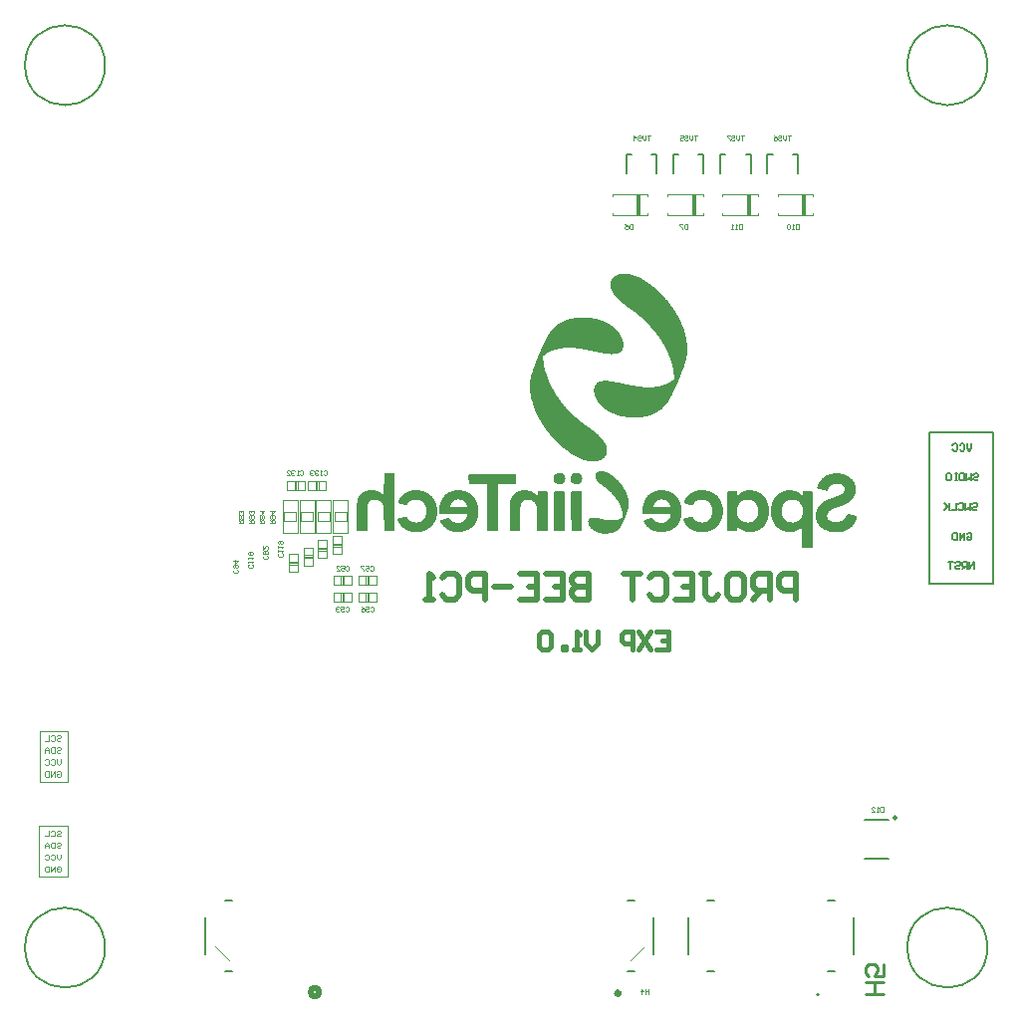
<source format=gbr>
G04*
G04 #@! TF.GenerationSoftware,Altium Limited,Altium Designer,24.1.2 (44)*
G04*
G04 Layer_Color=32896*
%FSLAX44Y44*%
%MOMM*%
G71*
G04*
G04 #@! TF.SameCoordinates,594C4E7E-5880-4872-9B90-1EBF5E6123A4*
G04*
G04*
G04 #@! TF.FilePolarity,Positive*
G04*
G01*
G75*
%ADD10C,0.2000*%
%ADD13C,0.4000*%
%ADD15C,0.2540*%
%ADD16C,0.5080*%
%ADD18C,0.1270*%
%ADD21C,0.1500*%
%ADD22C,0.1000*%
%ADD23C,0.1524*%
%ADD24C,0.0500*%
%ADD25C,0.1200*%
%ADD29R,0.4572X1.7526*%
%ADD167C,0.5000*%
G36*
X494269Y585465D02*
X494460Y585417D01*
X494794Y585274D01*
X495558Y585322D01*
X495749Y585274D01*
X496012Y585202D01*
X497611Y585131D01*
X498088Y585083D01*
X498423Y584940D01*
X498661Y584844D01*
X498996Y584749D01*
X499139Y584701D01*
X499759Y584653D01*
X500237Y584605D01*
X500619Y584510D01*
X501144Y584271D01*
X502051Y584224D01*
X502385Y584176D01*
X502719Y584033D01*
X502887Y583913D01*
X503125Y583818D01*
X503817Y583746D01*
X504008Y583698D01*
X504247Y583603D01*
X504581Y583364D01*
X505154Y583316D01*
X505536Y583221D01*
X505608Y583149D01*
X505990Y582911D01*
X506825Y582791D01*
X507016Y582600D01*
X507112Y582553D01*
X507183Y582481D01*
X507876Y582362D01*
X508114Y582266D01*
X508377Y582004D01*
X508687Y581932D01*
X509021Y581884D01*
X509356Y581550D01*
X509690Y581502D01*
X510072Y581407D01*
X510263Y581216D01*
X510430Y581096D01*
X510740Y581025D01*
X511003Y580905D01*
X511122Y580738D01*
X511218Y580691D01*
X511289Y580619D01*
X511600Y580547D01*
X511791Y580500D01*
X512029Y580261D01*
X512268Y580118D01*
X512602Y580022D01*
X512793Y579831D01*
X513127Y579640D01*
X513366Y579545D01*
X513509Y579402D01*
X514035Y579115D01*
X514130Y579067D01*
X514154Y578996D01*
X514273Y578876D01*
X514798Y578590D01*
X514870Y578518D01*
X515132Y578303D01*
X515323Y578256D01*
X515538Y578041D01*
X515801Y577826D01*
X515896Y577778D01*
X516111Y577564D01*
X516159Y577468D01*
X516469Y577301D01*
X516756Y577014D01*
X516851Y576967D01*
X517186Y576632D01*
X517711Y576346D01*
X517782Y576274D01*
X517830Y576179D01*
X518307Y575701D01*
X518355Y575606D01*
X518427Y575582D01*
X518737Y575272D01*
X518857Y575105D01*
X518952Y575057D01*
X519215Y574794D01*
X519262Y574699D01*
X519334Y574627D01*
X519429Y574580D01*
X519644Y574365D01*
X519835Y574030D01*
X519883Y573935D01*
X519978Y573839D01*
X520217Y573505D01*
X520265Y573410D01*
X520336Y573338D01*
X520432Y573290D01*
X520647Y573028D01*
X520695Y572932D01*
X520981Y572646D01*
X521220Y572216D01*
X521435Y572001D01*
X521602Y571548D01*
X521769Y571381D01*
X521864Y571333D01*
X521984Y571166D01*
X522079Y570736D01*
X522246Y570569D01*
X522461Y570307D01*
X522509Y570020D01*
X522604Y569781D01*
X522843Y569543D01*
X522915Y569376D01*
X522986Y569065D01*
X523082Y568826D01*
X523153Y568755D01*
X523368Y568492D01*
X523416Y568015D01*
X523464Y567824D01*
X523583Y567705D01*
X523798Y567442D01*
X523893Y566774D01*
X523941Y566583D01*
X524275Y565867D01*
X524323Y565103D01*
X524371Y564768D01*
X524538Y564363D01*
X524586Y564172D01*
X524633Y563790D01*
X524681Y563599D01*
X524729Y563360D01*
X524705Y562190D01*
X524753Y561856D01*
X524705Y561713D01*
X524729Y561546D01*
X524705Y561188D01*
X524657Y560854D01*
X524514Y560519D01*
X524418Y560281D01*
X524371Y560137D01*
X524323Y559517D01*
X524275Y559326D01*
X524204Y559063D01*
X523989Y558801D01*
X523893Y558562D01*
X523846Y558371D01*
X523798Y558228D01*
X523750Y558132D01*
X523607Y558037D01*
X523440Y557774D01*
X523368Y557464D01*
X522986Y557082D01*
X522938Y556986D01*
X522676Y556724D01*
X522580Y556676D01*
X522389Y556390D01*
X522055Y556199D01*
X521960Y556151D01*
X521816Y556008D01*
X521482Y555817D01*
X521244Y555721D01*
X521053Y555530D01*
X520886Y555411D01*
X520575Y555339D01*
X520241Y555291D01*
X520122Y555172D01*
X519835Y554981D01*
X519477Y554910D01*
X519000Y554862D01*
X518809Y554814D01*
X518284Y554575D01*
X517949Y554528D01*
X517806Y554480D01*
X515849Y554432D01*
X515705Y554384D01*
X513127Y554432D01*
X511647Y554480D01*
X511170Y554528D01*
X510931Y554623D01*
X510740Y554671D01*
X510406Y554719D01*
X510072Y554814D01*
X509929Y554862D01*
X508114Y554957D01*
X507732Y555053D01*
X507303Y555244D01*
X507160Y555291D01*
X506133Y555363D01*
X505441Y555435D01*
X505250Y555482D01*
X504701Y555697D01*
X504510Y555745D01*
X503913Y555817D01*
X503292Y555864D01*
X502648Y556127D01*
X502266Y556222D01*
X501048Y556342D01*
X500810Y556437D01*
X500476Y556628D01*
X500094Y556724D01*
X499330Y556772D01*
X498948Y556867D01*
X498327Y557153D01*
X497611Y557201D01*
X497038Y557297D01*
X496728Y557464D01*
X496489Y557559D01*
X496250Y557607D01*
X495224Y557679D01*
X494913Y557798D01*
X494675Y557893D01*
X494364Y558013D01*
X494221Y558060D01*
X493266Y558108D01*
X492932Y558156D01*
X492741Y558204D01*
X492479Y558323D01*
X492097Y558466D01*
X491858Y558514D01*
X491237Y558562D01*
X490664Y558610D01*
X490068Y558681D01*
X489877Y558729D01*
X489375Y558944D01*
X489137Y558992D01*
X487394Y559063D01*
X486964Y559254D01*
X486630Y559206D01*
X486105Y559445D01*
X484195Y559493D01*
X484052Y559541D01*
X483503Y559517D01*
X483240Y559541D01*
X483026Y559612D01*
X482787Y559708D01*
X481808Y559684D01*
X481617Y559731D01*
X481211Y559851D01*
X480925Y559899D01*
X475936Y559875D01*
X475793Y559922D01*
X475363Y559875D01*
X475052Y559755D01*
X474861Y559708D01*
X473954Y559660D01*
X473692Y559588D01*
X473549Y559541D01*
X472069Y559493D01*
X471448Y559445D01*
X471257Y559397D01*
X470708Y559230D01*
X470135Y559087D01*
X469443Y559015D01*
X468822Y558968D01*
X468106Y558633D01*
X467676Y558586D01*
X467199Y558538D01*
X467008Y558490D01*
X466602Y558275D01*
X466363Y558180D01*
X465957Y558108D01*
X465623Y558060D01*
X465289Y557917D01*
X465170Y557798D01*
X464931Y557702D01*
X464430Y557631D01*
X464191Y557535D01*
X464095Y557440D01*
X463833Y557273D01*
X463332Y557153D01*
X463093Y557058D01*
X462997Y556963D01*
X462735Y556795D01*
X462329Y556724D01*
X462066Y556604D01*
X462019Y556509D01*
X461852Y556342D01*
X461422Y556246D01*
X461231Y556199D01*
X460945Y555912D01*
X460419Y555721D01*
X460228Y555530D01*
X459894Y555339D01*
X459703Y555291D01*
X459632Y555220D01*
X459512Y555053D01*
X459345Y554933D01*
X458987Y554862D01*
X458653Y554528D01*
X458414Y554384D01*
X458175Y554146D01*
X457937Y554002D01*
X457698Y553907D01*
X457555Y553764D01*
X457221Y553525D01*
X457125Y553477D01*
X457006Y553358D01*
X456958Y553262D01*
X456743Y553095D01*
X456648Y553048D01*
X456480Y552833D01*
X456528Y549634D01*
X456576Y549443D01*
X456671Y549204D01*
X456719Y548822D01*
X456767Y548345D01*
X456862Y548011D01*
X456910Y547868D01*
X456958Y546244D01*
X457006Y545910D01*
X457125Y545647D01*
X457221Y545409D01*
X457268Y545218D01*
X457340Y544621D01*
X457388Y544430D01*
X457435Y543666D01*
X457483Y543332D01*
X457817Y542616D01*
X457865Y541804D01*
X457913Y541470D01*
X458104Y541040D01*
X458271Y540682D01*
X458343Y539894D01*
X458390Y539703D01*
X458486Y539465D01*
X458534Y539369D01*
X458629Y539274D01*
X458701Y539107D01*
X458772Y538653D01*
X458820Y538319D01*
X458963Y537985D01*
X459011Y537889D01*
X459082Y537818D01*
X459178Y537579D01*
X459250Y537078D01*
X459297Y536887D01*
X459393Y536648D01*
X459632Y536218D01*
X459679Y536027D01*
X459727Y535550D01*
X459823Y535311D01*
X460014Y535025D01*
X460085Y534858D01*
X460157Y534500D01*
X460205Y534309D01*
X460324Y534046D01*
X460539Y533783D01*
X460586Y533497D01*
X460634Y533163D01*
X460682Y532972D01*
X460873Y532781D01*
X461016Y532542D01*
X461064Y532351D01*
X461112Y532017D01*
X461207Y531778D01*
X461350Y531635D01*
X461493Y531396D01*
X461637Y530823D01*
X461780Y530680D01*
X461828Y530585D01*
X461923Y530489D01*
X461971Y530203D01*
X462066Y529821D01*
X462138Y529749D01*
X462377Y529463D01*
X462448Y529057D01*
X462496Y528866D01*
X462830Y528532D01*
X462878Y528245D01*
X462974Y527911D01*
X463284Y527601D01*
X463355Y527243D01*
X463403Y527052D01*
X463714Y526741D01*
X463785Y526479D01*
X463881Y526144D01*
X464000Y526025D01*
X464095Y525977D01*
X464215Y525858D01*
X464310Y525428D01*
X464358Y525285D01*
X464406Y525190D01*
X464549Y525094D01*
X464740Y524760D01*
X464836Y524426D01*
X465098Y524163D01*
X465265Y523710D01*
X465361Y523614D01*
X465408Y523519D01*
X465528Y523399D01*
X465647Y523089D01*
X465743Y522850D01*
X465934Y522659D01*
X466077Y522421D01*
X466172Y522086D01*
X466411Y521848D01*
X466698Y521323D01*
X466889Y521132D01*
X467080Y520654D01*
X467151Y520583D01*
X467318Y520463D01*
X467438Y520296D01*
X467509Y520033D01*
X467557Y519842D01*
X467796Y519604D01*
X467987Y519269D01*
X468345Y518912D01*
X468416Y518649D01*
X468512Y518410D01*
X468583Y518339D01*
X468679Y518291D01*
X468965Y517813D01*
X469132Y517694D01*
X469419Y517169D01*
X469562Y517026D01*
X469801Y516596D01*
X470135Y516262D01*
X470326Y515928D01*
X470588Y515665D01*
X470756Y515211D01*
X470947Y515068D01*
X471185Y514734D01*
X471233Y514638D01*
X471305Y514615D01*
X471376Y514543D01*
X471711Y514113D01*
X471758Y514018D01*
X471854Y513970D01*
X472140Y513445D01*
X472188Y513349D01*
X472307Y513278D01*
X472522Y513015D01*
X472570Y512920D01*
X472880Y512609D01*
X473071Y512323D01*
X473238Y512204D01*
X473477Y511869D01*
X473525Y511774D01*
X473763Y511535D01*
X473954Y511201D01*
X474193Y510962D01*
X474336Y510724D01*
X474766Y510294D01*
X474814Y510198D01*
X475076Y509936D01*
X475172Y509888D01*
X475243Y509769D01*
X475291Y509673D01*
X475673Y509291D01*
X475721Y509196D01*
X475936Y508981D01*
X476031Y508933D01*
X476246Y508527D01*
X476461Y508313D01*
X476676Y508050D01*
X476795Y507883D01*
X476891Y507835D01*
X477153Y507573D01*
X477272Y507406D01*
X477368Y507358D01*
X477583Y507000D01*
X477750Y506833D01*
X477845Y506785D01*
X477965Y506665D01*
X478013Y506570D01*
X478180Y506403D01*
X478275Y506355D01*
X478442Y506188D01*
X478490Y506092D01*
X478657Y505925D01*
X478753Y505878D01*
X478920Y505711D01*
X478967Y505615D01*
X479134Y505448D01*
X479230Y505400D01*
X479349Y505281D01*
X479397Y505185D01*
X479564Y505018D01*
X479660Y504971D01*
X479827Y504804D01*
X479874Y504708D01*
X480042Y504541D01*
X480137Y504493D01*
X480304Y504326D01*
X480352Y504231D01*
X480471Y504111D01*
X480567Y504063D01*
X480734Y503896D01*
X480782Y503801D01*
X480949Y503634D01*
X481044Y503586D01*
X481211Y503419D01*
X481259Y503324D01*
X481426Y503156D01*
X481522Y503109D01*
X481641Y502989D01*
X481689Y502894D01*
X481856Y502727D01*
X481951Y502679D01*
X482118Y502512D01*
X482166Y502416D01*
X482285Y502297D01*
X482691Y502034D01*
X482739Y501939D01*
X482811Y501915D01*
X483169Y501557D01*
X483217Y501461D01*
X483288Y501438D01*
X483598Y501127D01*
X483646Y501032D01*
X483789Y500936D01*
X484267Y500698D01*
X484315Y500602D01*
X484625Y500292D01*
X484720Y500244D01*
X484840Y500077D01*
X485222Y499838D01*
X485269Y499743D01*
X485532Y499480D01*
X485628Y499432D01*
X485842Y499218D01*
X485890Y499122D01*
X485962Y499098D01*
X486057Y499003D01*
X486153Y498955D01*
X486439Y498669D01*
X486678Y498525D01*
X486797Y498406D01*
X487060Y498191D01*
X487394Y498000D01*
X487633Y497761D01*
X487871Y497618D01*
X488086Y497403D01*
X488134Y497308D01*
X488301Y497188D01*
X488397Y497141D01*
X488778Y496759D01*
X488874Y496711D01*
X489113Y496616D01*
X489304Y496425D01*
X489399Y496377D01*
X489495Y496281D01*
X489686Y496234D01*
X490020Y495900D01*
X490259Y495756D01*
X490497Y495470D01*
X490736Y495326D01*
X490975Y495231D01*
X491166Y495040D01*
X491595Y494801D01*
X491667Y494730D01*
X491786Y494563D01*
X492121Y494372D01*
X492455Y494038D01*
X492622Y493966D01*
X492932Y493894D01*
X493123Y493656D01*
X493553Y493417D01*
X493672Y493298D01*
X493720Y493202D01*
X494221Y492939D01*
X494317Y492892D01*
X494460Y492748D01*
X494794Y492557D01*
X495009Y492343D01*
X495057Y492247D01*
X495367Y492080D01*
X495606Y491985D01*
X495749Y491841D01*
X496179Y491603D01*
X496250Y491531D01*
X496298Y491436D01*
X496417Y491316D01*
X496752Y491125D01*
X496990Y490886D01*
X497420Y490648D01*
X497515Y490600D01*
X497706Y490409D01*
X497945Y490266D01*
X498279Y489932D01*
X498518Y489788D01*
X498637Y489669D01*
X498757Y489502D01*
X499187Y489263D01*
X499425Y489025D01*
X499759Y488834D01*
X499855Y488786D01*
X499879Y488714D01*
X500141Y488499D01*
X500237Y488452D01*
X500499Y488189D01*
X500547Y488093D01*
X500667Y488022D01*
X500762Y487974D01*
X500977Y487759D01*
X501025Y487664D01*
X501192Y487545D01*
X501287Y487497D01*
X501621Y487163D01*
X501717Y487115D01*
X502051Y486781D01*
X502481Y486542D01*
X502815Y486208D01*
X503054Y486064D01*
X503149Y485969D01*
X503245Y485921D01*
X503412Y485754D01*
X503603Y485420D01*
X503817Y485205D01*
X503913Y485157D01*
X504080Y484990D01*
X504128Y484895D01*
X504199Y484823D01*
X504295Y484775D01*
X504557Y484513D01*
X504605Y484417D01*
X504677Y484346D01*
X504772Y484298D01*
X505035Y484035D01*
X505083Y483940D01*
X505154Y483868D01*
X505250Y483820D01*
X505417Y483653D01*
X505465Y483558D01*
X505799Y483224D01*
X506157Y482627D01*
X506252Y482579D01*
X506467Y482269D01*
X506515Y482173D01*
X506682Y482054D01*
X506897Y481791D01*
X506945Y481696D01*
X507064Y481577D01*
X507160Y481529D01*
X507231Y481457D01*
X507422Y481123D01*
X507613Y480932D01*
X507900Y480407D01*
X507971Y480335D01*
X508186Y480073D01*
X508234Y479977D01*
X508377Y479643D01*
X508520Y479500D01*
X508711Y479166D01*
X508807Y478927D01*
X508926Y478808D01*
X509021Y478760D01*
X509117Y478569D01*
X509189Y478163D01*
X509236Y477972D01*
X509499Y477710D01*
X509666Y477256D01*
X509762Y477017D01*
X509929Y476850D01*
X510024Y476611D01*
X510096Y476062D01*
X510143Y475871D01*
X510215Y475657D01*
X510406Y475370D01*
X510502Y475131D01*
X510549Y474893D01*
X510621Y472959D01*
X510573Y470906D01*
X510525Y470572D01*
X510406Y470262D01*
X510167Y469880D01*
X510048Y469187D01*
X510000Y468996D01*
X509738Y468734D01*
X509523Y468137D01*
X509332Y467946D01*
X509093Y467516D01*
X508711Y467134D01*
X508663Y467039D01*
X507732Y466108D01*
X507637Y466060D01*
X507255Y465678D01*
X506921Y465487D01*
X506706Y465225D01*
X506467Y465129D01*
X506205Y465058D01*
X505823Y464676D01*
X505536Y464628D01*
X505202Y464580D01*
X504987Y464461D01*
X504605Y464222D01*
X504319Y464174D01*
X504008Y464103D01*
X503483Y463864D01*
X503245Y463816D01*
X503101Y463769D01*
X499759Y463721D01*
X494555Y463769D01*
X493935Y463816D01*
X493744Y463864D01*
X493433Y463983D01*
X493171Y464055D01*
X493028Y464103D01*
X492359Y464151D01*
X492168Y464198D01*
X491834Y464246D01*
X491309Y464580D01*
X490927Y464628D01*
X490259Y464723D01*
X489901Y464938D01*
X489662Y465034D01*
X489208Y465105D01*
X488969Y465201D01*
X488540Y465535D01*
X488062Y465583D01*
X487728Y465678D01*
X487633Y465774D01*
X487370Y465941D01*
X487060Y466060D01*
X486821Y466156D01*
X486678Y466299D01*
X486415Y466466D01*
X486153Y466538D01*
X485914Y466633D01*
X485842Y466705D01*
X485580Y466920D01*
X485389Y466967D01*
X485055Y467063D01*
X484840Y467278D01*
X484529Y467397D01*
X484195Y467445D01*
X483885Y467755D01*
X483646Y467851D01*
X483384Y467922D01*
X483193Y468113D01*
X483026Y468232D01*
X482715Y468352D01*
X482477Y468447D01*
X482381Y468543D01*
X482285Y468591D01*
X482214Y468662D01*
X481904Y468782D01*
X481784Y468901D01*
X481665Y469068D01*
X481235Y469307D01*
X481140Y469355D01*
X480997Y469498D01*
X480758Y469641D01*
X480519Y469736D01*
X480280Y469975D01*
X480113Y470094D01*
X479803Y470214D01*
X479660Y470357D01*
X479134Y470644D01*
X478920Y470858D01*
X478872Y470954D01*
X478514Y471121D01*
X478323Y471312D01*
X477798Y471598D01*
X477631Y471766D01*
X477583Y471861D01*
X477272Y472028D01*
X477153Y472147D01*
X477105Y472243D01*
X477034Y472314D01*
X476628Y472577D01*
X476365Y472792D01*
X476174Y472840D01*
X476151Y472864D01*
X475888Y472983D01*
X475816Y473102D01*
X475554Y473317D01*
X475458Y473365D01*
X475339Y473484D01*
X475291Y473580D01*
X475172Y473699D01*
X474838Y473890D01*
X474694Y474033D01*
X474360Y474272D01*
X474265Y474320D01*
X474026Y474558D01*
X473692Y474749D01*
X473525Y474916D01*
X473477Y475012D01*
X473382Y475107D01*
X473095Y475299D01*
X473047Y475394D01*
X472832Y475609D01*
X472737Y475657D01*
X472307Y476086D01*
X472212Y476134D01*
X472092Y476253D01*
X472045Y476349D01*
X471973Y476420D01*
X471639Y476611D01*
X471543Y476659D01*
X471114Y477089D01*
X471018Y477137D01*
X470875Y477280D01*
X470445Y477519D01*
X470278Y477686D01*
X470230Y477781D01*
X470159Y477853D01*
X470063Y477900D01*
X469801Y478163D01*
X469753Y478259D01*
X469681Y478330D01*
X469586Y478378D01*
X469156Y478808D01*
X469061Y478855D01*
X468941Y478975D01*
X468822Y479142D01*
X468727Y479189D01*
X468631Y479285D01*
X468536Y479333D01*
X468512Y479404D01*
X468154Y479762D01*
X468058Y479810D01*
X468034Y479882D01*
X467891Y480025D01*
X467843Y480121D01*
X467772Y480144D01*
X466769Y481147D01*
X466674Y481195D01*
X466650Y481266D01*
X466554Y481362D01*
X466507Y481457D01*
X466435Y481481D01*
X466339Y481577D01*
X466244Y481624D01*
X466125Y481791D01*
X466077Y481887D01*
X465957Y482006D01*
X465862Y482054D01*
X465790Y482126D01*
X465743Y482221D01*
X465647Y482317D01*
X465599Y482412D01*
X465528Y482436D01*
X465218Y482746D01*
X465170Y482842D01*
X465098Y482913D01*
X465003Y482961D01*
X464788Y483176D01*
X464740Y483271D01*
X464573Y483439D01*
X464478Y483486D01*
X464406Y483558D01*
X464215Y483892D01*
X464167Y483988D01*
X464024Y484131D01*
X463976Y484226D01*
X463881Y484322D01*
X463833Y484417D01*
X463666Y484584D01*
X463427Y484871D01*
X463236Y485157D01*
X463141Y485205D01*
X463069Y485277D01*
X463021Y485372D01*
X462926Y485468D01*
X462878Y485563D01*
X462807Y485635D01*
X462711Y485682D01*
X462544Y485850D01*
X462496Y485945D01*
X462114Y486327D01*
X462066Y486423D01*
X461804Y486685D01*
X461708Y486733D01*
X461684Y486805D01*
X461446Y487139D01*
X461398Y487234D01*
X461207Y487425D01*
X461016Y487759D01*
X460777Y487998D01*
X460634Y488237D01*
X460467Y488404D01*
X460300Y488523D01*
X460157Y488762D01*
X459990Y488929D01*
X459775Y489192D01*
X459584Y489669D01*
X459441Y489812D01*
X459297Y490051D01*
X458987Y490361D01*
X458772Y490624D01*
X458725Y490719D01*
X458486Y490958D01*
X458343Y491197D01*
X458247Y491436D01*
X458056Y491627D01*
X457865Y491961D01*
X457531Y492295D01*
X457388Y492534D01*
X457292Y492772D01*
X457197Y492868D01*
X456910Y493393D01*
X456671Y493632D01*
X456624Y493727D01*
X456552Y493799D01*
X456433Y494109D01*
X456242Y494300D01*
X456003Y494730D01*
X455621Y495112D01*
X455573Y495350D01*
X455478Y495589D01*
X455430Y495685D01*
X455359Y495709D01*
X455191Y495923D01*
X455000Y496401D01*
X454857Y496544D01*
X454714Y496783D01*
X454619Y497021D01*
X454380Y497260D01*
X454260Y497427D01*
X454189Y497738D01*
X454141Y497929D01*
X453902Y498167D01*
X453616Y498692D01*
X453568Y498788D01*
X453377Y498979D01*
X453330Y499170D01*
X453186Y499504D01*
X452948Y499743D01*
X452804Y500125D01*
X452709Y500363D01*
X452661Y500459D01*
X452470Y500650D01*
X452327Y501223D01*
X452208Y501342D01*
X451969Y501629D01*
X451897Y501987D01*
X451802Y502225D01*
X451659Y502369D01*
X451539Y502536D01*
X451468Y502846D01*
X451420Y503037D01*
X451253Y503204D01*
X451038Y503467D01*
X450990Y503753D01*
X450895Y504087D01*
X450608Y504517D01*
X450513Y504947D01*
X450465Y505138D01*
X450226Y505376D01*
X450107Y505544D01*
X450035Y505949D01*
X449987Y506140D01*
X449701Y506570D01*
X449653Y506952D01*
X449558Y507334D01*
X449224Y507811D01*
X449080Y508384D01*
X448985Y508623D01*
X448770Y509029D01*
X448699Y509435D01*
X448651Y509626D01*
X448555Y509864D01*
X448388Y510031D01*
X448293Y510270D01*
X448221Y510819D01*
X448126Y511153D01*
X447958Y511464D01*
X447863Y511702D01*
X447791Y512108D01*
X447744Y512299D01*
X447362Y513111D01*
X447314Y513827D01*
X447266Y514018D01*
X447075Y514448D01*
X447028Y514543D01*
X446932Y514782D01*
X446884Y515450D01*
X446837Y515784D01*
X446693Y516119D01*
X446455Y516548D01*
X446407Y517264D01*
X446335Y517909D01*
X446287Y518148D01*
X446240Y518339D01*
X446073Y518792D01*
X446025Y518935D01*
X445977Y519842D01*
X445929Y520320D01*
X445810Y520726D01*
X445738Y521036D01*
X445691Y521227D01*
X445595Y521466D01*
X445547Y522134D01*
X445500Y522277D01*
X445452Y525333D01*
X445404Y525524D01*
X445356Y525667D01*
X445309Y526097D01*
X445356Y526240D01*
X445333Y528221D01*
X445380Y529033D01*
X445428Y529272D01*
X445476Y530847D01*
X445547Y532781D01*
X445667Y533043D01*
X445762Y533282D01*
X445810Y533521D01*
X445858Y533807D01*
X445953Y534428D01*
X446025Y535168D01*
X446359Y535884D01*
X446407Y536457D01*
X446455Y536791D01*
X446598Y537125D01*
X446646Y537221D01*
X446717Y537292D01*
X446813Y537531D01*
X446860Y537818D01*
X446908Y538247D01*
X446980Y538558D01*
X447219Y538940D01*
X447362Y539608D01*
X447409Y539799D01*
X447744Y540324D01*
X447839Y541136D01*
X448149Y541732D01*
X448197Y541923D01*
X448245Y542162D01*
X448316Y542472D01*
X448651Y542950D01*
X448746Y543666D01*
X448794Y543857D01*
X448890Y543953D01*
X448937Y544048D01*
X449009Y544120D01*
X449128Y544430D01*
X449176Y544764D01*
X449224Y544955D01*
X449319Y545194D01*
X449486Y545361D01*
X449582Y545600D01*
X449653Y545958D01*
X449701Y546292D01*
X449820Y546507D01*
X450035Y546769D01*
X450083Y547342D01*
X450131Y547533D01*
X450322Y547724D01*
X450513Y548058D01*
X450560Y548249D01*
X450608Y548584D01*
X450823Y548942D01*
X450942Y549252D01*
X451086Y549825D01*
X451181Y549920D01*
X451229Y550016D01*
X451301Y550088D01*
X451420Y550398D01*
X451468Y550732D01*
X451659Y551162D01*
X451826Y551424D01*
X451897Y551830D01*
X451993Y552164D01*
X452255Y552427D01*
X452375Y552928D01*
X452422Y553119D01*
X452566Y553358D01*
X452733Y553620D01*
X452804Y553883D01*
X452852Y554217D01*
X452948Y554456D01*
X453139Y554647D01*
X453210Y554814D01*
X453282Y555172D01*
X453330Y555363D01*
X453425Y555602D01*
X453568Y555745D01*
X453688Y555912D01*
X453759Y556222D01*
X453807Y556557D01*
X454093Y556843D01*
X454141Y556939D01*
X454189Y557130D01*
X454237Y557464D01*
X454356Y557679D01*
X454451Y557726D01*
X454523Y557846D01*
X454595Y558013D01*
X454666Y558419D01*
X454762Y558657D01*
X454905Y558801D01*
X455024Y558968D01*
X455144Y559469D01*
X455239Y559708D01*
X455311Y559779D01*
X455526Y560042D01*
X455573Y560281D01*
X455669Y560662D01*
X455860Y560854D01*
X455979Y561021D01*
X456051Y561379D01*
X456146Y561617D01*
X456218Y561689D01*
X456409Y561976D01*
X456480Y562286D01*
X456576Y562668D01*
X456648Y562739D01*
X456839Y563026D01*
X456958Y563336D01*
X457125Y563646D01*
X457340Y563909D01*
X457388Y564100D01*
X457483Y564434D01*
X457555Y564506D01*
X457650Y564554D01*
X457817Y564768D01*
X457865Y565007D01*
X457913Y565198D01*
X457961Y565341D01*
X458008Y565437D01*
X458199Y565628D01*
X458295Y565867D01*
X458390Y566248D01*
X458510Y566368D01*
X458748Y566654D01*
X458820Y567012D01*
X458868Y567203D01*
X459106Y567442D01*
X459202Y567681D01*
X459250Y567872D01*
X459369Y568134D01*
X459464Y568182D01*
X459679Y568397D01*
X459727Y568779D01*
X459823Y569017D01*
X459894Y569041D01*
X459966Y569113D01*
X460085Y569280D01*
X460205Y569781D01*
X460419Y569996D01*
X460515Y570044D01*
X460563Y570139D01*
X460658Y570378D01*
X460730Y570641D01*
X460968Y570880D01*
X461207Y571309D01*
X461255Y571405D01*
X461350Y571500D01*
X461637Y572025D01*
X461828Y572216D01*
X462066Y572646D01*
X462138Y572718D01*
X462234Y572765D01*
X462305Y572837D01*
X462544Y573267D01*
X462735Y573458D01*
X462974Y573887D01*
X463141Y574054D01*
X463236Y574102D01*
X463355Y574269D01*
X463403Y574365D01*
X463666Y574627D01*
X463761Y574675D01*
X463833Y574794D01*
X463881Y574890D01*
X464167Y575176D01*
X464215Y575272D01*
X464478Y575534D01*
X464573Y575582D01*
X464645Y575654D01*
X464692Y575749D01*
X465027Y576083D01*
X465265Y576418D01*
X465313Y576513D01*
X465480Y576680D01*
X465814Y576871D01*
X465981Y577038D01*
X466101Y577205D01*
X466196Y577253D01*
X466292Y577349D01*
X466387Y577396D01*
X466507Y577516D01*
X466554Y577611D01*
X466721Y577778D01*
X466817Y577826D01*
X466889Y577898D01*
X467008Y578065D01*
X467247Y578208D01*
X467676Y578638D01*
X467772Y578685D01*
X468106Y579020D01*
X468536Y579258D01*
X468774Y579497D01*
X468870Y579545D01*
X469228Y579760D01*
X469276Y579855D01*
X469347Y579927D01*
X469681Y580118D01*
X469896Y580237D01*
X469944Y580332D01*
X470135Y580523D01*
X470398Y580595D01*
X470636Y580691D01*
X470779Y580834D01*
X470947Y580953D01*
X471209Y581025D01*
X471448Y581120D01*
X471472Y581192D01*
X471543Y581264D01*
X471711Y581383D01*
X472164Y581550D01*
X472450Y581741D01*
X472689Y581884D01*
X472880Y581932D01*
X473214Y581980D01*
X473453Y582218D01*
X473620Y582338D01*
X473883Y582409D01*
X474193Y582529D01*
X474575Y582767D01*
X475076Y582839D01*
X475315Y582934D01*
X475554Y583173D01*
X475721Y583245D01*
X476031Y583316D01*
X476365Y583364D01*
X476604Y583460D01*
X477034Y583698D01*
X477702Y583746D01*
X477893Y583794D01*
X478132Y583937D01*
X478466Y584176D01*
X479230Y584224D01*
X479421Y584271D01*
X479755Y584319D01*
X480185Y584510D01*
X480424Y584605D01*
X481092Y584653D01*
X481569Y584701D01*
X481832Y584773D01*
X482142Y584844D01*
X482381Y584940D01*
X482644Y585059D01*
X482882Y585107D01*
X485150Y585178D01*
X485341Y585226D01*
X485580Y585322D01*
X486439Y585274D01*
X486773Y585417D01*
X488874Y585465D01*
X489017Y585513D01*
X494269Y585465D01*
D02*
G37*
G36*
X526829Y622704D02*
X527426Y622728D01*
X528166Y622704D01*
X528787Y622657D01*
X529264Y622513D01*
X529455Y622466D01*
X529933Y622322D01*
X530076Y622275D01*
X530935Y622227D01*
X531317Y622131D01*
X531651Y621988D01*
X531890Y621893D01*
X532034Y621845D01*
X532654Y621797D01*
X532845Y621749D01*
X533084Y621654D01*
X533179Y621558D01*
X533513Y621367D01*
X534468Y621272D01*
X534946Y620938D01*
X535328Y620890D01*
X535710Y620794D01*
X535972Y620532D01*
X536283Y620413D01*
X536760Y620365D01*
X537094Y620126D01*
X537333Y619983D01*
X537810Y619840D01*
X537954Y619696D01*
X538288Y619506D01*
X538622Y619458D01*
X538861Y619362D01*
X539099Y619123D01*
X539577Y618933D01*
X539720Y618789D01*
X539816Y618742D01*
X539887Y618670D01*
X540197Y618551D01*
X540388Y618503D01*
X540675Y618312D01*
X540914Y618169D01*
X541152Y618073D01*
X541224Y618002D01*
X541272Y617906D01*
X541415Y617763D01*
X541654Y617667D01*
X541916Y617596D01*
X542203Y617309D01*
X542537Y617118D01*
X542680Y616975D01*
X543014Y616784D01*
X543205Y616736D01*
X543468Y616617D01*
X543516Y616522D01*
X543587Y616450D01*
X544017Y616211D01*
X544208Y616020D01*
X544375Y615901D01*
X544685Y615782D01*
X544900Y615567D01*
X544948Y615471D01*
X545306Y615256D01*
X545401Y615209D01*
X545497Y615113D01*
X545831Y614922D01*
X546070Y614827D01*
X546213Y614683D01*
X546547Y614445D01*
X546643Y614397D01*
X546762Y614278D01*
X546810Y614182D01*
X547263Y613872D01*
X547359Y613824D01*
X547383Y613753D01*
X547454Y613729D01*
X547550Y613633D01*
X547884Y613442D01*
X547980Y613394D01*
X548003Y613323D01*
X548123Y613203D01*
X548457Y613013D01*
X548624Y612798D01*
X548887Y612583D01*
X548982Y612535D01*
X549173Y612344D01*
X549698Y612058D01*
X549889Y611867D01*
X550224Y611676D01*
X550343Y611556D01*
X550391Y611461D01*
X550462Y611389D01*
X550701Y611246D01*
X550868Y611079D01*
X550916Y610983D01*
X551131Y610816D01*
X551226Y610769D01*
X551465Y610530D01*
X551799Y610291D01*
X551894Y610243D01*
X552276Y609861D01*
X552372Y609814D01*
X552563Y609623D01*
X552897Y609384D01*
X552993Y609336D01*
X553064Y609265D01*
X553112Y609169D01*
X553589Y608692D01*
X553852Y608477D01*
X553947Y608429D01*
X554019Y608358D01*
X554067Y608262D01*
X554282Y608047D01*
X554377Y607999D01*
X554449Y607928D01*
X554496Y607832D01*
X554711Y607617D01*
X554807Y607570D01*
X554926Y607450D01*
X554974Y607355D01*
X555189Y607140D01*
X555284Y607092D01*
X555666Y606710D01*
X555762Y606663D01*
X555929Y606496D01*
X555976Y606400D01*
X556096Y606281D01*
X556191Y606233D01*
X556358Y606066D01*
X556406Y605970D01*
X556525Y605851D01*
X556621Y605803D01*
X556836Y605588D01*
X556884Y605493D01*
X557003Y605374D01*
X557098Y605326D01*
X557266Y605159D01*
X557313Y605063D01*
X557433Y604944D01*
X557528Y604896D01*
X557791Y604634D01*
X557838Y604538D01*
X558125Y604252D01*
X558173Y604156D01*
X558387Y603941D01*
X558483Y603894D01*
X558602Y603774D01*
X558650Y603679D01*
X558865Y603464D01*
X558960Y603416D01*
X559032Y603345D01*
X559080Y603249D01*
X559295Y603034D01*
X559390Y602986D01*
X559462Y602915D01*
X559605Y602676D01*
X560202Y602079D01*
X560297Y602032D01*
X560369Y601960D01*
X560560Y601626D01*
X561228Y600957D01*
X561467Y600528D01*
X561849Y600146D01*
X561897Y600050D01*
X562279Y599668D01*
X562326Y599573D01*
X562422Y599477D01*
X562469Y599382D01*
X562589Y599310D01*
X562804Y599048D01*
X562851Y598952D01*
X563090Y598713D01*
X563281Y598379D01*
X563711Y597759D01*
X563759Y597663D01*
X563830Y597592D01*
X563926Y597544D01*
X564045Y597425D01*
X564188Y597186D01*
X564475Y596899D01*
X564666Y596565D01*
X564809Y596422D01*
X564857Y596326D01*
X564952Y596231D01*
X565143Y595897D01*
X565191Y595801D01*
X565262Y595777D01*
X565430Y595610D01*
X565573Y595372D01*
X565812Y595133D01*
X565979Y594870D01*
X566098Y594560D01*
X566241Y594417D01*
X566480Y593987D01*
X566599Y593868D01*
X566766Y593748D01*
X567005Y593319D01*
X567053Y593223D01*
X567196Y593080D01*
X567435Y592650D01*
X567721Y592364D01*
X567840Y592197D01*
X567912Y591934D01*
X568103Y591743D01*
X568390Y591218D01*
X568652Y590955D01*
X568772Y590645D01*
X568867Y590406D01*
X568915Y590311D01*
X569010Y590263D01*
X569297Y589738D01*
X569440Y589595D01*
X569559Y589427D01*
X569679Y589117D01*
X569726Y588926D01*
X570013Y588640D01*
X570204Y588115D01*
X570514Y587804D01*
X570634Y587494D01*
X570729Y587255D01*
X570968Y587016D01*
X571159Y586491D01*
X571302Y586348D01*
X571350Y586253D01*
X571421Y586181D01*
X571493Y585871D01*
X571588Y585632D01*
X571875Y585345D01*
X572018Y584964D01*
X572066Y584773D01*
X572281Y584558D01*
X572376Y584319D01*
X572448Y584009D01*
X572543Y583770D01*
X572782Y583531D01*
X572854Y583364D01*
X572925Y582958D01*
X573116Y582672D01*
X573283Y582409D01*
X573355Y582099D01*
X573450Y581860D01*
X573593Y581717D01*
X573761Y581455D01*
X573832Y581144D01*
X573880Y580953D01*
X573975Y580714D01*
X574214Y580380D01*
X574262Y579951D01*
X574357Y579616D01*
X574429Y579545D01*
X574668Y579163D01*
X574715Y578972D01*
X574787Y578662D01*
X575026Y578327D01*
X575121Y578089D01*
X575169Y577898D01*
X575217Y577564D01*
X575312Y577325D01*
X575408Y577229D01*
X575456Y577134D01*
X575527Y577062D01*
X575623Y576824D01*
X575694Y576370D01*
X575742Y576179D01*
X576005Y575678D01*
X576076Y575320D01*
X576172Y574747D01*
X576410Y574412D01*
X576554Y574030D01*
X576601Y573553D01*
X576649Y573362D01*
X576864Y572956D01*
X576959Y572718D01*
X577031Y571930D01*
X577222Y571500D01*
X577341Y571333D01*
X577437Y571094D01*
X577509Y570307D01*
X577556Y569972D01*
X577604Y569781D01*
X577843Y569256D01*
X577890Y568970D01*
X577938Y568349D01*
X577986Y568015D01*
X578081Y567681D01*
X578248Y567275D01*
X578320Y566965D01*
X578368Y566821D01*
X578416Y565580D01*
X578463Y565103D01*
X578511Y564959D01*
X578559Y564291D01*
X578654Y564052D01*
X578702Y563288D01*
X578750Y563145D01*
X578797Y555506D01*
X578702Y554217D01*
X578654Y553740D01*
X578535Y553334D01*
X578487Y553048D01*
X578416Y552069D01*
X578368Y551591D01*
X578320Y551257D01*
X578177Y550923D01*
X577986Y550589D01*
X577890Y549538D01*
X577676Y549037D01*
X577580Y548798D01*
X577532Y548607D01*
X577461Y548011D01*
X577270Y547581D01*
X577150Y547414D01*
X577055Y547175D01*
X577007Y546936D01*
X576936Y546340D01*
X576840Y546006D01*
X576601Y545671D01*
X576554Y545194D01*
X576458Y544860D01*
X576363Y544764D01*
X576315Y544669D01*
X576219Y544573D01*
X576100Y544263D01*
X576028Y543762D01*
X575694Y543236D01*
X575647Y542854D01*
X575599Y542663D01*
X575503Y542425D01*
X575288Y542210D01*
X575217Y541947D01*
X575121Y541279D01*
X574883Y540945D01*
X574811Y540778D01*
X574739Y540420D01*
X574644Y540038D01*
X574453Y539751D01*
X574310Y539512D01*
X574262Y539369D01*
X574214Y538892D01*
X574095Y538582D01*
X573880Y538319D01*
X573832Y538080D01*
X573784Y537746D01*
X573737Y537555D01*
X573546Y537364D01*
X573427Y537197D01*
X573307Y536696D01*
X573259Y536505D01*
X573164Y536266D01*
X573045Y536147D01*
X572949Y535908D01*
X572901Y535621D01*
X572830Y535311D01*
X572663Y535144D01*
X572448Y534881D01*
X572400Y534404D01*
X572304Y534070D01*
X572161Y533927D01*
X571970Y533592D01*
X571923Y533306D01*
X571827Y533067D01*
X571755Y532996D01*
X571564Y532709D01*
X571445Y531969D01*
X571111Y531492D01*
X571063Y531157D01*
X570968Y530775D01*
X570705Y530513D01*
X570634Y530250D01*
X570586Y529916D01*
X570490Y529678D01*
X570347Y529582D01*
X570299Y529487D01*
X570228Y529415D01*
X570132Y528890D01*
X570061Y528627D01*
X569870Y528436D01*
X569822Y528341D01*
X569750Y528269D01*
X569679Y527959D01*
X569583Y527625D01*
X569512Y527553D01*
X569321Y527267D01*
X569201Y526765D01*
X569106Y526526D01*
X569010Y526431D01*
X568843Y526168D01*
X568772Y525906D01*
X568676Y525667D01*
X568628Y525572D01*
X568437Y525381D01*
X568342Y525142D01*
X568294Y524808D01*
X568199Y524569D01*
X568055Y524426D01*
X567888Y524163D01*
X567817Y523901D01*
X567697Y523590D01*
X567459Y523208D01*
X567387Y522946D01*
X567339Y522755D01*
X567220Y522540D01*
X567124Y522492D01*
X567005Y522325D01*
X566910Y522086D01*
X566814Y521704D01*
X566599Y521490D01*
X566480Y521179D01*
X566432Y520988D01*
X566384Y520845D01*
X566337Y520750D01*
X566098Y520511D01*
X566002Y520272D01*
X565955Y520081D01*
X565883Y519866D01*
X565668Y519604D01*
X565597Y519437D01*
X565549Y519246D01*
X565477Y518983D01*
X565167Y518673D01*
X565000Y518219D01*
X564857Y518076D01*
X564618Y517646D01*
X564522Y517408D01*
X564379Y517264D01*
X564332Y517169D01*
X564260Y517097D01*
X564141Y516596D01*
X563782Y516238D01*
X563663Y515928D01*
X563544Y515665D01*
X563448Y515617D01*
X563329Y515450D01*
X563186Y515068D01*
X562995Y514782D01*
X562708Y514257D01*
X562660Y514161D01*
X562589Y514137D01*
X562469Y514018D01*
X562231Y513588D01*
X562183Y513493D01*
X562040Y513349D01*
X561849Y513015D01*
X561634Y512800D01*
X561419Y512538D01*
X561371Y512442D01*
X561037Y512108D01*
X560846Y511774D01*
X560703Y511631D01*
X560655Y511535D01*
X560584Y511464D01*
X560464Y511153D01*
X560035Y510724D01*
X559987Y510628D01*
X559915Y510556D01*
X559820Y510509D01*
X559653Y510342D01*
X559605Y510246D01*
X559223Y509864D01*
X559175Y509769D01*
X558960Y509554D01*
X558865Y509506D01*
X558745Y509387D01*
X558698Y509291D01*
X558531Y509124D01*
X558435Y509076D01*
X558101Y508742D01*
X558005Y508694D01*
X557743Y508432D01*
X557695Y508336D01*
X557480Y508169D01*
X557385Y508122D01*
X557098Y507835D01*
X556669Y507596D01*
X556525Y507453D01*
X556191Y507262D01*
X556096Y507215D01*
X556024Y507143D01*
X555976Y507047D01*
X555714Y506833D01*
X555618Y506785D01*
X555284Y506451D01*
X554855Y506212D01*
X554759Y506164D01*
X554664Y506069D01*
X554329Y505878D01*
X554114Y505758D01*
X554067Y505663D01*
X553995Y505591D01*
X553828Y505472D01*
X553374Y505305D01*
X553231Y505162D01*
X552897Y504971D01*
X552706Y504923D01*
X552467Y504827D01*
X552396Y504756D01*
X552133Y504541D01*
X551942Y504493D01*
X551608Y504350D01*
X551512Y504254D01*
X551417Y504207D01*
X551345Y504135D01*
X551083Y504063D01*
X550892Y504016D01*
X550653Y503920D01*
X550582Y503849D01*
X550319Y503634D01*
X549937Y503538D01*
X549627Y503419D01*
X549340Y503228D01*
X548839Y503109D01*
X548648Y503061D01*
X548171Y502727D01*
X547980Y502679D01*
X547502Y502631D01*
X547239Y502560D01*
X546786Y502249D01*
X546213Y502201D01*
X545879Y502154D01*
X545163Y501820D01*
X545019Y501772D01*
X544303Y501724D01*
X543731Y501629D01*
X543349Y501390D01*
X542823Y501342D01*
X542680Y501294D01*
X541678Y501247D01*
X541487Y501199D01*
X540938Y501032D01*
X540746Y500984D01*
X540293Y500913D01*
X540150Y500865D01*
X538526Y500817D01*
X538383Y500769D01*
X537643Y500793D01*
X537285Y500769D01*
X536665Y500722D01*
X536521Y500674D01*
X530864Y500698D01*
X530577Y500745D01*
X530004Y500793D01*
X529169Y500769D01*
X528978Y500817D01*
X527498Y500865D01*
X527164Y500913D01*
X526638Y501151D01*
X526161Y501199D01*
X526018Y501247D01*
X525159Y501294D01*
X524681Y501342D01*
X524299Y501438D01*
X523774Y501676D01*
X523153Y501724D01*
X522962Y501772D01*
X522628Y501820D01*
X522294Y501915D01*
X521769Y502154D01*
X521291Y502201D01*
X520957Y502249D01*
X520766Y502297D01*
X520408Y502512D01*
X520169Y502607D01*
X519573Y502679D01*
X519238Y502727D01*
X518761Y503061D01*
X518284Y503109D01*
X517902Y503204D01*
X517758Y503347D01*
X517496Y503514D01*
X517042Y503586D01*
X516851Y503634D01*
X516613Y503729D01*
X516517Y503825D01*
X516350Y503944D01*
X515801Y504063D01*
X515562Y504159D01*
X515419Y504302D01*
X515180Y504445D01*
X514894Y504493D01*
X514655Y504589D01*
X514560Y504636D01*
X514464Y504732D01*
X514130Y504923D01*
X513748Y505018D01*
X513605Y505162D01*
X513175Y505400D01*
X512984Y505448D01*
X512769Y505520D01*
X512483Y505758D01*
X512029Y505925D01*
X511910Y506045D01*
X511647Y506260D01*
X511456Y506307D01*
X511218Y506403D01*
X510979Y506642D01*
X510740Y506785D01*
X510502Y506880D01*
X510358Y507024D01*
X510191Y507143D01*
X509881Y507262D01*
X509594Y507549D01*
X509165Y507787D01*
X508974Y507978D01*
X508544Y508217D01*
X508258Y508504D01*
X508019Y508647D01*
X507637Y509029D01*
X507541Y509076D01*
X507327Y509291D01*
X507279Y509387D01*
X507160Y509458D01*
X507064Y509506D01*
X506682Y509888D01*
X506587Y509936D01*
X506419Y510103D01*
X506372Y510198D01*
X506205Y510365D01*
X506109Y510413D01*
X505990Y510533D01*
X505942Y510628D01*
X505775Y510795D01*
X505680Y510843D01*
X505512Y511010D01*
X505465Y511105D01*
X505298Y511273D01*
X505202Y511320D01*
X505083Y511440D01*
X505035Y511535D01*
X504820Y511750D01*
X504725Y511798D01*
X504701Y511869D01*
X504605Y511965D01*
X504557Y512060D01*
X504390Y512228D01*
X504295Y512275D01*
X504176Y512442D01*
X504128Y512538D01*
X503913Y512753D01*
X503698Y513015D01*
X503650Y513111D01*
X503340Y513421D01*
X503221Y513731D01*
X503125Y513970D01*
X503054Y513994D01*
X502887Y514161D01*
X502696Y514495D01*
X502648Y514591D01*
X502505Y514686D01*
X502385Y514853D01*
X502314Y515116D01*
X502266Y515307D01*
X502027Y515546D01*
X501908Y515713D01*
X501836Y515975D01*
X501741Y516214D01*
X501502Y516453D01*
X501430Y516620D01*
X501359Y516930D01*
X501263Y517169D01*
X501025Y517408D01*
X500929Y517837D01*
X500881Y518172D01*
X500786Y518267D01*
X500547Y518601D01*
X500499Y518888D01*
X500452Y519222D01*
X500404Y519413D01*
X500308Y519651D01*
X500237Y519723D01*
X500094Y520010D01*
X500022Y520559D01*
X499974Y521179D01*
X499879Y521513D01*
X499688Y521943D01*
X499640Y522803D01*
X499592Y522946D01*
X499544Y524139D01*
X499592Y524282D01*
X499640Y525381D01*
X499807Y525786D01*
X499903Y526025D01*
X500022Y526574D01*
X500070Y526908D01*
X500117Y527099D01*
X500356Y527434D01*
X500452Y527672D01*
X500547Y528054D01*
X500714Y528221D01*
X501025Y528675D01*
X501072Y528770D01*
X501144Y528794D01*
X501263Y528914D01*
X501311Y529009D01*
X501955Y529654D01*
X502051Y529701D01*
X502146Y529797D01*
X502242Y529845D01*
X502266Y529916D01*
X502385Y530036D01*
X502815Y530274D01*
X502887Y530346D01*
X503149Y530561D01*
X503436Y530608D01*
X503674Y530704D01*
X503770Y530799D01*
X504104Y531038D01*
X504677Y531086D01*
X505011Y531181D01*
X505130Y531301D01*
X505369Y531396D01*
X505608Y531444D01*
X505894Y531492D01*
X507207Y531563D01*
X507685Y531611D01*
X507923Y531707D01*
X510692Y531754D01*
X511098Y531635D01*
X511289Y531587D01*
X513271Y531516D01*
X514035Y531468D01*
X514273Y531372D01*
X514703Y531325D01*
X514894Y531277D01*
X515228Y531134D01*
X516326Y531086D01*
X516517Y531038D01*
X517138Y530990D01*
X517520Y530895D01*
X518045Y530656D01*
X518952Y530608D01*
X519429Y530561D01*
X519620Y530513D01*
X519883Y530394D01*
X520265Y530250D01*
X520551Y530203D01*
X521482Y530131D01*
X522055Y529988D01*
X522580Y529749D01*
X523344Y529701D01*
X523535Y529654D01*
X523870Y529606D01*
X524586Y529272D01*
X525397Y529224D01*
X525731Y529176D01*
X525970Y529081D01*
X526185Y528961D01*
X526424Y528866D01*
X526877Y528794D01*
X527498Y528746D01*
X527689Y528699D01*
X528023Y528603D01*
X528333Y528484D01*
X528572Y528388D01*
X529073Y528317D01*
X529694Y528269D01*
X530076Y528174D01*
X530291Y528102D01*
X530673Y527959D01*
X531079Y527887D01*
X531556Y527839D01*
X532177Y527792D01*
X532511Y527744D01*
X533132Y527457D01*
X534039Y527410D01*
X534683Y527338D01*
X535185Y527267D01*
X535376Y527219D01*
X535686Y527099D01*
X535924Y527004D01*
X537381Y526932D01*
X537715Y526884D01*
X538192Y526837D01*
X538383Y526789D01*
X538526Y526741D01*
X538956Y526693D01*
X539147Y526646D01*
X539290Y526598D01*
X539672Y526550D01*
X539816Y526503D01*
X539863Y526550D01*
X540221Y526526D01*
X541654Y526479D01*
X542823Y526407D01*
X542967Y526455D01*
X543587Y526407D01*
X543778Y526359D01*
X544041Y526288D01*
X544327Y526240D01*
X547120Y526264D01*
X547741Y526216D01*
X547932Y526264D01*
X548171Y526359D01*
X548982Y526407D01*
X549125Y526455D01*
X549221Y526407D01*
X549770Y526431D01*
X550200Y526479D01*
X551250Y526526D01*
X551894Y526598D01*
X552229Y526646D01*
X552420Y526693D01*
X552826Y526813D01*
X553112Y526861D01*
X554091Y526932D01*
X554425Y526980D01*
X554902Y527028D01*
X555141Y527123D01*
X555571Y527314D01*
X555714Y527362D01*
X556430Y527410D01*
X556812Y527505D01*
X557098Y527696D01*
X557266Y527768D01*
X557624Y527839D01*
X558101Y527887D01*
X558364Y527959D01*
X558817Y528269D01*
X559247Y528317D01*
X559581Y528365D01*
X560059Y528699D01*
X560440Y528794D01*
X560775Y528842D01*
X560894Y528961D01*
X561157Y529176D01*
X561539Y529224D01*
X561873Y529319D01*
X562064Y529510D01*
X562231Y529630D01*
X562541Y529701D01*
X562732Y529749D01*
X562923Y529940D01*
X563257Y530131D01*
X563591Y530227D01*
X563878Y530513D01*
X564403Y530704D01*
X564594Y530895D01*
X565024Y531134D01*
X565262Y531372D01*
X565501Y531516D01*
X565835Y531611D01*
X565907Y531683D01*
X565955Y531778D01*
X566026Y531850D01*
X566361Y532041D01*
X566432Y532112D01*
X566480Y532208D01*
X566599Y532327D01*
X566838Y532470D01*
X567124Y532757D01*
X567554Y532996D01*
X567650Y533043D01*
X567769Y533210D01*
X567817Y535932D01*
X567673Y536266D01*
X567626Y536552D01*
X567673Y536887D01*
X567626Y537078D01*
X567506Y537483D01*
X567459Y537770D01*
X567482Y538080D01*
X567435Y538223D01*
X567339Y539990D01*
X567291Y540181D01*
X567220Y540396D01*
X567053Y540849D01*
X567005Y540993D01*
X566957Y541804D01*
X566862Y542472D01*
X566743Y542735D01*
X566599Y543117D01*
X566552Y543356D01*
X566480Y544191D01*
X566265Y544693D01*
X566098Y545146D01*
X566050Y545337D01*
X566002Y546101D01*
X565740Y546698D01*
X565620Y547008D01*
X565573Y547199D01*
X565525Y547677D01*
X565453Y547939D01*
X565262Y548226D01*
X565167Y548464D01*
X565095Y548918D01*
X565000Y549300D01*
X564809Y549586D01*
X564689Y549897D01*
X564618Y550446D01*
X564522Y550684D01*
X564427Y550780D01*
X564236Y551114D01*
X564188Y551544D01*
X564141Y551735D01*
X564045Y551973D01*
X563997Y552069D01*
X563854Y552212D01*
X563782Y552379D01*
X563735Y552618D01*
X563663Y552928D01*
X563329Y553453D01*
X563281Y553788D01*
X563233Y553979D01*
X563138Y554217D01*
X562995Y554361D01*
X562875Y554528D01*
X562804Y554886D01*
X562708Y555220D01*
X562637Y555291D01*
X562422Y555554D01*
X562374Y555840D01*
X562279Y556222D01*
X562135Y556366D01*
X561944Y556700D01*
Y556748D01*
X561920Y556819D01*
X561849Y557130D01*
X561730Y557249D01*
X561515Y557511D01*
X561371Y558084D01*
X561180Y558275D01*
X561061Y558442D01*
X560942Y558944D01*
X560751Y559135D01*
X560584Y559397D01*
X560536Y559588D01*
X560464Y559899D01*
X560273Y560090D01*
X560154Y560257D01*
X560082Y560519D01*
X559987Y560758D01*
X559653Y561092D01*
X559605Y561379D01*
X559557Y561570D01*
X559199Y561928D01*
X559080Y562429D01*
X558769Y562739D01*
X558602Y563193D01*
X558459Y563336D01*
X558268Y563670D01*
X558173Y563909D01*
X558125Y564005D01*
X558053Y564076D01*
X557958Y564124D01*
X557862Y564267D01*
X557743Y564577D01*
X557648Y564816D01*
X557576Y564840D01*
X557504Y564912D01*
X557385Y565079D01*
X557266Y565389D01*
X556979Y565676D01*
X556788Y566201D01*
X556716Y566272D01*
X556621Y566320D01*
X556549Y566392D01*
X556311Y566821D01*
X556263Y566917D01*
X556120Y567060D01*
X555976Y567299D01*
X555881Y567537D01*
X555547Y567872D01*
X555499Y567967D01*
X555404Y568206D01*
X555260Y568349D01*
X555213Y568445D01*
X555117Y568540D01*
X555069Y568636D01*
X554974Y568874D01*
X554687Y569161D01*
X554496Y569495D01*
X554258Y569734D01*
X554067Y570068D01*
X553947Y570283D01*
X553852Y570330D01*
X553780Y570450D01*
X553589Y570784D01*
X553351Y571023D01*
X553112Y571357D01*
X553064Y571452D01*
X552921Y571548D01*
X552873Y571643D01*
X552802Y571715D01*
X552682Y572025D01*
X552396Y572312D01*
X552205Y572646D01*
X552038Y572765D01*
X551823Y573028D01*
X551775Y573123D01*
X551656Y573243D01*
X551560Y573290D01*
X551489Y573362D01*
X551298Y573696D01*
X551059Y573935D01*
X550820Y574365D01*
X550582Y574603D01*
X550438Y574842D01*
X550271Y575009D01*
X550176Y575057D01*
X550009Y575272D01*
X549961Y575367D01*
X549794Y575534D01*
X549698Y575582D01*
X549627Y575654D01*
X549436Y575988D01*
X549101Y576322D01*
X549054Y576418D01*
X548720Y576752D01*
X548529Y577086D01*
X548481Y577182D01*
X548409Y577205D01*
X548051Y577564D01*
X548003Y577659D01*
X547932Y577683D01*
X547860Y577754D01*
X547669Y578089D01*
X547598Y578160D01*
X547502Y578208D01*
X547239Y578471D01*
X547192Y578566D01*
X547120Y578638D01*
X547025Y578685D01*
X546762Y578948D01*
X546714Y579044D01*
X546380Y579378D01*
X546332Y579473D01*
X546213Y579593D01*
X546118Y579640D01*
X545903Y579855D01*
X545855Y579951D01*
X545736Y580070D01*
X545640Y580118D01*
X545425Y580332D01*
X545378Y580428D01*
X545306Y580500D01*
X545210Y580547D01*
X544996Y580762D01*
X544948Y580858D01*
X544828Y580977D01*
X544733Y581025D01*
X544518Y581240D01*
X544470Y581335D01*
X544399Y581407D01*
X544303Y581455D01*
X544089Y581669D01*
X544041Y581765D01*
X543921Y581884D01*
X543826Y581932D01*
X543611Y582147D01*
X543563Y582242D01*
X543444Y582362D01*
X543349Y582409D01*
X543134Y582624D01*
X543086Y582720D01*
X543014Y582791D01*
X542919Y582839D01*
X542704Y583054D01*
X542656Y583149D01*
X542537Y583269D01*
X542441Y583316D01*
X542227Y583531D01*
X542179Y583627D01*
X541964Y583794D01*
X541869Y583842D01*
X541749Y583961D01*
X541701Y584057D01*
X541630Y584128D01*
X541534Y584176D01*
X541272Y584438D01*
X541224Y584534D01*
X541152Y584605D01*
X541057Y584653D01*
X540794Y584916D01*
X540746Y585011D01*
X540484Y585178D01*
X540388Y585226D01*
X540054Y585560D01*
X539959Y585608D01*
X539672Y585895D01*
X539338Y586086D01*
X539243Y586181D01*
X539147Y586229D01*
X539123Y586300D01*
X538956Y586468D01*
X538861Y586515D01*
X538598Y586778D01*
X538335Y586993D01*
X538240Y587040D01*
X538121Y587160D01*
X538073Y587255D01*
X537858Y587422D01*
X537763Y587470D01*
X537643Y587589D01*
X537595Y587685D01*
X537524Y587757D01*
X537285Y587900D01*
X536999Y588186D01*
X536760Y588330D01*
X536521Y588425D01*
X536283Y588664D01*
X536044Y588807D01*
X535662Y589189D01*
X535423Y589332D01*
X535352Y589404D01*
X535304Y589499D01*
X535232Y589571D01*
X534803Y589809D01*
X534612Y590000D01*
X534516Y590048D01*
X534421Y590144D01*
X534230Y590191D01*
X533895Y590526D01*
X533657Y590669D01*
X533370Y590955D01*
X532941Y591194D01*
X532750Y591385D01*
X532511Y591528D01*
X532272Y591624D01*
X532201Y591695D01*
X532153Y591791D01*
X531962Y591982D01*
X531651Y592101D01*
X531508Y592244D01*
X531246Y592411D01*
X530935Y592531D01*
X530864Y592602D01*
X530816Y592698D01*
X530697Y592817D01*
X530363Y593008D01*
X530124Y593247D01*
X529885Y593390D01*
X529551Y593486D01*
X529479Y593557D01*
X529431Y593653D01*
X529360Y593724D01*
X529026Y593915D01*
X528859Y594082D01*
X528811Y594178D01*
X528405Y594393D01*
X528310Y594440D01*
X528166Y594584D01*
X527737Y594823D01*
X527450Y595109D01*
X527211Y595252D01*
X526925Y595539D01*
X526495Y595777D01*
X526400Y595825D01*
X526257Y595968D01*
X525922Y596207D01*
X525827Y596255D01*
X525755Y596374D01*
X525493Y596589D01*
X525397Y596637D01*
X525230Y596804D01*
X525182Y596899D01*
X524872Y597114D01*
X524777Y597162D01*
X524705Y597234D01*
X524657Y597329D01*
X524586Y597353D01*
X524514Y597425D01*
X524037Y597663D01*
X523989Y597759D01*
X523726Y597974D01*
X523631Y598021D01*
X523464Y598188D01*
X523416Y598284D01*
X523201Y598451D01*
X523106Y598499D01*
X522771Y598833D01*
X522676Y598881D01*
X522509Y599048D01*
X522461Y599143D01*
X522342Y599263D01*
X522103Y599406D01*
X521816Y599692D01*
X521721Y599740D01*
X521554Y599907D01*
X521506Y600003D01*
X521339Y600170D01*
X521244Y600217D01*
X521077Y600384D01*
X521029Y600480D01*
X520909Y600599D01*
X520814Y600647D01*
X520599Y600862D01*
X520551Y600957D01*
X520432Y601077D01*
X520336Y601124D01*
X520169Y601292D01*
X520122Y601387D01*
X520002Y601507D01*
X519907Y601554D01*
X519787Y601674D01*
X519740Y601769D01*
X519477Y602032D01*
X519262Y602294D01*
X519215Y602390D01*
X518451Y603154D01*
X518403Y603249D01*
X517973Y603679D01*
X517925Y603774D01*
X517806Y603894D01*
X517711Y603941D01*
X517591Y604061D01*
X517448Y604299D01*
X517353Y604395D01*
X517305Y604490D01*
X517233Y604514D01*
X517162Y604586D01*
X516971Y604920D01*
X516875Y605016D01*
X516827Y605111D01*
X516732Y605206D01*
X516493Y605636D01*
X516422Y605708D01*
X516326Y605756D01*
X516207Y605875D01*
X515920Y606400D01*
X515873Y606496D01*
X515753Y606615D01*
X515634Y606925D01*
X515538Y607164D01*
X515347Y607355D01*
X515204Y607594D01*
X515109Y607928D01*
X514775Y608262D01*
X514727Y608692D01*
X514631Y609026D01*
X514512Y609145D01*
X514321Y609432D01*
X514249Y609790D01*
X514154Y610172D01*
X514106Y610315D01*
X513891Y610721D01*
X513843Y610912D01*
X513796Y611676D01*
X513724Y612416D01*
X513581Y612750D01*
X513533Y613800D01*
X513676Y614134D01*
X513724Y614660D01*
X513772Y614803D01*
X513820Y615567D01*
X513867Y615901D01*
X514011Y616235D01*
X514082Y616307D01*
X514178Y616545D01*
X514249Y617047D01*
X514345Y617285D01*
X514440Y617381D01*
X514488Y617476D01*
X514584Y617572D01*
X514775Y618049D01*
X515013Y618288D01*
X515156Y618527D01*
X515252Y618765D01*
X515419Y618933D01*
X515634Y619195D01*
X515682Y619291D01*
X515801Y619410D01*
X515896Y619458D01*
X516111Y619673D01*
X516159Y619768D01*
X516231Y619840D01*
X516326Y619887D01*
X516422Y619983D01*
X516517Y620031D01*
X516541Y620102D01*
X516708Y620269D01*
X517138Y620508D01*
X517233Y620556D01*
X517329Y620699D01*
X517758Y620938D01*
X517854Y620985D01*
X517925Y621057D01*
X517973Y621153D01*
X518140Y621272D01*
X518427Y621320D01*
X518809Y621415D01*
X518904Y621511D01*
X519000Y621558D01*
X519095Y621654D01*
X519429Y621845D01*
X519716Y621893D01*
X519907Y621940D01*
X520050Y621988D01*
X520145Y622036D01*
X520217Y622108D01*
X520456Y622203D01*
X521196Y622275D01*
X521387Y622322D01*
X522007Y622609D01*
X522389Y622657D01*
X522533Y622704D01*
X526686Y622752D01*
X526829Y622704D01*
D02*
G37*
G36*
X506324Y454960D02*
X506897Y454912D01*
X507446Y454841D01*
X507780Y454793D01*
X508305Y454554D01*
X509069Y454506D01*
X509403Y454411D01*
X509714Y454244D01*
X509952Y454148D01*
X510143Y454101D01*
X510549Y454029D01*
X510788Y453934D01*
X510883Y453838D01*
X511146Y453671D01*
X511456Y453599D01*
X511695Y453504D01*
X511791Y453408D01*
X511886Y453361D01*
X511982Y453265D01*
X512364Y453122D01*
X512602Y453026D01*
X512721Y452907D01*
X512984Y452692D01*
X513175Y452645D01*
X513271Y452549D01*
X513366Y452501D01*
X513461Y452406D01*
X513700Y452263D01*
X513939Y452167D01*
X514178Y451928D01*
X514273Y451881D01*
X514369Y451785D01*
X514560Y451737D01*
X514727Y451570D01*
X515180Y451260D01*
X515276Y451212D01*
X515467Y451021D01*
X515801Y450830D01*
X516087Y450544D01*
X516422Y450353D01*
X516708Y450066D01*
X516804Y450019D01*
X517066Y449756D01*
X517329Y449541D01*
X517424Y449493D01*
X517567Y449350D01*
X517997Y449016D01*
X518093Y448968D01*
X518522Y448539D01*
X518618Y448491D01*
X518689Y448419D01*
X518737Y448324D01*
X518952Y448109D01*
X519048Y448061D01*
X519167Y447942D01*
X519215Y447846D01*
X519429Y447631D01*
X519525Y447584D01*
X519596Y447512D01*
X519644Y447417D01*
X519907Y447154D01*
X520002Y447106D01*
X520074Y447035D01*
X520122Y446939D01*
X520336Y446724D01*
X520432Y446677D01*
X520504Y446605D01*
X520551Y446510D01*
X520838Y446223D01*
X521172Y445793D01*
X521220Y445698D01*
X521602Y445316D01*
X521649Y445220D01*
X521816Y445053D01*
X522031Y444791D01*
X522079Y444695D01*
X522318Y444457D01*
X522461Y444218D01*
X522795Y443884D01*
X522986Y443549D01*
X523225Y443311D01*
X523511Y442786D01*
X523750Y442547D01*
X523941Y442213D01*
X524132Y442022D01*
X524418Y441497D01*
X524562Y441353D01*
X524848Y440828D01*
X524896Y440733D01*
X524968Y440661D01*
X525063Y440613D01*
X525135Y440494D01*
X525326Y439969D01*
X525564Y439730D01*
X525708Y439348D01*
X525803Y439109D01*
X525946Y438966D01*
X526066Y438799D01*
X526185Y438489D01*
X526281Y438250D01*
X526376Y438155D01*
X526567Y437820D01*
X526662Y437438D01*
X526758Y437200D01*
X526925Y437033D01*
X527044Y436722D01*
X527092Y436531D01*
X527283Y436102D01*
X527402Y435935D01*
X527522Y435433D01*
X527617Y435195D01*
X527832Y434837D01*
X527904Y434574D01*
X527952Y434383D01*
X527999Y434049D01*
X528190Y433619D01*
X528333Y433237D01*
X528429Y432855D01*
X528477Y432378D01*
X528524Y432187D01*
X528668Y431853D01*
X528763Y431614D01*
X528811Y431232D01*
X528859Y431089D01*
X528906Y430182D01*
X528954Y429847D01*
X529002Y429704D01*
X529050Y429227D01*
X529097Y429036D01*
X529169Y428821D01*
X529217Y428630D01*
X529193Y426458D01*
X529240Y426314D01*
X529217Y425909D01*
X529169Y425622D01*
X529073Y425240D01*
X529026Y425001D01*
X528954Y424452D01*
X528906Y424261D01*
X528859Y423641D01*
X528811Y423307D01*
X528477Y422590D01*
X528429Y421922D01*
X528381Y421731D01*
X528238Y421397D01*
X527999Y421063D01*
X527952Y420490D01*
X527904Y420299D01*
X527570Y419965D01*
X527522Y419583D01*
X527474Y419249D01*
X527355Y418986D01*
X527140Y418723D01*
X527044Y418294D01*
X526997Y418103D01*
X526925Y417888D01*
X526686Y417506D01*
X526615Y417243D01*
X526567Y417052D01*
X526495Y416790D01*
X526185Y416336D01*
X526137Y416050D01*
X526090Y415859D01*
X525946Y415524D01*
X525731Y415119D01*
X525660Y414856D01*
X525564Y414522D01*
X525421Y414379D01*
X525373Y414283D01*
X525302Y414212D01*
X525182Y413710D01*
X525135Y413519D01*
X524991Y413376D01*
X524824Y413114D01*
X524753Y412755D01*
X524657Y412517D01*
X524609Y412421D01*
X524395Y412206D01*
X524323Y411944D01*
X524227Y411610D01*
X523941Y411323D01*
X523798Y410655D01*
X523535Y410392D01*
X523320Y409795D01*
X523225Y409700D01*
X522986Y409366D01*
X522938Y409175D01*
X522843Y408936D01*
X522795Y408840D01*
X522652Y408697D01*
X522485Y408435D01*
X522413Y408124D01*
X522175Y407886D01*
X522127Y407790D01*
X522031Y407695D01*
X521984Y407504D01*
X521840Y407360D01*
X521506Y406931D01*
X521458Y406835D01*
X521291Y406668D01*
X521077Y406406D01*
X521029Y406310D01*
X520074Y405355D01*
X519811Y405140D01*
X519477Y404949D01*
X519406Y404878D01*
X519358Y404782D01*
X519286Y404711D01*
X518952Y404520D01*
X518713Y404281D01*
X518546Y404162D01*
X518236Y404042D01*
X518093Y403899D01*
X517925Y403780D01*
X517472Y403613D01*
X516995Y403279D01*
X516565Y403183D01*
X516231Y403040D01*
X516135Y402992D01*
X516063Y402920D01*
X515825Y402825D01*
X515371Y402753D01*
X515180Y402706D01*
X514679Y402443D01*
X514488Y402395D01*
X513939Y402324D01*
X513294Y402252D01*
X513103Y402204D01*
X512698Y402133D01*
X512459Y402037D01*
X511886Y401989D01*
X511552Y401942D01*
X511409Y401894D01*
X507709Y401918D01*
X507279Y401966D01*
X506897Y402013D01*
X506539Y402085D01*
X506348Y402133D01*
X505870Y402276D01*
X505536Y402324D01*
X504772Y402371D01*
X504247Y402610D01*
X504080Y402682D01*
X503770Y402753D01*
X503292Y402801D01*
X502696Y403111D01*
X502433Y403183D01*
X502242Y403231D01*
X501836Y403350D01*
X501359Y403637D01*
X501048Y403708D01*
X500810Y403804D01*
X500595Y404019D01*
X500285Y404138D01*
X500046Y404233D01*
X499903Y404377D01*
X499377Y404663D01*
X499258Y404782D01*
X498805Y405093D01*
X498709Y405140D01*
X498470Y405379D01*
X498232Y405522D01*
X497897Y405857D01*
X497802Y405904D01*
X497038Y406668D01*
X496823Y406931D01*
X496775Y407026D01*
X496537Y407265D01*
X496346Y407599D01*
X495988Y407957D01*
X495868Y408268D01*
X495773Y408506D01*
X495677Y408602D01*
X495630Y408697D01*
X495558Y408769D01*
X495391Y409222D01*
X495081Y409819D01*
X494961Y410512D01*
X494866Y410894D01*
X494818Y411228D01*
X494723Y411466D01*
X494675Y412278D01*
X494723Y412612D01*
X494842Y413018D01*
X494937Y413257D01*
X495009Y413567D01*
X495128Y413877D01*
X495343Y414140D01*
X495534Y414474D01*
X495844Y414689D01*
X495940Y414737D01*
X496131Y414928D01*
X496298Y415047D01*
X496608Y415119D01*
X497133Y415357D01*
X497420Y415405D01*
X497659Y415501D01*
X500237Y415548D01*
X500380Y415501D01*
X501144Y415453D01*
X501574Y415262D01*
X501979Y415190D01*
X502624Y415119D01*
X502958Y415071D01*
X503436Y415023D01*
X503627Y414976D01*
X504032Y414856D01*
X504295Y414785D01*
X504534Y414689D01*
X505154Y414641D01*
X505489Y414594D01*
X505823Y414498D01*
X506061Y414403D01*
X506324Y414283D01*
X506682Y414212D01*
X507160Y414164D01*
X507494Y414116D01*
X507685Y414068D01*
X508019Y413973D01*
X508496Y413830D01*
X508639Y413782D01*
X509165Y413734D01*
X509499Y413686D01*
X510263Y413639D01*
X510788Y413400D01*
X511122Y413448D01*
X511313Y413400D01*
X511552Y413304D01*
X514512Y413257D01*
X514751Y413161D01*
X515109Y413185D01*
X515300Y413233D01*
X517114Y413281D01*
X517878Y413328D01*
X518188Y413448D01*
X518570Y413543D01*
X518976Y413662D01*
X519429Y413734D01*
X519907Y413782D01*
X520241Y413925D01*
X520336Y413973D01*
X520408Y414044D01*
X520647Y414140D01*
X520957Y414212D01*
X521291Y414307D01*
X521387Y414403D01*
X521816Y414641D01*
X522007Y414689D01*
X522246Y414785D01*
X522342Y414880D01*
X522676Y415071D01*
X522915Y415167D01*
X523153Y415405D01*
X523679Y415692D01*
X523750Y415763D01*
X523798Y415859D01*
X524037Y416097D01*
X524156Y416264D01*
X524204Y416455D01*
X524180Y416909D01*
X524227Y417530D01*
X524108Y417840D01*
X524013Y418079D01*
X523965Y418747D01*
X523893Y419058D01*
X523846Y419821D01*
X523798Y420156D01*
X523750Y420346D01*
X523631Y420657D01*
X523535Y420896D01*
X523488Y421087D01*
X523440Y421373D01*
X523368Y421827D01*
X523320Y422018D01*
X523034Y422638D01*
X522986Y422829D01*
X522938Y423163D01*
X522843Y423498D01*
X522652Y423784D01*
X522580Y423951D01*
X522533Y424142D01*
X522485Y424381D01*
X522413Y424691D01*
X522270Y424834D01*
X522222Y424930D01*
X522151Y425001D01*
X522031Y425503D01*
X521936Y425742D01*
X521840Y425837D01*
X521793Y425932D01*
X521721Y426004D01*
X521602Y426314D01*
X521506Y426696D01*
X521315Y426983D01*
X520981Y427603D01*
X520933Y427699D01*
X520790Y427842D01*
X520647Y428224D01*
X520551Y428463D01*
X520480Y428534D01*
X520265Y428797D01*
X520217Y428988D01*
X520122Y429227D01*
X519931Y429418D01*
X519764Y429680D01*
X519644Y429991D01*
X519453Y430182D01*
X519167Y430707D01*
X519119Y430802D01*
X519048Y430826D01*
X518976Y430898D01*
X518737Y431327D01*
X518689Y431423D01*
X518498Y431614D01*
X518307Y431948D01*
X518140Y432115D01*
X517830Y432569D01*
X517782Y432664D01*
X517591Y432855D01*
X517400Y433189D01*
X517233Y433356D01*
X517018Y433619D01*
X516971Y433714D01*
X516708Y433977D01*
X516493Y434240D01*
X516446Y434335D01*
X516278Y434454D01*
X516063Y434717D01*
X516016Y434813D01*
X515896Y434932D01*
X515801Y434980D01*
X515777Y435051D01*
X515634Y435195D01*
X515586Y435290D01*
X514965Y435911D01*
X514846Y436078D01*
X514631Y436340D01*
X514584Y436436D01*
X514512Y436507D01*
X514416Y436555D01*
X514345Y436627D01*
X514297Y436722D01*
X514202Y436818D01*
X514154Y436913D01*
X514082Y436985D01*
X513987Y437033D01*
X513891Y437128D01*
X513796Y437176D01*
X513724Y437248D01*
X513676Y437343D01*
X513461Y437510D01*
X513366Y437558D01*
X513271Y437653D01*
X513175Y437701D01*
X512531Y438346D01*
X512268Y438560D01*
X512173Y438608D01*
X512101Y438680D01*
X512053Y438775D01*
X511838Y438942D01*
X511743Y438990D01*
X511480Y439253D01*
X511218Y439468D01*
X511122Y439515D01*
X511003Y439682D01*
X510740Y439897D01*
X510645Y439945D01*
X510406Y440184D01*
X510072Y440375D01*
X510000Y440446D01*
X509738Y440661D01*
X509403Y440852D01*
X509308Y440900D01*
X509284Y440971D01*
X509117Y441138D01*
X508783Y441329D01*
X508687Y441377D01*
X508544Y441521D01*
X508210Y441711D01*
X507995Y441831D01*
X507876Y441998D01*
X507446Y442237D01*
X507279Y442404D01*
X506825Y442714D01*
X506730Y442762D01*
X506539Y442953D01*
X506205Y443144D01*
X506037Y443311D01*
X505775Y443526D01*
X505680Y443573D01*
X505345Y443908D01*
X505250Y443955D01*
X504963Y444242D01*
X504629Y444481D01*
X504534Y444528D01*
X503531Y445531D01*
X503436Y445579D01*
X503412Y445650D01*
X503101Y445961D01*
X503006Y446008D01*
X502958Y446104D01*
X502743Y446366D01*
X502696Y446462D01*
X502528Y446629D01*
X502314Y446892D01*
X502266Y446987D01*
X502027Y447226D01*
X501788Y447655D01*
X501598Y447846D01*
X501478Y448013D01*
X501407Y448276D01*
X501287Y448586D01*
X501072Y448849D01*
X500977Y449088D01*
X500929Y449565D01*
X500881Y449899D01*
X500786Y450138D01*
X500810Y451403D01*
X500905Y451785D01*
X500977Y452191D01*
X501072Y452525D01*
X501216Y452668D01*
X501454Y453098D01*
X501621Y453265D01*
X501717Y453313D01*
X501741Y453385D01*
X502051Y453695D01*
X502146Y453743D01*
X502170Y453814D01*
X502290Y453934D01*
X502385Y453981D01*
X502457Y454053D01*
X502767Y454172D01*
X502910Y454315D01*
X503006Y454363D01*
X503101Y454459D01*
X503388Y454506D01*
X503770Y454602D01*
X504319Y454769D01*
X504510Y454817D01*
X504534Y454841D01*
X504677D01*
X504820Y454888D01*
X505489Y454936D01*
X505680Y454984D01*
X505870Y454936D01*
X506014Y454984D01*
X506061Y454936D01*
X506157Y454984D01*
X506324Y454960D01*
D02*
G37*
G36*
X484840Y453576D02*
X485031Y453528D01*
X485055Y453504D01*
X485675D01*
X486009Y453361D01*
X486081Y453289D01*
X486391Y453170D01*
X486869Y453122D01*
X487060Y453074D01*
X487251Y452883D01*
X487418Y452764D01*
X487728Y452645D01*
X487824Y452549D01*
X487919Y452501D01*
X487943Y452430D01*
X488253Y452215D01*
X488349Y452167D01*
X488420Y452095D01*
X488564Y451857D01*
X488659Y451761D01*
X488707Y451666D01*
X488922Y451451D01*
X489041Y451141D01*
X489137Y450902D01*
X489351Y450687D01*
X489447Y450448D01*
X489495Y450019D01*
X489542Y449732D01*
X489590Y449541D01*
X489662Y449135D01*
X489614Y448515D01*
X489662Y448372D01*
X489638Y447870D01*
X489471Y447417D01*
X489423Y446796D01*
X489328Y446557D01*
X489232Y446462D01*
X488993Y446032D01*
X488707Y445746D01*
X488564Y445507D01*
X488158Y445101D01*
X487824Y444863D01*
X487728Y444815D01*
X487657Y444743D01*
X487609Y444648D01*
X487418Y444504D01*
X487108Y444433D01*
X486869Y444337D01*
X486773Y444290D01*
X486678Y444194D01*
X486511Y444075D01*
X486320Y444027D01*
X485460Y443979D01*
X485079Y443884D01*
X484291Y443812D01*
X483956Y443955D01*
X483193Y444003D01*
X482858Y444051D01*
X482524Y444194D01*
X482262Y444361D01*
X481951Y444481D01*
X481713Y444576D01*
X481593Y444695D01*
X481140Y445006D01*
X481044Y445053D01*
X480925Y445173D01*
X480877Y445268D01*
X480710Y445435D01*
X480495Y445698D01*
X480256Y446128D01*
X480209Y446223D01*
X480065Y446319D01*
X479898Y446581D01*
X479827Y446987D01*
X479779Y447178D01*
X479660Y447393D01*
X479540Y447703D01*
X479493Y447846D01*
X479516Y448491D01*
X479493Y449326D01*
X479540Y449661D01*
X479707Y450066D01*
X479803Y450305D01*
X479874Y450616D01*
X479970Y450950D01*
X480113Y451093D01*
X480400Y451618D01*
X480686Y451904D01*
X480734Y452000D01*
X480829Y452095D01*
X481092Y452310D01*
X481187Y452358D01*
X481378Y452549D01*
X481808Y452788D01*
X481904Y452836D01*
X481999Y452931D01*
X482333Y453122D01*
X482811Y453170D01*
X483431Y453456D01*
X484338Y453552D01*
X484482Y453599D01*
X484840Y453576D01*
D02*
G37*
G36*
X470541Y453552D02*
X471209Y453504D01*
X471400Y453456D01*
X471902Y453241D01*
X472092Y453194D01*
X472331Y453146D01*
X472641Y453074D01*
X472713Y453003D01*
X472976Y452788D01*
X473071Y452740D01*
X473405Y452597D01*
X473644Y452358D01*
X473740Y452310D01*
X473907Y452143D01*
X473954Y452048D01*
X474193Y451809D01*
X474432Y451475D01*
X474480Y451379D01*
X474551Y451356D01*
X474623Y451284D01*
X474814Y450950D01*
X474861Y450759D01*
X475005Y450424D01*
X475243Y449995D01*
X475291Y448372D01*
Y448324D01*
X475243Y447846D01*
X475196Y447226D01*
X475100Y446987D01*
X475005Y446892D01*
X474814Y446557D01*
X474718Y446223D01*
X474575Y446080D01*
X474289Y445555D01*
X474217Y445483D01*
X474122Y445435D01*
X473907Y445220D01*
X473787Y445053D01*
X473358Y444815D01*
X473262Y444767D01*
X473119Y444624D01*
X472785Y444433D01*
X472450Y444290D01*
X472021Y444051D01*
X471352Y444003D01*
X470875Y443955D01*
X470612Y443884D01*
X470254Y443812D01*
X469681Y443908D01*
X469538Y443955D01*
X468822Y444003D01*
X468488Y444051D01*
X468154Y444194D01*
X467724Y444433D01*
X467342Y444528D01*
X467103Y444767D01*
X466865Y444910D01*
X466769Y445006D01*
X466530Y445292D01*
X466435Y445340D01*
X466292Y445483D01*
X466077Y445746D01*
X466029Y445841D01*
X465766Y446104D01*
X465647Y446414D01*
X465552Y446748D01*
X465313Y447082D01*
X465265Y447273D01*
X465218Y447417D01*
X465170Y448658D01*
X465241Y450066D01*
X465313Y450329D01*
X465408Y450424D01*
X465575Y450687D01*
X465647Y450997D01*
X465743Y451236D01*
X466029Y451523D01*
X466077Y451618D01*
X466507Y452048D01*
X466554Y452143D01*
X466626Y452215D01*
X466721Y452263D01*
X466960Y452501D01*
X467294Y452692D01*
X467533Y452788D01*
X467676Y452931D01*
X467939Y453098D01*
X468130Y453146D01*
X468416Y453194D01*
X468679Y453265D01*
X468965Y453456D01*
X469538Y453504D01*
X469681Y453552D01*
X470398Y453599D01*
X470541Y453552D01*
D02*
G37*
G36*
X433015Y452119D02*
X433206Y451833D01*
X433421Y451570D01*
X433469Y446175D01*
Y446128D01*
Y444600D01*
X433421Y444266D01*
X433182Y444027D01*
X433134Y443932D01*
X432872Y443669D01*
X432585Y443621D01*
X432442Y443669D01*
X419002Y443645D01*
X418262Y443669D01*
X418024Y443573D01*
X417904Y443406D01*
X417857Y443024D01*
X417904Y442690D01*
X417857Y442547D01*
X417881Y405570D01*
X417857Y404973D01*
X417761Y404735D01*
X417713Y404639D01*
X417523Y404210D01*
X417260Y404042D01*
X416973Y403995D01*
X416830Y403947D01*
X416377Y403971D01*
X410480Y403947D01*
X410337Y403995D01*
X409621Y403947D01*
X409239Y404042D01*
X408977Y404162D01*
X408786Y404496D01*
X408738Y404639D01*
X408690Y405260D01*
X408642Y405403D01*
X408666Y405713D01*
X408642Y442451D01*
X408690Y443072D01*
X408642Y443406D01*
X408475Y443573D01*
X408284Y443621D01*
X408141Y443669D01*
X407640Y443645D01*
X394487Y443669D01*
X394343Y443621D01*
X393723Y443669D01*
X393484Y443764D01*
X393365Y443884D01*
X393126Y444313D01*
X393078Y451284D01*
X393174Y451666D01*
X393317Y452000D01*
X393484Y452167D01*
X432776Y452215D01*
X433015Y452119D01*
D02*
G37*
G36*
X442516Y438608D02*
X442755Y438513D01*
X443757Y438465D01*
X444235Y438417D01*
X444569Y438274D01*
X444903Y438083D01*
X445715Y437988D01*
X446049Y437844D01*
X446168Y437725D01*
X446478Y437606D01*
X446669Y437558D01*
X447004Y437462D01*
X447123Y437343D01*
X447409Y437152D01*
X447720Y437080D01*
X447958Y436985D01*
X448102Y436842D01*
X448627Y436555D01*
X448699Y436484D01*
X448746Y436388D01*
X448866Y436316D01*
X449295Y436078D01*
X449391Y436030D01*
X449534Y435887D01*
X449868Y435648D01*
X450083Y435386D01*
X450369Y435195D01*
X450417Y435099D01*
X450728Y434789D01*
X450823Y434741D01*
X450847Y434669D01*
X450942Y434574D01*
X450990Y434478D01*
X451062Y434407D01*
X451301Y434263D01*
X451539Y434025D01*
X451635Y433977D01*
X451778Y434025D01*
X451754Y434669D01*
X451850Y434908D01*
X451897Y437248D01*
X451993Y437582D01*
X452184Y437773D01*
X452446Y437988D01*
X459273Y438035D01*
X459608Y437988D01*
X459823Y437773D01*
X459870Y437677D01*
X460061Y437486D01*
X460109Y404735D01*
X459966Y404400D01*
X459751Y404186D01*
X459655Y404138D01*
X459584Y404066D01*
X459321Y403995D01*
X459178Y403947D01*
X458892Y403995D01*
X458748Y403947D01*
X458534Y403971D01*
X453497Y403947D01*
X452733Y403995D01*
X452589Y403947D01*
X452136Y403971D01*
X451945Y404019D01*
X451682Y404090D01*
X451515Y404257D01*
X451372Y404639D01*
X451324Y404782D01*
X451277Y422161D01*
X451324Y422495D01*
X451277Y422686D01*
X451133Y423020D01*
X451086Y423545D01*
X451038Y423689D01*
X450990Y424548D01*
X450847Y424882D01*
X450608Y425312D01*
X450560Y425503D01*
X450513Y425837D01*
X450417Y426171D01*
X450346Y426243D01*
X450155Y426529D01*
X449987Y426983D01*
X449797Y427174D01*
X449606Y427508D01*
X449510Y427747D01*
X449439Y427818D01*
X449343Y427866D01*
X449128Y428176D01*
X449080Y428272D01*
X449009Y428343D01*
X448913Y428391D01*
X448746Y428558D01*
X448699Y428654D01*
X448436Y428869D01*
X448340Y428916D01*
X448102Y429155D01*
X447576Y429441D01*
X447386Y429632D01*
X447219Y429752D01*
X446956Y429823D01*
X446717Y429919D01*
X446622Y429967D01*
X446431Y430158D01*
X446264Y430229D01*
X445858Y430301D01*
X445667Y430349D01*
X445428Y430444D01*
X444998Y430683D01*
X442516Y430731D01*
X441895Y430683D01*
X441561Y430635D01*
X441036Y430396D01*
X440797Y430301D01*
X440224Y430205D01*
X439985Y429967D01*
X439556Y429728D01*
X439221Y429394D01*
X439126Y429346D01*
X438768Y428988D01*
X438625Y428749D01*
X438529Y428654D01*
X438481Y428558D01*
X438410Y428534D01*
X438291Y428415D01*
X438171Y428248D01*
X438100Y427985D01*
X438004Y427747D01*
X437789Y427532D01*
X437694Y427293D01*
X437622Y426840D01*
X437527Y426505D01*
X437407Y426291D01*
X437264Y425909D01*
X437216Y425097D01*
X437169Y424715D01*
X437121Y424428D01*
X437145Y405212D01*
X437049Y404830D01*
X436858Y404400D01*
X436739Y404186D01*
X436643Y404138D01*
X436572Y404066D01*
X436214Y403995D01*
X436071Y403947D01*
X435617Y403971D01*
X430580Y403947D01*
X429816Y403995D01*
X429625Y403947D01*
X429005Y403995D01*
X428670Y404090D01*
X428599Y404162D01*
X428456Y404400D01*
X428217Y404735D01*
X428169Y426649D01*
X428217Y427126D01*
X428312Y427365D01*
X428360Y428129D01*
X428408Y428320D01*
X428503Y428558D01*
X428551Y429513D01*
X428599Y429847D01*
X428647Y430038D01*
X428861Y430540D01*
X428957Y430778D01*
X429029Y431375D01*
X429124Y431614D01*
X429315Y431900D01*
X429386Y432067D01*
X429458Y432330D01*
X429554Y432664D01*
X429649Y432760D01*
X429697Y432855D01*
X429864Y433070D01*
X429936Y433333D01*
X430174Y433667D01*
X430365Y434001D01*
X430485Y434216D01*
X430580Y434263D01*
X430676Y434359D01*
X430914Y434741D01*
X431010Y434789D01*
X431272Y435051D01*
X431320Y435147D01*
X431392Y435218D01*
X431487Y435266D01*
X431702Y435481D01*
X431750Y435577D01*
X431869Y435696D01*
X431965Y435744D01*
X432179Y435958D01*
X432227Y436054D01*
X432490Y436221D01*
X432585Y436269D01*
X432705Y436388D01*
X432752Y436484D01*
X432920Y436603D01*
X433158Y436698D01*
X433492Y436937D01*
X433731Y437080D01*
X434065Y437224D01*
X434161Y437271D01*
X434185Y437343D01*
X434256Y437367D01*
X434352Y437462D01*
X434519Y437534D01*
X434758Y437582D01*
X434949Y437629D01*
X434972Y437653D01*
X435068D01*
X435402Y437892D01*
X435569Y437964D01*
X436118Y438035D01*
X436309Y438083D01*
X436930Y438369D01*
X437073Y438417D01*
X437694Y438465D01*
X437837Y438513D01*
X437933Y438465D01*
X438553Y438513D01*
X438792Y438608D01*
X442038Y438656D01*
X442516Y438608D01*
D02*
G37*
G36*
X329509Y453074D02*
X329580Y453003D01*
X329628Y452907D01*
X329700Y452836D01*
X329915Y452573D01*
X329962Y438202D01*
Y438155D01*
Y404830D01*
X329867Y404496D01*
X329771Y404400D01*
X329724Y404305D01*
X329628Y404257D01*
X329365Y404042D01*
X328936Y403947D01*
X328792Y403995D01*
X328649Y403947D01*
X328387Y403971D01*
X323445Y403947D01*
X322538Y403995D01*
X322395Y403947D01*
X321989Y403971D01*
X321679Y404042D01*
X321440Y404138D01*
X321345Y404281D01*
X321225Y404591D01*
X321178Y404735D01*
X321130Y422686D01*
X321011Y422996D01*
X320939Y423354D01*
X320891Y423498D01*
X320843Y424405D01*
X320796Y424596D01*
X320652Y424930D01*
X320533Y425097D01*
X320414Y425407D01*
X320318Y425980D01*
X320223Y426219D01*
X320127Y426314D01*
X320079Y426410D01*
X320008Y426482D01*
X319888Y426792D01*
X319793Y427030D01*
X319602Y427221D01*
X319459Y427460D01*
X319411Y427651D01*
X319172Y427890D01*
X318934Y428224D01*
X318886Y428320D01*
X318814Y428343D01*
X318504Y428654D01*
X318456Y428749D01*
X318194Y428916D01*
X318098Y428964D01*
X317788Y429274D01*
X317477Y429394D01*
X317167Y429704D01*
X316857Y429823D01*
X316618Y429919D01*
X316523Y429967D01*
X316427Y430062D01*
X316093Y430253D01*
X315616Y430301D01*
X315186Y430492D01*
X314852Y430683D01*
X312178Y430731D01*
X311844Y430683D01*
X311366Y430635D01*
X310817Y430373D01*
X310316Y430253D01*
X309982Y430158D01*
X309695Y429871D01*
X309361Y429680D01*
X309266Y429632D01*
X309242Y429561D01*
X309170Y429489D01*
X309075Y429441D01*
X308669Y429036D01*
X308335Y428606D01*
X308287Y428511D01*
X308192Y428463D01*
X307953Y428033D01*
X307833Y427771D01*
X307619Y427508D01*
X307547Y427341D01*
X307475Y426792D01*
X307141Y426076D01*
X307093Y425932D01*
X307046Y424882D01*
X306998Y424739D01*
X306950Y404926D01*
X306807Y404591D01*
X306616Y404257D01*
X306353Y404042D01*
X306067Y403995D01*
X305924Y403947D01*
X305470Y403971D01*
X300147Y403947D01*
X299813Y403995D01*
X299335Y403947D01*
X298858Y403995D01*
X298524Y404090D01*
X298452Y404162D01*
X298213Y404496D01*
X298165Y404591D01*
X298094Y404663D01*
X297998Y404902D01*
X298022Y426840D01*
X298070Y427030D01*
X298165Y427269D01*
X298213Y427699D01*
X298165Y428033D01*
X298309Y428367D01*
X298356Y428797D01*
X298404Y429704D01*
X298500Y430086D01*
X298786Y430707D01*
X298882Y431375D01*
X299025Y431709D01*
X299073Y431805D01*
X299144Y431876D01*
X299240Y432115D01*
X299311Y432473D01*
X299407Y432712D01*
X299550Y432855D01*
X299837Y433380D01*
X299884Y433476D01*
X300028Y433619D01*
X300171Y433858D01*
X300266Y434096D01*
X300505Y434335D01*
X300767Y434741D01*
X300863Y434789D01*
X301030Y434956D01*
X301078Y435051D01*
X301293Y435266D01*
X301388Y435314D01*
X301508Y435433D01*
X301555Y435529D01*
X301722Y435696D01*
X301818Y435744D01*
X301937Y435863D01*
X301985Y435958D01*
X302104Y436078D01*
X302439Y436269D01*
X302677Y436507D01*
X303107Y436746D01*
X303250Y436889D01*
X303680Y437128D01*
X303871Y437176D01*
X304062Y437367D01*
X304229Y437486D01*
X304492Y437558D01*
X304682Y437606D01*
X305112Y437797D01*
X305375Y437964D01*
X306019Y438035D01*
X306640Y438322D01*
X306879Y438417D01*
X307547Y438465D01*
X308311Y438513D01*
X308502Y438560D01*
X308645Y438608D01*
X312083Y438656D01*
X312274Y438608D01*
X312417Y438560D01*
X312846Y438513D01*
X312990Y438465D01*
X313204Y438489D01*
X313563Y438465D01*
X314040Y438417D01*
X314231Y438369D01*
X314661Y438178D01*
X314971Y438059D01*
X315568Y437988D01*
X315830Y437868D01*
X316212Y437629D01*
X316523Y437558D01*
X316857Y437462D01*
X317000Y437319D01*
X317263Y437152D01*
X317525Y437080D01*
X317764Y436985D01*
X317859Y436937D01*
X318050Y436746D01*
X318146Y436698D01*
X318385Y436603D01*
X318623Y436364D01*
X318790Y436245D01*
X319101Y436125D01*
X319340Y435887D01*
X319674Y435696D01*
X319793Y435577D01*
X319841Y435481D01*
X319960Y435362D01*
X320056Y435314D01*
X320271Y435099D01*
X320318Y435004D01*
X320438Y434884D01*
X320700Y434717D01*
X320963Y434502D01*
X321130Y434526D01*
X321178Y434669D01*
X321130Y435004D01*
X321082Y435147D01*
X321106Y435266D01*
X321154Y452215D01*
X321273Y452764D01*
X321368Y453003D01*
X321536Y453122D01*
X329270Y453170D01*
X329509Y453074D01*
D02*
G37*
G36*
X633940Y438680D02*
X634131Y438632D01*
X634370Y438536D01*
X635229Y438489D01*
X635970Y438417D01*
X636160Y438369D01*
X636495Y438274D01*
X636566Y438202D01*
X636805Y438107D01*
X637044Y438059D01*
X637736Y437988D01*
X638261Y437653D01*
X638691Y437558D01*
X638882Y437510D01*
X639120Y437415D01*
X639264Y437271D01*
X639431Y437152D01*
X639622Y437104D01*
X639932Y437033D01*
X640004Y436961D01*
X640266Y436746D01*
X640362Y436698D01*
X640696Y436555D01*
X640839Y436412D01*
X641364Y436125D01*
X641460Y436078D01*
X641555Y435935D01*
X641890Y435744D01*
X642152Y435481D01*
X642415Y435266D01*
X642510Y435218D01*
X644253Y433476D01*
X644515Y433070D01*
X644682Y432951D01*
X644874Y432616D01*
X645112Y432378D01*
X645279Y432115D01*
X645351Y431853D01*
X645470Y431733D01*
X645709Y431447D01*
X645876Y430993D01*
X645972Y430898D01*
X646210Y430468D01*
X646258Y430277D01*
X646354Y430038D01*
X646497Y429895D01*
X646544Y429800D01*
X646616Y429728D01*
X646664Y429537D01*
X646712Y429251D01*
X646783Y428988D01*
X646855Y428916D01*
X647070Y428654D01*
X647117Y428463D01*
X647165Y427985D01*
X647547Y427174D01*
X647595Y426362D01*
X647643Y426171D01*
X647738Y425932D01*
X647929Y425598D01*
X647977Y425216D01*
X648025Y425073D01*
X648072Y423498D01*
X648120Y423163D01*
X648168Y423020D01*
X648215Y419535D01*
X648263Y419201D01*
X648192Y418938D01*
X648096Y418699D01*
X648025Y417148D01*
X647977Y416814D01*
X647905Y416551D01*
X647857Y416360D01*
X647714Y415978D01*
X647666Y415787D01*
X647595Y415381D01*
X647547Y414904D01*
X647499Y414713D01*
X647237Y414212D01*
X647189Y414021D01*
X647117Y413567D01*
X647022Y413233D01*
X646783Y412899D01*
X646712Y412732D01*
X646640Y412326D01*
X646592Y412135D01*
X646401Y411944D01*
X646258Y411705D01*
X646210Y411514D01*
X646115Y411180D01*
X645924Y410989D01*
X645781Y410750D01*
X645637Y410416D01*
X645494Y410273D01*
X645351Y410034D01*
X645256Y409795D01*
X644969Y409509D01*
X644778Y409175D01*
X644659Y409055D01*
X644444Y408793D01*
X644396Y408697D01*
X644301Y408602D01*
X644253Y408506D01*
X644062Y408315D01*
X643871Y407981D01*
X643799Y407910D01*
X643704Y407862D01*
X643441Y407599D01*
X643393Y407504D01*
X643322Y407432D01*
X643226Y407384D01*
X643131Y407289D01*
X643035Y407241D01*
X643011Y407169D01*
X642844Y407002D01*
X642606Y406859D01*
X642510Y406764D01*
X642415Y406716D01*
X642391Y406644D01*
X642224Y406525D01*
X641890Y406334D01*
X641651Y406095D01*
X641317Y405904D01*
X641006Y405594D01*
X640696Y405475D01*
X640457Y405379D01*
X640314Y405236D01*
X639980Y405045D01*
X639837Y404997D01*
X639646Y404949D01*
X639526Y404830D01*
X639240Y404639D01*
X638882Y404567D01*
X638548Y404472D01*
X638476Y404400D01*
X638213Y404186D01*
X637736Y404138D01*
X637354Y404042D01*
X636853Y403780D01*
X636662Y403732D01*
X636184Y403684D01*
X635755Y403637D01*
X635373Y403541D01*
X635062Y403470D01*
X634824Y403374D01*
X634155Y403326D01*
X633821Y403279D01*
X633678Y403231D01*
X631124Y403255D01*
X630694Y403302D01*
X630216Y403350D01*
X629811Y403422D01*
X629620Y403470D01*
X629214Y403637D01*
X628331Y403708D01*
X627949Y403804D01*
X627471Y404090D01*
X627042Y404138D01*
X626660Y404233D01*
X626445Y404448D01*
X626134Y404567D01*
X625752Y404663D01*
X625490Y404926D01*
X625251Y405021D01*
X624941Y405093D01*
X624702Y405331D01*
X624272Y405570D01*
X624177Y405618D01*
X623986Y405809D01*
X623556Y406048D01*
X623222Y406382D01*
X623127Y406429D01*
X623031Y406525D01*
X622936Y406573D01*
X622912Y406644D01*
X622697Y406811D01*
X622602Y406859D01*
X622434Y407026D01*
X622387Y407122D01*
X622100Y407408D01*
X621957Y407647D01*
X621790Y407814D01*
X621456Y407862D01*
X621336Y407695D01*
X621384Y406979D01*
X621336Y406644D01*
X621217Y406334D01*
X621169Y406095D01*
X621193Y404830D01*
X621050Y404496D01*
X621002Y404305D01*
X620835Y404138D01*
X620453Y403995D01*
X620310Y403947D01*
X619856Y403971D01*
X615392Y403947D01*
X614485Y403995D01*
X614342Y403947D01*
X613721Y403995D01*
X613387Y404090D01*
X613268Y404210D01*
X613125Y404448D01*
X613077Y407217D01*
Y407265D01*
Y436961D01*
X613029Y437104D01*
X613077Y437343D01*
X613316Y437868D01*
X613435Y437988D01*
X620501Y438035D01*
X620835Y437940D01*
X620930Y437844D01*
X621026Y437606D01*
X621098Y437295D01*
X621145Y437152D01*
X621193Y435720D01*
X621241Y435529D01*
X621336Y435290D01*
X621384Y434765D01*
X621336Y434622D01*
X621384Y434240D01*
X621456Y434168D01*
X621742Y434120D01*
X621909Y434287D01*
X621957Y434383D01*
X622052Y434478D01*
X622100Y434574D01*
X623127Y435600D01*
X623556Y435839D01*
X623795Y436078D01*
X624129Y436269D01*
X624368Y436507D01*
X624535Y436627D01*
X624845Y436746D01*
X624989Y436889D01*
X625323Y437080D01*
X625514Y437128D01*
X625752Y437224D01*
X625848Y437271D01*
X625943Y437367D01*
X626206Y437534D01*
X626660Y437606D01*
X626922Y437725D01*
X627209Y437964D01*
X627758Y438035D01*
X628092Y438131D01*
X628713Y438417D01*
X629190Y438465D01*
X630097Y438513D01*
X630431Y438560D01*
X630574Y438608D01*
X633726Y438656D01*
X633869Y438704D01*
X633940Y438680D01*
D02*
G37*
G36*
X593717Y438656D02*
X593956Y438560D01*
X594195Y438513D01*
X595245Y438465D01*
X595889Y438393D01*
X596200Y438322D01*
X596534Y438178D01*
X596844Y438059D01*
X597537Y437988D01*
X597847Y437868D01*
X598229Y437629D01*
X598730Y437558D01*
X598921Y437510D01*
X599184Y437391D01*
X599566Y437152D01*
X599876Y437080D01*
X600115Y436985D01*
X600330Y436770D01*
X600926Y436555D01*
X601022Y436460D01*
X601117Y436412D01*
X601332Y436245D01*
X601595Y436173D01*
X601833Y435935D01*
X602359Y435648D01*
X602550Y435457D01*
X602884Y435266D01*
X603242Y434908D01*
X603528Y434717D01*
X603576Y434622D01*
X603791Y434407D01*
X603886Y434359D01*
X604006Y434240D01*
X604053Y434144D01*
X604221Y433977D01*
X604316Y433929D01*
X604483Y433762D01*
X604531Y433667D01*
X604698Y433500D01*
X604794Y433452D01*
X604913Y433333D01*
X604961Y433237D01*
X605295Y432903D01*
X605438Y432664D01*
X605724Y432378D01*
X605963Y431948D01*
X606154Y431757D01*
X606441Y431232D01*
X606536Y431136D01*
X606775Y430802D01*
X606823Y430611D01*
X606918Y430373D01*
X607157Y430134D01*
X607252Y429895D01*
X607348Y429513D01*
X607539Y429322D01*
X607586Y429227D01*
X607658Y429155D01*
X607730Y428797D01*
X607777Y428606D01*
X607849Y428391D01*
X608088Y428009D01*
X608135Y427818D01*
X608207Y427269D01*
X608350Y426935D01*
X608446Y426840D01*
X608565Y426529D01*
X608613Y426147D01*
X608661Y425718D01*
X608732Y425264D01*
X608828Y424930D01*
X609019Y424500D01*
X609066Y423068D01*
X609114Y422925D01*
X609090Y418843D01*
X609043Y417888D01*
X608971Y417434D01*
X608876Y417052D01*
X608685Y416575D01*
X608637Y415906D01*
X608589Y415572D01*
X608541Y415381D01*
X608446Y415143D01*
X608302Y414904D01*
X608207Y414665D01*
X608159Y414188D01*
X608064Y413853D01*
X607921Y413710D01*
X607777Y413472D01*
X607730Y413281D01*
X607682Y412946D01*
X607634Y412755D01*
X607300Y412278D01*
X607252Y412087D01*
X607157Y411848D01*
X607109Y411753D01*
X607014Y411657D01*
X606679Y411037D01*
X606632Y410941D01*
X606536Y410846D01*
X606417Y410679D01*
X606297Y410368D01*
X606011Y410082D01*
X605820Y409748D01*
X605772Y409652D01*
X605701Y409628D01*
X605390Y409222D01*
X605342Y409127D01*
X605175Y408960D01*
X604961Y408697D01*
X604913Y408602D01*
X603791Y407480D01*
X603361Y407241D01*
X603289Y407169D01*
X603242Y407074D01*
X602979Y406859D01*
X602884Y406811D01*
X602645Y406573D01*
X602311Y406382D01*
X602144Y406215D01*
X601881Y406000D01*
X601690Y405952D01*
X601428Y405833D01*
X601380Y405737D01*
X601165Y405570D01*
X600688Y405379D01*
X600592Y405331D01*
X600497Y405236D01*
X600258Y405093D01*
X600067Y405045D01*
X599757Y404926D01*
X599375Y404687D01*
X598873Y404567D01*
X598682Y404520D01*
X598396Y404329D01*
X598229Y404210D01*
X597871Y404138D01*
X597393Y404090D01*
X596892Y403875D01*
X596653Y403780D01*
X596415Y403732D01*
X596033Y403684D01*
X595412Y403637D01*
X595221Y403589D01*
X594720Y403517D01*
X594385Y403374D01*
X594051Y403326D01*
X593287Y403279D01*
X593144Y403231D01*
X590017Y403255D01*
X589731Y403302D01*
X588919Y403350D01*
X588609Y403422D01*
X588418Y403470D01*
X588012Y403589D01*
X587821Y403637D01*
X586794Y403708D01*
X586269Y403851D01*
X586198Y403923D01*
X585816Y404066D01*
X585458Y404138D01*
X585123Y404186D01*
X584885Y404281D01*
X584789Y404329D01*
X584694Y404424D01*
X584383Y404544D01*
X583978Y404615D01*
X583739Y404711D01*
X583667Y404782D01*
X583381Y404973D01*
X583023Y405045D01*
X582784Y405140D01*
X582688Y405188D01*
X582665Y405260D01*
X582593Y405331D01*
X582426Y405451D01*
X581972Y405618D01*
X581829Y405761D01*
X581662Y405881D01*
X581352Y406000D01*
X581065Y406286D01*
X580827Y406429D01*
X580540Y406716D01*
X580110Y406955D01*
X578559Y408506D01*
X578320Y408936D01*
X578248Y409008D01*
X578081Y409127D01*
X577890Y409461D01*
X577819Y409533D01*
X577652Y409652D01*
X577365Y410177D01*
X577222Y410321D01*
X577031Y410655D01*
X576936Y410894D01*
X576888Y410989D01*
X576816Y411013D01*
X576649Y411228D01*
X576601Y411323D01*
X576458Y411801D01*
X576172Y412087D01*
X576124Y412374D01*
X576028Y412755D01*
X575933Y412851D01*
X575694Y413185D01*
X575647Y414283D01*
X575718Y414498D01*
X575885Y414617D01*
X576386Y414737D01*
X576936Y414999D01*
X577127Y415047D01*
X577723Y415119D01*
X578058Y415167D01*
X578248Y415214D01*
X578869Y415501D01*
X579490Y415548D01*
X580158Y415644D01*
X580707Y415906D01*
X580898Y415954D01*
X581399Y416026D01*
X581877Y416074D01*
X582498Y416360D01*
X582688Y416408D01*
X582879Y416360D01*
X583118Y416264D01*
X583214Y416217D01*
X583357Y416074D01*
X583452Y416026D01*
X583548Y415930D01*
X583763Y415668D01*
X583858Y415429D01*
X584002Y415095D01*
X584240Y414856D01*
X584312Y414689D01*
X584431Y414379D01*
X584503Y414307D01*
X584598Y414259D01*
X584813Y413949D01*
X584861Y413853D01*
X584980Y413734D01*
X585076Y413686D01*
X585147Y413615D01*
X585195Y413519D01*
X585290Y413424D01*
X585553Y413209D01*
X585649Y413161D01*
X585672Y413090D01*
X585840Y412923D01*
X586174Y412732D01*
X586436Y412469D01*
X586747Y412350D01*
X586938Y412302D01*
X587009Y412230D01*
X587272Y412015D01*
X587439Y411944D01*
X587630Y411896D01*
X587940Y411824D01*
X588179Y411729D01*
X588513Y411490D01*
X589277Y411442D01*
X589420Y411395D01*
X590518Y411347D01*
X590853Y411299D01*
X590996Y411251D01*
X591497Y411275D01*
X591736Y411323D01*
X592595Y411371D01*
X593765Y411490D01*
X593956Y411538D01*
X594457Y411801D01*
X595245Y411968D01*
X595436Y412159D01*
X595770Y412350D01*
X595961Y412397D01*
X596176Y412517D01*
X596224Y412612D01*
X596749Y412946D01*
X596868Y413114D01*
X596964Y413161D01*
X597059Y413257D01*
X597155Y413304D01*
X597656Y413806D01*
X597704Y413901D01*
X597990Y414188D01*
X598181Y414522D01*
X598253Y414594D01*
X598348Y414641D01*
X598491Y414785D01*
X598658Y415238D01*
X598802Y415381D01*
X599040Y415811D01*
X599136Y416193D01*
X599327Y416384D01*
X599470Y416623D01*
X599518Y417100D01*
X599566Y417291D01*
X599661Y417530D01*
X599900Y417959D01*
X599971Y418890D01*
X600019Y419272D01*
X600067Y420275D01*
X600115Y420514D01*
X600282Y420967D01*
Y421015D01*
Y421158D01*
X600234Y421349D01*
X600091Y421588D01*
X600043Y422543D01*
X599995Y422686D01*
X599948Y423641D01*
X599900Y423975D01*
X599757Y424309D01*
X599709Y424405D01*
X599637Y424476D01*
X599566Y424739D01*
X599518Y424930D01*
X599470Y425264D01*
X599279Y425694D01*
X599160Y425861D01*
X599040Y426171D01*
X598945Y426505D01*
X598658Y426792D01*
X598467Y427269D01*
X598348Y427389D01*
X598133Y427651D01*
X598086Y427747D01*
X597919Y427914D01*
X597751Y428033D01*
X597704Y428129D01*
X597441Y428391D01*
X597346Y428439D01*
X597274Y428511D01*
X597226Y428606D01*
X597131Y428702D01*
X596868Y428916D01*
X596773Y428964D01*
X596582Y429155D01*
X596415Y429274D01*
X596104Y429394D01*
X595794Y429704D01*
X595484Y429823D01*
X595149Y429919D01*
X594791Y430182D01*
X594600Y430229D01*
X594099Y430301D01*
X593765Y430396D01*
X593335Y430587D01*
X593097Y430683D01*
X590089Y430731D01*
X589468Y430683D01*
X588991Y430540D01*
X588752Y430444D01*
X588537Y430373D01*
X588346Y430325D01*
X587940Y430253D01*
X587606Y430158D01*
X587367Y430014D01*
X587200Y429895D01*
X586747Y429728D01*
X586556Y429537D01*
X586222Y429346D01*
X585983Y429251D01*
X585768Y429036D01*
X585720Y428940D01*
X585649Y428916D01*
X585338Y428606D01*
X585290Y428511D01*
X585219Y428439D01*
X585123Y428391D01*
X585028Y428296D01*
X584813Y428033D01*
X584765Y427938D01*
X584527Y427699D01*
X584288Y427269D01*
X584097Y427078D01*
X583811Y426553D01*
X583548Y426338D01*
X583285Y426171D01*
X582975Y426100D01*
X582832Y426052D01*
X582307Y426004D01*
X582068Y426100D01*
X581543Y426147D01*
X581161Y426243D01*
X580659Y426505D01*
X580468Y426553D01*
X579824Y426625D01*
X579394Y426816D01*
X579060Y427007D01*
X578535Y427054D01*
X578344Y427102D01*
X578010Y427150D01*
X577771Y427245D01*
X577341Y427484D01*
X576864Y427532D01*
X576673Y427580D01*
X576554Y427699D01*
X576506Y427794D01*
X576434Y427866D01*
X576339Y427914D01*
X576172Y428129D01*
X576124Y428415D01*
X576172Y428893D01*
X576506Y429418D01*
X576554Y429704D01*
X576649Y430086D01*
X576792Y430229D01*
X576959Y430492D01*
X577031Y430755D01*
X577127Y430993D01*
X577174Y431089D01*
X577246Y431113D01*
X577318Y431184D01*
X577437Y431351D01*
X577509Y431614D01*
X577604Y431853D01*
X577747Y431948D01*
X578034Y432473D01*
X578225Y432664D01*
X578463Y433094D01*
X578654Y433285D01*
X578893Y433619D01*
X578941Y433714D01*
X579012Y433786D01*
X579108Y433834D01*
X579275Y434001D01*
X579323Y434096D01*
X579538Y434311D01*
X579633Y434359D01*
X579752Y434478D01*
X579800Y434574D01*
X580015Y434789D01*
X580110Y434837D01*
X580278Y435004D01*
X580325Y435099D01*
X580636Y435314D01*
X580731Y435362D01*
X580970Y435600D01*
X581399Y435839D01*
X581590Y436030D01*
X581925Y436221D01*
X582140Y436340D01*
X582187Y436436D01*
X582354Y436555D01*
X582593Y436651D01*
X582927Y436746D01*
X583118Y436937D01*
X583285Y437057D01*
X583643Y437128D01*
X583882Y437224D01*
X583978Y437319D01*
X584240Y437486D01*
X584503Y437558D01*
X584837Y437606D01*
X585649Y437988D01*
X586269Y438035D01*
X586460Y438083D01*
X586866Y438250D01*
X587105Y438346D01*
X587343Y438393D01*
X587630Y438441D01*
X589134Y438513D01*
X589540Y438632D01*
X593502Y438680D01*
X593717Y438656D01*
D02*
G37*
G36*
X350802D02*
X351041Y438560D01*
X351470Y438513D01*
X352234Y438465D01*
X352855Y438417D01*
X353046Y438369D01*
X353452Y438202D01*
X353690Y438107D01*
X353881Y438059D01*
X354574Y437988D01*
X354765Y437940D01*
X355003Y437844D01*
X355123Y437725D01*
X355361Y437629D01*
X355552Y437582D01*
X355839Y437534D01*
X356101Y437462D01*
X356436Y437224D01*
X356603Y437152D01*
X356961Y437080D01*
X357223Y436961D01*
X357486Y436746D01*
X357581Y436698D01*
X357987Y436531D01*
X358250Y436316D01*
X358727Y436125D01*
X358799Y436054D01*
X358847Y435958D01*
X359061Y435791D01*
X359157Y435744D01*
X359396Y435648D01*
X359587Y435457D01*
X360016Y435218D01*
X360088Y435147D01*
X360207Y434980D01*
X360613Y434717D01*
X360661Y434622D01*
X360828Y434454D01*
X360923Y434407D01*
X361138Y434192D01*
X361186Y434096D01*
X361305Y433977D01*
X361401Y433929D01*
X361568Y433762D01*
X361616Y433667D01*
X361783Y433500D01*
X361878Y433452D01*
X362045Y433237D01*
X362093Y433142D01*
X362356Y432879D01*
X362570Y432616D01*
X362618Y432521D01*
X362809Y432330D01*
X363048Y431900D01*
X363191Y431757D01*
X363430Y431423D01*
X363478Y431232D01*
X363716Y430993D01*
X363764Y430898D01*
X363836Y430826D01*
X363907Y430564D01*
X364003Y430325D01*
X364051Y430229D01*
X364241Y430038D01*
X364337Y429800D01*
X364432Y429418D01*
X364671Y429179D01*
X364767Y428940D01*
X364814Y428749D01*
X364862Y428415D01*
X365101Y428081D01*
X365173Y427914D01*
X365244Y427556D01*
X365292Y427221D01*
X365340Y427030D01*
X365531Y426744D01*
X365626Y426505D01*
X365674Y426362D01*
X365722Y425503D01*
X365769Y425312D01*
X365841Y425097D01*
X365936Y424858D01*
X366008Y424500D01*
X366056Y424309D01*
X366104Y423975D01*
X366151Y423832D01*
X366199Y420346D01*
X366151Y418867D01*
X366199Y418723D01*
X366151Y418675D01*
X366104Y417721D01*
X366056Y417530D01*
X365817Y417005D01*
X365769Y416861D01*
X365722Y416050D01*
X365674Y415715D01*
X365626Y415524D01*
X365531Y415286D01*
X365459Y415214D01*
X365364Y414976D01*
X365316Y414785D01*
X365244Y414331D01*
X365196Y414140D01*
X364886Y413543D01*
X364767Y412946D01*
X364576Y412660D01*
X364409Y412397D01*
X364337Y412135D01*
X364241Y411896D01*
X364146Y411801D01*
X363907Y411371D01*
X363812Y411132D01*
X363764Y411037D01*
X363693Y411013D01*
X363525Y410798D01*
X363430Y410559D01*
X363263Y410249D01*
X363167Y410201D01*
X362881Y409724D01*
X362714Y409604D01*
X362475Y409270D01*
X362427Y409175D01*
X362356Y409103D01*
X362260Y409055D01*
X362045Y408745D01*
X361998Y408650D01*
X361663Y408315D01*
X361616Y408220D01*
X361210Y407814D01*
X361114Y407766D01*
X360971Y407623D01*
X360541Y407289D01*
X360374Y407169D01*
X360327Y407074D01*
X360016Y406859D01*
X359921Y406811D01*
X359801Y406692D01*
X359754Y406597D01*
X359682Y406525D01*
X359587Y406477D01*
X359229Y406262D01*
X359181Y406167D01*
X358775Y405952D01*
X358536Y405857D01*
X358345Y405666D01*
X358011Y405475D01*
X357772Y405379D01*
X357677Y405331D01*
X357581Y405236D01*
X357414Y405117D01*
X357152Y405045D01*
X356961Y404997D01*
X356722Y404902D01*
X356627Y404806D01*
X356292Y404615D01*
X355910Y404567D01*
X355576Y404424D01*
X355481Y404377D01*
X355409Y404305D01*
X355170Y404210D01*
X354932Y404162D01*
X354478Y404090D01*
X353977Y403875D01*
X353738Y403780D01*
X353499Y403732D01*
X352879Y403684D01*
X352497Y403637D01*
X352306Y403589D01*
X351805Y403517D01*
X351470Y403374D01*
X350897Y403326D01*
X350277Y403279D01*
X350134Y403231D01*
X347102Y403255D01*
X346863Y403302D01*
X346004Y403350D01*
X345694Y403422D01*
X345312Y403517D01*
X345073Y403613D01*
X344691Y403660D01*
X343927Y403708D01*
X343545Y403804D01*
X343115Y403995D01*
X342877Y404090D01*
X342495Y404138D01*
X342160Y404186D01*
X341826Y404329D01*
X341731Y404377D01*
X341659Y404448D01*
X341421Y404544D01*
X341110Y404615D01*
X340776Y404711D01*
X340681Y404806D01*
X340585Y404854D01*
X340513Y404926D01*
X340203Y405045D01*
X340012Y405093D01*
X339869Y405140D01*
X339773Y405188D01*
X339630Y405331D01*
X339391Y405475D01*
X339153Y405570D01*
X339057Y405618D01*
X338890Y405785D01*
X338317Y406072D01*
X338270Y406167D01*
X338150Y406286D01*
X337816Y406477D01*
X337720Y406573D01*
X337291Y406907D01*
X337195Y406955D01*
X336957Y407193D01*
X336718Y407337D01*
X336240Y407814D01*
X336145Y407862D01*
X336073Y407933D01*
X335882Y408268D01*
X335596Y408554D01*
X335548Y408650D01*
X335214Y408984D01*
X334975Y409413D01*
X334737Y409652D01*
X334546Y409986D01*
X334378Y410154D01*
X334164Y410416D01*
X334116Y410607D01*
X334020Y410846D01*
X333877Y410989D01*
X333638Y411419D01*
X333543Y411657D01*
X333447Y411753D01*
X333280Y412015D01*
X333209Y412278D01*
X333113Y412660D01*
X333042Y412732D01*
X332827Y412994D01*
X332731Y413567D01*
X332636Y413806D01*
X332588Y414044D01*
X332779Y414474D01*
X332827Y414570D01*
X333089Y414689D01*
X333471Y414785D01*
X333782Y414952D01*
X334164Y415047D01*
X334856Y415119D01*
X335190Y415167D01*
X335787Y415429D01*
X336049Y415501D01*
X336240Y415548D01*
X336861Y415596D01*
X337052Y415644D01*
X337553Y415859D01*
X337935Y415954D01*
X338580Y416026D01*
X338914Y416074D01*
X339248Y416169D01*
X339439Y416217D01*
X339773Y416121D01*
X340346Y415978D01*
X340537Y415787D01*
X340633Y415739D01*
X340848Y415524D01*
X340991Y415286D01*
X341086Y415047D01*
X341134Y414952D01*
X341277Y414808D01*
X341516Y414379D01*
X341564Y414283D01*
X341683Y414212D01*
X341898Y413949D01*
X341946Y413853D01*
X342065Y413734D01*
X342160Y413686D01*
X342280Y413567D01*
X342328Y413472D01*
X342495Y413304D01*
X342590Y413257D01*
X342662Y413185D01*
X342781Y413018D01*
X343115Y412779D01*
X343211Y412732D01*
X343497Y412445D01*
X343975Y412254D01*
X344070Y412206D01*
X344261Y412015D01*
X344428Y411944D01*
X344834Y411872D01*
X345168Y411777D01*
X345598Y411490D01*
X346362Y411442D01*
X346505Y411395D01*
X347603Y411347D01*
X348176Y411251D01*
X348319Y411299D01*
X349513Y411347D01*
X349656Y411395D01*
X350420Y411442D01*
X350897Y411490D01*
X351136Y411586D01*
X351351Y411753D01*
X351590Y411848D01*
X352043Y411920D01*
X352282Y412015D01*
X352378Y412063D01*
X352616Y412302D01*
X352807Y412350D01*
X353141Y412493D01*
X353237Y412541D01*
X353285Y412636D01*
X353619Y412827D01*
X353714Y412875D01*
X353834Y412994D01*
X353881Y413090D01*
X354096Y413257D01*
X354192Y413304D01*
X354645Y413758D01*
X354789Y413997D01*
X355003Y414164D01*
X355218Y414426D01*
X355266Y414522D01*
X355385Y414641D01*
X355481Y414689D01*
X355576Y414785D01*
X355696Y415095D01*
X355743Y415286D01*
X355934Y415477D01*
X356101Y415739D01*
X356149Y415930D01*
X356221Y416241D01*
X356364Y416384D01*
X356412Y416479D01*
X356483Y416551D01*
X356603Y417052D01*
X356650Y417387D01*
X356985Y418103D01*
X357032Y418914D01*
X357080Y419058D01*
X357128Y422352D01*
X357080Y422495D01*
X357032Y423593D01*
X356985Y423784D01*
X356770Y424285D01*
X356674Y424524D01*
X356627Y424763D01*
X356555Y425216D01*
X356412Y425550D01*
X356316Y425646D01*
X356197Y425813D01*
X356125Y426076D01*
X356030Y426410D01*
X355839Y426601D01*
X355552Y427126D01*
X355505Y427221D01*
X355361Y427365D01*
X355170Y427699D01*
X354836Y428033D01*
X354789Y428129D01*
X354645Y428272D01*
X354359Y428511D01*
X354311Y428606D01*
X354144Y428773D01*
X353905Y428916D01*
X353666Y429155D01*
X353141Y429441D01*
X353046Y429489D01*
X352903Y429632D01*
X352735Y429752D01*
X352497Y429800D01*
X352234Y429871D01*
X352115Y429991D01*
X351852Y430205D01*
X351232Y430301D01*
X350659Y430444D01*
X350134Y430683D01*
X347174Y430731D01*
X346553Y430683D01*
X346219Y430635D01*
X345598Y430349D01*
X344834Y430253D01*
X344595Y430158D01*
X344380Y429943D01*
X343784Y429728D01*
X343545Y429489D01*
X343306Y429346D01*
X343068Y429251D01*
X342829Y429012D01*
X342590Y428869D01*
X342375Y428654D01*
X342328Y428558D01*
X342113Y428391D01*
X341898Y428129D01*
X341850Y428033D01*
X341612Y427794D01*
X341468Y427556D01*
X341325Y427221D01*
X341182Y427078D01*
X340991Y426744D01*
X340824Y426577D01*
X340728Y426529D01*
X340537Y426338D01*
X340442Y426291D01*
X340370Y426219D01*
X340131Y426123D01*
X339821Y426052D01*
X339678Y426004D01*
X339367Y426028D01*
X339177Y426076D01*
X338938Y426123D01*
X338341Y426195D01*
X338150Y426243D01*
X337792Y426458D01*
X337482Y426577D01*
X337004Y426625D01*
X336670Y426720D01*
X336240Y426911D01*
X336002Y427007D01*
X335190Y427102D01*
X334880Y427221D01*
X334498Y427460D01*
X333949Y427532D01*
X333710Y427627D01*
X333615Y427675D01*
X333471Y427818D01*
X333256Y428081D01*
X333209Y428320D01*
X333256Y428940D01*
X333352Y429179D01*
X333400Y429274D01*
X333519Y429394D01*
X333638Y429704D01*
X333734Y430086D01*
X333925Y430277D01*
X334068Y430516D01*
X334116Y430707D01*
X334211Y431041D01*
X334450Y431280D01*
X334546Y431518D01*
X334689Y431853D01*
X334737Y431948D01*
X334927Y432139D01*
X334975Y432234D01*
X335142Y432545D01*
X335238Y432593D01*
X335309Y432664D01*
X335357Y432760D01*
X335429Y432831D01*
X335548Y433142D01*
X335715Y433309D01*
X335930Y433571D01*
X335978Y433667D01*
X336145Y433834D01*
X336240Y433882D01*
X336360Y434001D01*
X336408Y434096D01*
X336622Y434311D01*
X336718Y434359D01*
X336837Y434478D01*
X336885Y434574D01*
X337100Y434789D01*
X337195Y434837D01*
X337315Y434956D01*
X337362Y435051D01*
X337482Y435171D01*
X337720Y435314D01*
X337959Y435553D01*
X338484Y435839D01*
X338675Y436030D01*
X339105Y436269D01*
X339415Y436579D01*
X339678Y436651D01*
X340012Y436746D01*
X340203Y436937D01*
X340442Y437080D01*
X340728Y437128D01*
X340967Y437224D01*
X341062Y437319D01*
X341158Y437367D01*
X341230Y437438D01*
X341540Y437558D01*
X341874Y437606D01*
X342208Y437701D01*
X342304Y437797D01*
X342638Y437988D01*
X343259Y438035D01*
X343593Y438083D01*
X343855Y438202D01*
X344237Y438346D01*
X344476Y438393D01*
X344667Y438441D01*
X346266Y438513D01*
X346505Y438608D01*
X350563Y438656D01*
X350611D01*
X350635Y438680D01*
X350802Y438656D01*
D02*
G37*
G36*
X558913D02*
X559175Y438536D01*
X560727Y438465D01*
X561061Y438417D01*
X561252Y438369D01*
X561753Y438155D01*
X561992Y438059D01*
X562732Y437988D01*
X562971Y437892D01*
X563257Y437701D01*
X563424Y437629D01*
X564164Y437510D01*
X564451Y437319D01*
X564713Y437152D01*
X564904Y437104D01*
X565215Y437033D01*
X565358Y436889D01*
X565453Y436842D01*
X565573Y436722D01*
X565835Y436651D01*
X566074Y436555D01*
X566170Y436507D01*
X566265Y436412D01*
X566599Y436221D01*
X566838Y436125D01*
X567077Y435887D01*
X567411Y435696D01*
X567602Y435505D01*
X568032Y435266D01*
X568294Y435004D01*
X568557Y434789D01*
X568652Y434741D01*
X568724Y434669D01*
X568772Y434574D01*
X568891Y434454D01*
X568986Y434407D01*
X569201Y434192D01*
X569321Y434025D01*
X569416Y433977D01*
X569679Y433714D01*
X569726Y433619D01*
X569798Y433547D01*
X569893Y433500D01*
X570013Y433380D01*
X570156Y433142D01*
X570538Y432760D01*
X570729Y432425D01*
X570777Y432330D01*
X570920Y432187D01*
X571111Y431853D01*
X571350Y431614D01*
X571541Y431280D01*
X571636Y431041D01*
X571732Y430945D01*
X571970Y430516D01*
X572113Y430182D01*
X572161Y430086D01*
X572233Y430062D01*
X572304Y429943D01*
X572400Y429704D01*
X572448Y429513D01*
X572543Y429274D01*
X572734Y429084D01*
X572806Y428916D01*
X572877Y428654D01*
X572925Y428320D01*
X573021Y428081D01*
X573068Y427985D01*
X573164Y427890D01*
X573283Y427723D01*
X573355Y427126D01*
X573450Y426744D01*
X573737Y426123D01*
X573832Y424882D01*
X573975Y424548D01*
X574023Y424071D01*
X574119Y423832D01*
X574166Y423068D01*
X574214Y422925D01*
X574262Y419535D01*
X574214Y419392D01*
X574166Y418580D01*
X574119Y418246D01*
X573975Y417673D01*
X573880Y417434D01*
X573808Y416551D01*
X573761Y416026D01*
X573689Y415715D01*
X573498Y415429D01*
X573403Y415190D01*
X573355Y414999D01*
X573283Y414355D01*
X573212Y414092D01*
X573116Y413997D01*
X573068Y413901D01*
X572997Y413830D01*
X572901Y413591D01*
X572830Y413137D01*
X572495Y412612D01*
X572448Y412326D01*
X572352Y412087D01*
X572304Y411992D01*
X572090Y411777D01*
X571970Y411466D01*
X571875Y411228D01*
X571732Y411084D01*
X571541Y410750D01*
X571397Y410416D01*
X571254Y410273D01*
X571015Y409843D01*
X570777Y409604D01*
X570538Y409270D01*
X570490Y409175D01*
X568437Y407122D01*
X568175Y406907D01*
X568079Y406859D01*
X567793Y406573D01*
X567459Y406382D01*
X567148Y406072D01*
X566695Y405904D01*
X566575Y405785D01*
X566313Y405570D01*
X565835Y405379D01*
X565764Y405308D01*
X565477Y405117D01*
X565215Y405045D01*
X564976Y404949D01*
X564642Y404711D01*
X564475Y404639D01*
X564164Y404567D01*
X563973Y404520D01*
X563377Y404210D01*
X563066Y404138D01*
X562732Y404090D01*
X562255Y403947D01*
X562183Y403875D01*
X561944Y403780D01*
X561753Y403732D01*
X560679Y403660D01*
X560345Y403517D01*
X559868Y403470D01*
X559629Y403374D01*
X558913Y403326D01*
X558769Y403279D01*
X555618Y403231D01*
X555475Y403279D01*
X554473Y403326D01*
X554091Y403422D01*
X553661Y403613D01*
X552730Y403684D01*
X552348Y403732D01*
X552157Y403780D01*
X551894Y403851D01*
X551823Y403923D01*
X551441Y404066D01*
X551083Y404138D01*
X550749Y404186D01*
X550510Y404281D01*
X550414Y404329D01*
X550319Y404424D01*
X550009Y404544D01*
X549698Y404615D01*
X549364Y404711D01*
X549221Y404854D01*
X548958Y405021D01*
X548648Y405093D01*
X548409Y405188D01*
X548266Y405331D01*
X547932Y405522D01*
X547693Y405618D01*
X547598Y405666D01*
X547502Y405761D01*
X546977Y406048D01*
X546738Y406286D01*
X546404Y406477D01*
X546237Y406644D01*
X545974Y406859D01*
X545879Y406907D01*
X545760Y407026D01*
X545712Y407122D01*
X545545Y407241D01*
X545449Y407289D01*
X545354Y407384D01*
X545258Y407432D01*
X544184Y408506D01*
X543945Y408936D01*
X543778Y409103D01*
X543563Y409366D01*
X543516Y409461D01*
X543229Y409748D01*
X542990Y410177D01*
X542776Y410392D01*
X542608Y410846D01*
X542298Y411156D01*
X542179Y411466D01*
X542083Y411801D01*
X541797Y412087D01*
X541749Y412517D01*
X541845Y412755D01*
X541892Y412851D01*
X542155Y413114D01*
X542322Y413233D01*
X542632Y413304D01*
X542823Y413352D01*
X543540Y413686D01*
X543731Y413734D01*
X544065Y413782D01*
X544303Y413877D01*
X544399Y413925D01*
X544518Y414044D01*
X544757Y414140D01*
X545210Y414212D01*
X545545Y414259D01*
X546070Y414594D01*
X546452Y414641D01*
X546834Y414737D01*
X546929Y414832D01*
X547025Y414880D01*
X547096Y414952D01*
X547335Y415047D01*
X547980Y415119D01*
X548314Y415262D01*
X548696Y415310D01*
X548958Y415238D01*
X549269Y415167D01*
X549388Y415047D01*
X549579Y414713D01*
X549698Y414594D01*
X549794Y414546D01*
X549937Y414307D01*
X550056Y413997D01*
X550176Y413877D01*
X550271Y413830D01*
X550438Y413662D01*
X550486Y413567D01*
X550701Y413352D01*
X550796Y413304D01*
X550964Y413090D01*
X551226Y412875D01*
X551322Y412827D01*
X551417Y412732D01*
X551512Y412684D01*
X551656Y412541D01*
X551894Y412397D01*
X552133Y412302D01*
X552420Y412015D01*
X552587Y411944D01*
X552826Y411896D01*
X553088Y411824D01*
X553184Y411729D01*
X553279Y411681D01*
X553374Y411586D01*
X553542Y411514D01*
X553733Y411466D01*
X554114Y411419D01*
X554353Y411371D01*
X554544Y411323D01*
X554902Y411251D01*
X555093Y411204D01*
X555427Y411061D01*
X557958Y411013D01*
X558149Y411061D01*
X558555Y411180D01*
X558865Y411299D01*
X559199Y411395D01*
X559868Y411490D01*
X560106Y411586D01*
X560202Y411633D01*
X560321Y411753D01*
X560775Y411920D01*
X561013Y412015D01*
X561204Y412206D01*
X561634Y412445D01*
X561825Y412636D01*
X562231Y412899D01*
X562279Y412994D01*
X562374Y413090D01*
X562422Y413185D01*
X562493Y413209D01*
X562589Y413304D01*
X562684Y413352D01*
X562708Y413424D01*
X562804Y413519D01*
X562851Y413615D01*
X563018Y413782D01*
X563114Y413830D01*
X563257Y414068D01*
X563329Y414331D01*
X563568Y414570D01*
X563759Y414904D01*
X563854Y415143D01*
X563926Y415214D01*
X564117Y415501D01*
X564236Y416002D01*
X564379Y416336D01*
X564618Y416766D01*
X564666Y417387D01*
X564713Y417577D01*
X564904Y418007D01*
X564857Y418198D01*
X564737Y418270D01*
X541678Y418317D01*
X541343Y418365D01*
X541105Y418461D01*
X540890Y418723D01*
X540842Y419105D01*
X540794Y419249D01*
X540818Y421278D01*
X540866Y422901D01*
X540938Y423689D01*
X540985Y423880D01*
X541033Y424214D01*
X541081Y424405D01*
X541224Y424739D01*
X541272Y425073D01*
X541319Y425980D01*
X541415Y426314D01*
X541510Y426553D01*
X541558Y426649D01*
X541701Y426983D01*
X541749Y427460D01*
X541797Y427651D01*
X541845Y427985D01*
X542179Y428511D01*
X542227Y428988D01*
X542322Y429227D01*
X542561Y429465D01*
X542608Y429704D01*
X542632Y429728D01*
X542656Y429800D01*
X542704Y429991D01*
X542847Y430325D01*
X543086Y430755D01*
X543181Y430993D01*
X543229Y431089D01*
X543468Y431327D01*
X543563Y431566D01*
X543683Y431876D01*
X543850Y431996D01*
X544136Y432521D01*
X544375Y432760D01*
X544566Y433094D01*
X544685Y433261D01*
X544781Y433309D01*
X544996Y433714D01*
X545067Y433786D01*
X545163Y433834D01*
X545378Y434049D01*
X545497Y434216D01*
X545592Y434263D01*
X545855Y434526D01*
X545974Y434693D01*
X546070Y434741D01*
X546285Y434956D01*
X546404Y435123D01*
X546738Y435314D01*
X546834Y435409D01*
X546929Y435457D01*
X546977Y435553D01*
X547407Y435791D01*
X547598Y435982D01*
X548194Y436340D01*
X548242Y436436D01*
X548433Y436579D01*
X548744Y436698D01*
X548982Y436794D01*
X549197Y437009D01*
X549507Y437128D01*
X549698Y437176D01*
X549841Y437224D01*
X549937Y437271D01*
X550176Y437510D01*
X550653Y437558D01*
X550892Y437653D01*
X550987Y437701D01*
X551083Y437797D01*
X551345Y437964D01*
X552085Y438035D01*
X552276Y438083D01*
X552515Y438178D01*
X552587Y438250D01*
X552969Y438393D01*
X553255Y438441D01*
X554162Y438489D01*
X554687Y438536D01*
X554926Y438584D01*
X555117Y438632D01*
X558698Y438680D01*
X558913Y438656D01*
D02*
G37*
G36*
X386012Y438680D02*
X386036Y438656D01*
X386132D01*
X386466Y438513D01*
X387803Y438465D01*
X388280Y438417D01*
X388471Y438369D01*
X388972Y438155D01*
X389211Y438059D01*
X389903Y437988D01*
X390094Y437940D01*
X390428Y437797D01*
X390524Y437749D01*
X390596Y437677D01*
X391097Y437558D01*
X391431Y437462D01*
X391670Y437319D01*
X391932Y437152D01*
X392123Y437104D01*
X392434Y437033D01*
X392625Y436842D01*
X392720Y436794D01*
X392792Y436722D01*
X393054Y436651D01*
X393388Y436507D01*
X393484Y436412D01*
X393818Y436221D01*
X394057Y436125D01*
X394296Y435887D01*
X394630Y435696D01*
X394845Y435577D01*
X394892Y435481D01*
X394988Y435433D01*
X395370Y435195D01*
X395418Y435099D01*
X395513Y435004D01*
X395776Y434789D01*
X395871Y434741D01*
X395943Y434669D01*
X395990Y434574D01*
X396110Y434454D01*
X396205Y434407D01*
X396420Y434192D01*
X396468Y434096D01*
X396587Y433977D01*
X396683Y433929D01*
X396898Y433714D01*
X396945Y433619D01*
X397065Y433500D01*
X397160Y433452D01*
X397327Y433237D01*
X397375Y433142D01*
X397662Y432903D01*
X397852Y432569D01*
X398043Y432378D01*
X398330Y431853D01*
X398569Y431614D01*
X398712Y431375D01*
X398807Y431136D01*
X398951Y430993D01*
X399142Y430659D01*
X399237Y430325D01*
X399571Y429991D01*
X399619Y429704D01*
X399714Y429322D01*
X399810Y429227D01*
X400049Y428893D01*
X400096Y428606D01*
X400144Y428415D01*
X400335Y427985D01*
X400526Y427651D01*
X400574Y427078D01*
X400621Y426887D01*
X400956Y426171D01*
X401003Y425312D01*
X401051Y424834D01*
X401242Y424405D01*
X401290Y424118D01*
X401338Y423975D01*
X401385Y423307D01*
X401433Y422829D01*
X401481Y422686D01*
X401457Y422185D01*
X401481Y419535D01*
X401433Y419344D01*
X401385Y418580D01*
X401338Y418103D01*
X401266Y417840D01*
X401171Y417601D01*
X401099Y417196D01*
X401051Y417052D01*
X401003Y416193D01*
X400860Y415620D01*
X400765Y415381D01*
X400693Y415310D01*
X400598Y415071D01*
X400526Y414474D01*
X400478Y414283D01*
X400383Y414044D01*
X400144Y413710D01*
X400096Y413328D01*
X400049Y413137D01*
X399953Y412899D01*
X399762Y412708D01*
X399714Y412612D01*
X399619Y412230D01*
X399523Y411992D01*
X399380Y411848D01*
X399261Y411681D01*
X399189Y411419D01*
X399094Y411180D01*
X398903Y410989D01*
X398616Y410464D01*
X398569Y410368D01*
X398354Y410154D01*
X398234Y409843D01*
X397996Y409604D01*
X397757Y409270D01*
X397709Y409175D01*
X397089Y408554D01*
X396850Y408220D01*
X396802Y408124D01*
X396683Y408005D01*
X396348Y407766D01*
X396253Y407719D01*
X395680Y407146D01*
X395251Y406811D01*
X395155Y406764D01*
X395131Y406692D01*
X395012Y406573D01*
X394678Y406382D01*
X394558Y406262D01*
X394296Y406048D01*
X393914Y405904D01*
X393603Y405594D01*
X393293Y405475D01*
X392959Y405331D01*
X392792Y405164D01*
X392481Y405045D01*
X392076Y404878D01*
X391694Y404639D01*
X391383Y404567D01*
X390978Y404448D01*
X390596Y404210D01*
X390285Y404138D01*
X389712Y404042D01*
X389450Y403923D01*
X389163Y403780D01*
X388924Y403732D01*
X387898Y403660D01*
X387564Y403517D01*
X387086Y403470D01*
X386848Y403374D01*
X386132Y403326D01*
X385988Y403279D01*
X382837Y403231D01*
X382694Y403279D01*
X381692Y403326D01*
X381501Y403374D01*
X381238Y403446D01*
X380856Y403589D01*
X380546Y403660D01*
X379639Y403708D01*
X379304Y403804D01*
X378970Y403947D01*
X378660Y404066D01*
X378302Y404138D01*
X377968Y404186D01*
X377633Y404329D01*
X377466Y404448D01*
X377228Y404544D01*
X376917Y404615D01*
X376583Y404711D01*
X376464Y404830D01*
X376177Y405021D01*
X375867Y405093D01*
X375628Y405188D01*
X375413Y405403D01*
X375103Y405522D01*
X374864Y405618D01*
X374721Y405761D01*
X374554Y405881D01*
X374244Y406000D01*
X374076Y406167D01*
X374029Y406262D01*
X373623Y406525D01*
X373527Y406573D01*
X373504Y406644D01*
X373241Y406859D01*
X373146Y406907D01*
X373026Y407026D01*
X372979Y407122D01*
X372907Y407193D01*
X372573Y407384D01*
X372477Y407432D01*
X371785Y408124D01*
X371737Y408220D01*
X371498Y408459D01*
X371164Y408888D01*
X371116Y408984D01*
X370878Y409222D01*
X370734Y409461D01*
X370448Y409748D01*
X370209Y410177D01*
X370162Y410273D01*
X369971Y410464D01*
X369923Y410559D01*
X369780Y410894D01*
X369589Y411084D01*
X369469Y411251D01*
X369398Y411514D01*
X369302Y411753D01*
X369254Y411848D01*
X369016Y412087D01*
X368968Y412565D01*
X369063Y412803D01*
X369302Y413042D01*
X369565Y413257D01*
X369851Y413304D01*
X370042Y413352D01*
X370758Y413686D01*
X370949Y413734D01*
X371284Y413782D01*
X371618Y413925D01*
X371737Y414044D01*
X371976Y414140D01*
X372764Y414259D01*
X373289Y414594D01*
X373718Y414641D01*
X373909Y414689D01*
X374148Y414832D01*
X374244Y414880D01*
X374315Y414952D01*
X374626Y415071D01*
X375103Y415119D01*
X375246Y415167D01*
X375676Y415214D01*
X376010Y415119D01*
X376488Y415071D01*
X376655Y414904D01*
X376702Y414808D01*
X377084Y414426D01*
X377275Y414092D01*
X377323Y413997D01*
X377657Y413662D01*
X377705Y413567D01*
X377920Y413352D01*
X378015Y413304D01*
X378087Y413233D01*
X378135Y413137D01*
X378230Y413042D01*
X378493Y412827D01*
X378588Y412779D01*
X378755Y412612D01*
X379042Y412421D01*
X379352Y412302D01*
X379472Y412183D01*
X379734Y411968D01*
X379925Y411920D01*
X380331Y411801D01*
X380593Y411586D01*
X380760Y411514D01*
X381286Y411419D01*
X381572Y411371D01*
X381763Y411323D01*
X382121Y411251D01*
X382312Y411204D01*
X382646Y411061D01*
X385177Y411013D01*
X385368Y411061D01*
X385630Y411132D01*
X386156Y411323D01*
X386346Y411371D01*
X386848Y411442D01*
X387230Y411538D01*
X387468Y411681D01*
X387803Y411872D01*
X387994Y411920D01*
X388232Y412015D01*
X388304Y412087D01*
X388352Y412183D01*
X388590Y412326D01*
X388853Y412397D01*
X389187Y412732D01*
X389283Y412779D01*
X389545Y413042D01*
X389593Y413137D01*
X389664Y413209D01*
X389760Y413257D01*
X390023Y413519D01*
X390070Y413615D01*
X390428Y413973D01*
X390548Y414283D01*
X390643Y414379D01*
X390691Y414474D01*
X390763Y414498D01*
X390978Y414904D01*
X391073Y415143D01*
X391145Y415214D01*
X391335Y415501D01*
X391407Y415763D01*
X391503Y416097D01*
X391646Y416336D01*
X391837Y416670D01*
X391885Y417291D01*
X391932Y417482D01*
X392076Y417816D01*
X392123Y418103D01*
X391956Y418270D01*
X368801Y418317D01*
X368610Y418365D01*
X368467Y418413D01*
X368371Y418461D01*
X368252Y418580D01*
X368204Y418675D01*
X368109Y418771D01*
X368061Y418962D01*
X368013Y419105D01*
X368061Y422734D01*
X368109Y422877D01*
X368156Y423689D01*
X368252Y423927D01*
X368300Y424405D01*
X368443Y424739D01*
X368491Y425216D01*
X368538Y425837D01*
X368586Y426171D01*
X368920Y426887D01*
X368968Y427460D01*
X369063Y427842D01*
X369278Y428248D01*
X369398Y428558D01*
X369445Y428749D01*
X369493Y429084D01*
X369732Y429418D01*
X369804Y429585D01*
X369875Y429895D01*
X369971Y430134D01*
X370114Y430277D01*
X370281Y430540D01*
X370353Y430850D01*
X370520Y431160D01*
X370734Y431423D01*
X370782Y431614D01*
X370878Y431853D01*
X371116Y432091D01*
X371355Y432521D01*
X371594Y432760D01*
X371785Y433094D01*
X371833Y433189D01*
X371952Y433309D01*
X372167Y433571D01*
X372215Y433667D01*
X372644Y434096D01*
X372692Y434192D01*
X372764Y434263D01*
X372859Y434311D01*
X373074Y434526D01*
X373122Y434622D01*
X373193Y434693D01*
X373289Y434741D01*
X373551Y435004D01*
X373599Y435099D01*
X373671Y435171D01*
X374005Y435362D01*
X374196Y435553D01*
X374626Y435791D01*
X374745Y435911D01*
X375008Y436125D01*
X375246Y436221D01*
X375366Y436340D01*
X375652Y436579D01*
X376106Y436746D01*
X376249Y436889D01*
X376511Y437057D01*
X376774Y437128D01*
X377108Y437271D01*
X377204Y437319D01*
X377371Y437486D01*
X377681Y437558D01*
X378015Y437606D01*
X378302Y437797D01*
X378564Y437964D01*
X379352Y438035D01*
X380068Y438369D01*
X380211Y438417D01*
X380784Y438465D01*
X381692Y438513D01*
X382026Y438560D01*
X382169Y438608D01*
X385797Y438656D01*
X385941Y438704D01*
X386012Y438680D01*
D02*
G37*
G36*
X488492Y437988D02*
X488755Y437725D01*
X488802Y437629D01*
X488946Y437486D01*
X488993Y404544D01*
X488874Y404281D01*
X488444Y404042D01*
X488158Y403995D01*
X487967Y403947D01*
X487824Y403995D01*
X487681Y403947D01*
X487418Y403971D01*
X481999Y403947D01*
X481856Y403995D01*
X481140Y403947D01*
X480949Y403995D01*
X480471Y404186D01*
X480352Y404305D01*
X480304Y423927D01*
Y423975D01*
Y437295D01*
X480400Y437677D01*
X480495Y437773D01*
X480758Y437988D01*
X488301Y438035D01*
X488492Y437988D01*
D02*
G37*
G36*
X474169D02*
X474241Y437916D01*
X474480Y437486D01*
X474527Y404926D01*
X474480Y404591D01*
X474384Y404257D01*
X474313Y404186D01*
X474145Y404066D01*
X473787Y403995D01*
X473644Y403947D01*
X473190Y403971D01*
X467772Y403947D01*
X467581Y403995D01*
X467103Y403947D01*
X466626Y403995D01*
X466435Y404042D01*
X466292Y404090D01*
X466196Y404138D01*
X465743Y404830D01*
X465766Y405331D01*
X465743Y434478D01*
Y434526D01*
Y437200D01*
X465862Y437462D01*
X466077Y437725D01*
X466125Y437820D01*
X466292Y437988D01*
X473978Y438035D01*
X474169Y437988D01*
D02*
G37*
G36*
X708252Y453074D02*
X708443Y453026D01*
X708777Y452979D01*
X708968Y452931D01*
X709374Y452812D01*
X709732Y452740D01*
X709923Y452692D01*
X710830Y452645D01*
X711642Y452263D01*
X712310Y452215D01*
X712644Y452072D01*
X712907Y451904D01*
X713217Y451785D01*
X713551Y451737D01*
X713790Y451642D01*
X714005Y451427D01*
X714315Y451308D01*
X714506Y451260D01*
X714745Y451165D01*
X714888Y451021D01*
X715127Y450878D01*
X715318Y450830D01*
X715557Y450735D01*
X715700Y450592D01*
X715939Y450448D01*
X716177Y450353D01*
X716464Y450066D01*
X716798Y449875D01*
X716870Y449804D01*
X717132Y449589D01*
X717466Y449398D01*
X717634Y449231D01*
X717896Y449016D01*
X717992Y448968D01*
X718063Y448897D01*
X718111Y448801D01*
X718326Y448586D01*
X718421Y448539D01*
X718541Y448419D01*
X718588Y448324D01*
X718803Y448109D01*
X718899Y448061D01*
X718970Y447990D01*
X719113Y447751D01*
X719328Y447536D01*
X719639Y447082D01*
X719686Y446987D01*
X719925Y446748D01*
X720140Y446343D01*
X720307Y446223D01*
X720641Y445602D01*
X720689Y445507D01*
X720808Y445388D01*
X720975Y444934D01*
X721095Y444672D01*
X721286Y444385D01*
X721405Y443884D01*
X721501Y443549D01*
X721739Y443168D01*
X721811Y442714D01*
X721859Y442284D01*
X721930Y441831D01*
X722026Y441449D01*
X722121Y441210D01*
X722169Y440971D01*
X722217Y440828D01*
X722193Y438131D01*
X722097Y437653D01*
X722026Y437391D01*
X721930Y437152D01*
X721835Y436531D01*
X721787Y435911D01*
X721739Y435720D01*
X721644Y435481D01*
X721405Y435051D01*
X721357Y434717D01*
X721286Y434454D01*
X721071Y434192D01*
X720999Y434025D01*
X720928Y433762D01*
X720832Y433523D01*
X720785Y433428D01*
X720713Y433404D01*
X720689Y433333D01*
X720570Y433213D01*
X720403Y432760D01*
X720164Y432521D01*
X719925Y432091D01*
X719877Y431996D01*
X719758Y431876D01*
X719543Y431614D01*
X719495Y431518D01*
X719257Y431280D01*
X719066Y430945D01*
X718899Y430778D01*
X718803Y430731D01*
X718684Y430611D01*
X718636Y430516D01*
X718421Y430301D01*
X718326Y430253D01*
X718111Y429991D01*
X717848Y429776D01*
X717753Y429728D01*
X717586Y429561D01*
X717323Y429346D01*
X717228Y429298D01*
X716989Y429060D01*
X716559Y428821D01*
X716273Y428534D01*
X715939Y428343D01*
X715843Y428296D01*
X715604Y428057D01*
X715127Y427866D01*
X714936Y427675D01*
X714602Y427484D01*
X714363Y427389D01*
X714268Y427341D01*
X714172Y427245D01*
X714005Y427126D01*
X713742Y427054D01*
X713504Y426959D01*
X713217Y426768D01*
X712979Y426625D01*
X712597Y426529D01*
X712358Y426434D01*
X712262Y426338D01*
X712095Y426219D01*
X711594Y426100D01*
X711260Y425956D01*
X710926Y425718D01*
X710544Y425670D01*
X710066Y425527D01*
X709971Y425431D01*
X709875Y425383D01*
X709804Y425312D01*
X709493Y425240D01*
X709159Y425192D01*
X708968Y425145D01*
X708729Y425001D01*
X708395Y424810D01*
X707870Y424763D01*
X707560Y424643D01*
X707178Y424405D01*
X706987Y424357D01*
X706509Y424261D01*
X706319Y424214D01*
X705841Y423927D01*
X705483Y423856D01*
X705101Y423760D01*
X704504Y423450D01*
X704146Y423378D01*
X703716Y423187D01*
X703621Y423139D01*
X703502Y423020D01*
X703239Y422948D01*
X703048Y422901D01*
X702714Y422805D01*
X702475Y422567D01*
X702236Y422471D01*
X701854Y422376D01*
X701664Y422185D01*
X701329Y421994D01*
X701091Y421898D01*
X700995Y421850D01*
X700852Y421707D01*
X700422Y421469D01*
X700255Y421301D01*
X699993Y421087D01*
X699897Y421039D01*
X699563Y420705D01*
X699467Y420657D01*
X699014Y420203D01*
Y420156D01*
X698918Y419965D01*
X698823Y419869D01*
X698775Y419774D01*
X698704Y419750D01*
X698632Y419678D01*
X698512Y419511D01*
X698441Y419249D01*
X698250Y418962D01*
X698011Y418628D01*
X697963Y418007D01*
X697916Y417673D01*
X697725Y417243D01*
X697677Y416909D01*
X697916Y416145D01*
X697963Y415668D01*
X698011Y415334D01*
X698059Y415143D01*
X698154Y414904D01*
X698250Y414808D01*
X698393Y414570D01*
X698489Y414331D01*
X698656Y414164D01*
X698751Y414116D01*
X698990Y413782D01*
X699085Y413734D01*
X699420Y413400D01*
X699754Y413209D01*
X700040Y412923D01*
X700279Y412827D01*
X700470Y412779D01*
X700804Y412684D01*
X700900Y412588D01*
X701234Y412397D01*
X702046Y412302D01*
X702618Y412159D01*
X703096Y411968D01*
X704385Y411920D01*
X704528Y411872D01*
X707202Y411920D01*
X707536Y411968D01*
X707942Y412087D01*
X708395Y412254D01*
X708539Y412302D01*
X709159Y412350D01*
X709541Y412445D01*
X709637Y412541D01*
X709732Y412588D01*
X709827Y412684D01*
X710066Y412779D01*
X710257Y412827D01*
X710591Y412970D01*
X710687Y413018D01*
X710830Y413161D01*
X710926Y413209D01*
X711260Y413352D01*
X711475Y413567D01*
X711737Y413782D01*
X711833Y413830D01*
X712000Y413997D01*
X712262Y414212D01*
X712358Y414259D01*
X712453Y414355D01*
X712668Y414617D01*
X712716Y414713D01*
X713002Y414999D01*
X713193Y415334D01*
X713432Y415572D01*
X713719Y416097D01*
X713766Y416193D01*
X713862Y416288D01*
X713981Y416455D01*
X714100Y416766D01*
X714196Y417005D01*
X714292Y417100D01*
X714411Y417267D01*
X714506Y417506D01*
X714554Y417745D01*
X714626Y418007D01*
X714912Y418294D01*
X714960Y418389D01*
X715055Y418485D01*
X715103Y418580D01*
X715318Y418699D01*
X715939Y418652D01*
X716440Y418437D01*
X716631Y418389D01*
X717037Y418317D01*
X717657Y418270D01*
X717992Y418174D01*
X718254Y418055D01*
X718636Y417912D01*
X719185Y417840D01*
X719662Y417792D01*
X719854Y417745D01*
X720474Y417458D01*
X720952Y417410D01*
X721620Y417315D01*
X722336Y416981D01*
X722861Y416933D01*
X723076Y416861D01*
X723363Y416336D01*
X723410Y416097D01*
X723291Y415692D01*
X723172Y414999D01*
X723028Y414665D01*
X722790Y414235D01*
X722742Y413853D01*
X722646Y413615D01*
X722599Y413519D01*
X722456Y413376D01*
X722336Y413209D01*
X722264Y412803D01*
X722217Y412612D01*
X722121Y412517D01*
X722074Y412421D01*
X721954Y412302D01*
X721835Y411992D01*
X721739Y411753D01*
X721477Y411490D01*
X721357Y411180D01*
X721262Y410941D01*
X721119Y410798D01*
X720975Y410559D01*
X720880Y410321D01*
X720713Y410154D01*
X720617Y410106D01*
X720450Y409795D01*
X720212Y409557D01*
X719973Y409222D01*
X719925Y409127D01*
X719758Y408960D01*
X719543Y408697D01*
X719495Y408602D01*
X718326Y407432D01*
X718230Y407384D01*
X717992Y407146D01*
X717562Y406811D01*
X717466Y406764D01*
X717228Y406525D01*
X716893Y406334D01*
X716702Y406143D01*
X716177Y405857D01*
X716034Y405713D01*
X715700Y405522D01*
X715461Y405427D01*
X715199Y405164D01*
X714888Y405045D01*
X714554Y404949D01*
X714482Y404878D01*
X714196Y404687D01*
X713933Y404615D01*
X713742Y404567D01*
X713480Y404448D01*
X713098Y404210D01*
X712406Y404090D01*
X712167Y403995D01*
X712048Y403875D01*
X711809Y403780D01*
X711498Y403708D01*
X711021Y403660D01*
X710687Y403613D01*
X709851Y403350D01*
X709660Y403302D01*
X709422Y403255D01*
X708419Y403207D01*
X708109Y403231D01*
X707775Y403183D01*
X707440Y403040D01*
X703645Y403064D01*
X703335Y403135D01*
X703191Y403183D01*
X702046Y403231D01*
X701425Y403279D01*
X700947Y403326D01*
X700231Y403660D01*
X699467Y403708D01*
X699276Y403756D01*
X698560Y404090D01*
X698083Y404138D01*
X697701Y404233D01*
X697486Y404448D01*
X697176Y404567D01*
X696842Y404615D01*
X696603Y404711D01*
X696507Y404806D01*
X696078Y405045D01*
X695743Y405140D01*
X695648Y405236D01*
X695385Y405403D01*
X694932Y405570D01*
X694693Y405809D01*
X694454Y405952D01*
X694216Y406048D01*
X694120Y406095D01*
X693929Y406286D01*
X693595Y406477D01*
X693380Y406692D01*
X693118Y406907D01*
X693022Y406955D01*
X691423Y408554D01*
X691088Y408984D01*
X691041Y409079D01*
X690969Y409103D01*
X690898Y409175D01*
X690659Y409509D01*
X690611Y409604D01*
X690420Y409795D01*
X690301Y409963D01*
X690134Y410416D01*
X689943Y410607D01*
X689823Y410774D01*
X689776Y410965D01*
X689704Y411275D01*
X689441Y411538D01*
X689322Y411848D01*
X689274Y412183D01*
X689179Y412421D01*
X689012Y412684D01*
X688916Y412923D01*
X688845Y413615D01*
X688558Y414235D01*
X688510Y414426D01*
X688463Y414570D01*
X688415Y418914D01*
X688463Y419249D01*
X688510Y419439D01*
X688558Y420060D01*
X688821Y420657D01*
X688892Y421492D01*
X688988Y421827D01*
X689179Y422161D01*
X689250Y422328D01*
X689370Y422877D01*
X689465Y423116D01*
X689609Y423259D01*
X689728Y423426D01*
X689776Y423617D01*
X689847Y423927D01*
X690038Y424118D01*
X690229Y424452D01*
X690325Y424691D01*
X690396Y424763D01*
X690611Y425025D01*
X690754Y425407D01*
X690874Y425527D01*
X690969Y425574D01*
X691184Y425885D01*
X691232Y425980D01*
X691351Y426100D01*
X691447Y426147D01*
X691470Y426219D01*
X691566Y426314D01*
X691614Y426410D01*
X691685Y426482D01*
X691781Y426529D01*
X692043Y426792D01*
X692091Y426887D01*
X692163Y426959D01*
X692258Y427007D01*
X692664Y427412D01*
X692951Y427603D01*
X692998Y427699D01*
X693070Y427771D01*
X693404Y428009D01*
X693500Y428057D01*
X693738Y428296D01*
X694072Y428487D01*
X694168Y428534D01*
X694311Y428678D01*
X694836Y428964D01*
X695027Y429155D01*
X695266Y429298D01*
X695600Y429394D01*
X695720Y429513D01*
X696006Y429752D01*
X696316Y429823D01*
X696555Y429919D01*
X696770Y430134D01*
X697009Y430229D01*
X697319Y430301D01*
X697534Y430420D01*
X697796Y430635D01*
X698226Y430731D01*
X698417Y430778D01*
X698656Y430922D01*
X698918Y431089D01*
X699467Y431208D01*
X699730Y431327D01*
X700016Y431518D01*
X700279Y431590D01*
X700613Y431638D01*
X700828Y431709D01*
X701305Y431996D01*
X701854Y432067D01*
X702189Y432163D01*
X702571Y432402D01*
X702809Y432449D01*
X703000Y432497D01*
X703669Y432593D01*
X704194Y432927D01*
X704576Y432975D01*
X704910Y433022D01*
X705149Y433118D01*
X705244Y433166D01*
X705340Y433261D01*
X705507Y433380D01*
X706008Y433452D01*
X706199Y433500D01*
X706676Y433834D01*
X707297Y433929D01*
X707536Y434025D01*
X707822Y434311D01*
X708109Y434359D01*
X708491Y434454D01*
X708586Y434550D01*
X708920Y434789D01*
X709111Y434837D01*
X709422Y435004D01*
X709470Y435099D01*
X709708Y435242D01*
X710018Y435362D01*
X710210Y435553D01*
X710639Y435791D01*
X710806Y435958D01*
X710854Y436054D01*
X711021Y436173D01*
X711117Y436221D01*
X711236Y436340D01*
X711284Y436436D01*
X711498Y436651D01*
X711594Y436698D01*
X711904Y437152D01*
X711952Y437248D01*
X712024Y437271D01*
X712239Y437677D01*
X712334Y437916D01*
X712382Y438011D01*
X712477Y438107D01*
X712668Y438441D01*
X712716Y440494D01*
X712620Y441067D01*
X712430Y441353D01*
X712239Y441688D01*
X712143Y441926D01*
X711761Y442308D01*
X711713Y442404D01*
X711451Y442618D01*
X711355Y442666D01*
X711164Y442857D01*
X710735Y443096D01*
X710496Y443191D01*
X710257Y443430D01*
X710018Y443526D01*
X709637Y443621D01*
X708920Y443955D01*
X708300Y444003D01*
X708157Y444051D01*
X706963Y444099D01*
X706533Y444290D01*
X706390Y444337D01*
X706223Y444313D01*
X705459Y444266D01*
X705220Y444170D01*
X704982Y444122D01*
X704409Y444075D01*
X703884Y444027D01*
X703502Y443979D01*
X703191Y443908D01*
X702857Y443764D01*
X702785Y443693D01*
X702547Y443597D01*
X702284Y443526D01*
X702046Y443430D01*
X701950Y443382D01*
X701854Y443287D01*
X701329Y443000D01*
X700995Y442666D01*
X700900Y442618D01*
X700780Y442499D01*
X700732Y442404D01*
X700565Y442237D01*
X700470Y442189D01*
X700351Y442070D01*
X700303Y441974D01*
X700088Y441759D01*
X699993Y441711D01*
X699778Y441401D01*
X699730Y441306D01*
X699444Y441019D01*
X699396Y440828D01*
X699300Y440589D01*
X699252Y440494D01*
X699181Y440470D01*
X699109Y440398D01*
X698942Y440136D01*
X698871Y439826D01*
X698680Y439539D01*
X698560Y439372D01*
X698489Y439109D01*
X698393Y438727D01*
X698322Y438656D01*
X698226Y438608D01*
X698131Y438513D01*
X698035Y438465D01*
X697796Y438226D01*
X697510Y438178D01*
X697104Y438346D01*
X696865Y438441D01*
X696412Y438513D01*
X695934Y438560D01*
X695743Y438608D01*
X695338Y438775D01*
X695027Y438895D01*
X694884Y438942D01*
X694216Y438990D01*
X693834Y439086D01*
X693308Y439324D01*
X693165Y439372D01*
X692783Y439420D01*
X692306Y439468D01*
X692115Y439515D01*
X691709Y439730D01*
X691470Y439826D01*
X690826Y439897D01*
X690492Y439945D01*
X690110Y440040D01*
X689823Y440231D01*
X689728Y440279D01*
X689489Y440375D01*
X689370Y440494D01*
X689322Y441115D01*
X689370Y441592D01*
X689561Y442022D01*
X689680Y442189D01*
X689799Y442690D01*
X689847Y442881D01*
X689919Y443096D01*
X690157Y443478D01*
X690229Y443741D01*
X690325Y444122D01*
X690396Y444194D01*
X690611Y444457D01*
X690707Y444695D01*
X690754Y444886D01*
X690945Y445173D01*
X691136Y445507D01*
X691256Y445770D01*
X691423Y445889D01*
X691590Y446152D01*
X691661Y446414D01*
X691900Y446653D01*
X692139Y447082D01*
X692306Y447202D01*
X692521Y447464D01*
X692569Y447560D01*
X692855Y447846D01*
X692903Y447942D01*
X693118Y448157D01*
X693213Y448204D01*
X693285Y448276D01*
X693332Y448372D01*
X693595Y448634D01*
X693690Y448682D01*
X693762Y448754D01*
X693810Y448849D01*
X694025Y449064D01*
X694120Y449112D01*
X694287Y449279D01*
X694550Y449493D01*
X694645Y449541D01*
X694765Y449661D01*
X694812Y449756D01*
X694884Y449828D01*
X695218Y450019D01*
X695314Y450066D01*
X695553Y450305D01*
X695720Y450377D01*
X696030Y450496D01*
X696102Y450568D01*
X696149Y450663D01*
X696364Y450830D01*
X696555Y450878D01*
X696794Y450974D01*
X696889Y451021D01*
X697032Y451165D01*
X697271Y451308D01*
X697653Y451403D01*
X697868Y451523D01*
X698131Y451737D01*
X698417Y451785D01*
X698608Y451833D01*
X698871Y451904D01*
X699252Y452143D01*
X699515Y452215D01*
X700088Y452310D01*
X700518Y452501D01*
X700756Y452597D01*
X700900Y452645D01*
X701950Y452692D01*
X702284Y452836D01*
X702571Y452883D01*
X702905Y452931D01*
X703144Y453026D01*
X703287Y453074D01*
X706772Y453122D01*
X708252Y453074D01*
D02*
G37*
G36*
X667694Y438632D02*
X667886Y438584D01*
X668124Y438536D01*
X668960Y438465D01*
X669580Y438417D01*
X669771Y438369D01*
X670273Y438107D01*
X670631Y438035D01*
X671108Y437988D01*
X671347Y437892D01*
X671442Y437797D01*
X671705Y437629D01*
X672111Y437558D01*
X672349Y437462D01*
X672445Y437415D01*
X672612Y437248D01*
X673209Y437033D01*
X673400Y436842D01*
X673639Y436698D01*
X674044Y436531D01*
X674092Y436436D01*
X674259Y436269D01*
X674593Y436078D01*
X674641D01*
X674761Y435958D01*
X675023Y435744D01*
X675118Y435696D01*
X675310Y435505D01*
X675405Y435457D01*
X675644Y435218D01*
X675739Y435171D01*
X675906Y435004D01*
X675954Y434908D01*
X676026Y434884D01*
X676169Y434741D01*
X676479Y434287D01*
X676527Y434192D01*
X676789Y434025D01*
X676933Y434073D01*
X677004Y434144D01*
X677052Y435529D01*
X677100Y435720D01*
X677195Y435958D01*
X677243Y437152D01*
X677291Y437343D01*
X677386Y437582D01*
X677434Y437773D01*
X677649Y437988D01*
X684667Y438035D01*
X685001Y437940D01*
X685073Y437868D01*
X685359Y437343D01*
X685335Y436794D01*
X685359Y390746D01*
X685312Y390412D01*
X685216Y390078D01*
X685145Y390006D01*
X684810Y389767D01*
X684715Y389720D01*
X684595Y389600D01*
X684405Y389552D01*
X677553Y389576D01*
X677315Y389672D01*
X677028Y389863D01*
X676933Y389911D01*
X676622Y390316D01*
X676575Y406262D01*
X676622Y407026D01*
X676575Y407360D01*
X676455Y407432D01*
X676121Y407337D01*
X675954Y407122D01*
X675906Y407026D01*
X675835Y406955D01*
X675739Y406907D01*
X675572Y406740D01*
X675524Y406644D01*
X675262Y406429D01*
X675166Y406382D01*
X674928Y406143D01*
X674402Y405857D01*
X674116Y405570D01*
X673782Y405379D01*
X673686Y405331D01*
X673591Y405236D01*
X673424Y405117D01*
X672970Y404949D01*
X672827Y404806D01*
X672564Y404639D01*
X672302Y404567D01*
X671872Y404377D01*
X671609Y404210D01*
X671299Y404138D01*
X670965Y404090D01*
X670631Y403947D01*
X670535Y403899D01*
X670464Y403828D01*
X670225Y403732D01*
X669342Y403660D01*
X669151Y403613D01*
X668888Y403493D01*
X668578Y403422D01*
X668435Y403374D01*
X667432Y403279D01*
X667289Y403231D01*
X664734Y403255D01*
X664448Y403302D01*
X663684Y403350D01*
X663445Y403446D01*
X662682Y403637D01*
X661894Y403708D01*
X661512Y403804D01*
X660891Y404090D01*
X660509Y404138D01*
X660127Y404233D01*
X659817Y404448D01*
X659578Y404544D01*
X659268Y404615D01*
X659029Y404711D01*
X658958Y404782D01*
X658576Y405021D01*
X658265Y405093D01*
X657788Y405427D01*
X657692Y405475D01*
X657454Y405570D01*
X657310Y405713D01*
X656976Y405952D01*
X656881Y406000D01*
X656594Y406286D01*
X656260Y406477D01*
X656165Y406525D01*
X655974Y406716D01*
X655639Y406907D01*
X655472Y407074D01*
X655425Y407169D01*
X655305Y407289D01*
X655210Y407337D01*
X654995Y407551D01*
X654947Y407647D01*
X654685Y407862D01*
X654470Y408124D01*
X654422Y408220D01*
X654255Y408387D01*
X654040Y408650D01*
X653992Y408745D01*
X653754Y408984D01*
X653515Y409413D01*
X653276Y409652D01*
X652990Y410177D01*
X652847Y410321D01*
X652727Y410488D01*
X652560Y410941D01*
X652417Y411084D01*
X652250Y411347D01*
X652178Y411657D01*
X652083Y411896D01*
X652011Y411968D01*
X651796Y412230D01*
X651749Y412517D01*
X651653Y412851D01*
X651557Y412946D01*
X651438Y413114D01*
X651343Y413352D01*
X651271Y413901D01*
X651080Y414331D01*
X650889Y414665D01*
X650841Y415143D01*
X650794Y415477D01*
X650746Y415668D01*
X650674Y415930D01*
X650531Y416312D01*
X650483Y416503D01*
X650435Y416742D01*
X650388Y417124D01*
X650340Y418270D01*
X650292Y418556D01*
X650245Y418795D01*
X650197Y419081D01*
X650221Y422018D01*
X650173Y423068D01*
X650316Y423402D01*
X650364Y424452D01*
X650412Y425073D01*
X650507Y425646D01*
X650746Y426171D01*
X650841Y426792D01*
X650889Y427269D01*
X650985Y427603D01*
X651176Y427890D01*
X651247Y428057D01*
X651319Y428606D01*
X651414Y428845D01*
X651510Y428940D01*
X651677Y429203D01*
X651725Y429394D01*
X651772Y429632D01*
X651844Y429943D01*
X651987Y430086D01*
X652106Y430253D01*
X652202Y430492D01*
X652274Y430755D01*
X652393Y430874D01*
X652584Y431160D01*
X652703Y431471D01*
X652942Y431709D01*
X653085Y431948D01*
X653181Y432282D01*
X653348Y432449D01*
X653563Y432712D01*
X653610Y432807D01*
X653897Y433094D01*
X654040Y433333D01*
X654374Y433667D01*
X654422Y433762D01*
X654541Y433882D01*
X654637Y433929D01*
X654804Y434096D01*
X654852Y434192D01*
X655496Y434837D01*
X655592Y434884D01*
X655759Y435051D01*
X655807Y435147D01*
X655974Y435266D01*
X656069Y435314D01*
X656356Y435600D01*
X656690Y435791D01*
X656809Y435911D01*
X656857Y436006D01*
X657167Y436221D01*
X657358Y436269D01*
X657502Y436412D01*
X657931Y436651D01*
X658194Y436770D01*
X658456Y436985D01*
X658695Y437080D01*
X658886Y437128D01*
X659125Y437224D01*
X659340Y437438D01*
X659578Y437534D01*
X659865Y437582D01*
X660175Y437653D01*
X660700Y437988D01*
X661273Y438035D01*
X661464Y438083D01*
X661798Y438178D01*
X662013Y438298D01*
X662252Y438393D01*
X662538Y438441D01*
X663708Y438513D01*
X664042Y438560D01*
X664281Y438656D01*
X667694Y438632D01*
D02*
G37*
%LPC*%
G36*
X628951Y430731D02*
X628474Y430683D01*
X627973Y430468D01*
X627662Y430349D01*
X627519Y430301D01*
X627042Y430253D01*
X626660Y430158D01*
X626469Y429967D01*
X626302Y429847D01*
X626111Y429800D01*
X625800Y429728D01*
X625681Y429609D01*
X625418Y429394D01*
X625323Y429346D01*
X624989Y429203D01*
X624869Y429084D01*
X624607Y428869D01*
X624511Y428821D01*
X624344Y428654D01*
X624081Y428439D01*
X623986Y428391D01*
X623867Y428272D01*
X623723Y428033D01*
X623437Y427747D01*
X623294Y427508D01*
X623055Y427269D01*
X623007Y427174D01*
X622936Y427102D01*
X622816Y426792D01*
X622482Y426458D01*
X622387Y426219D01*
X622291Y425885D01*
X622148Y425742D01*
X621981Y425479D01*
X621933Y425288D01*
X621885Y425001D01*
X621838Y424810D01*
X621814Y424787D01*
X621527Y424214D01*
X621480Y423641D01*
X621432Y423498D01*
X621384Y422686D01*
X621265Y422423D01*
X621169Y422185D01*
X621193Y419869D01*
X621336Y419296D01*
X621384Y418962D01*
X621432Y418819D01*
X621480Y418007D01*
X621575Y417673D01*
X621861Y417243D01*
X621909Y416814D01*
X622005Y416479D01*
X622148Y416336D01*
X622315Y416074D01*
X622387Y415811D01*
X622482Y415572D01*
X622697Y415357D01*
X622983Y414785D01*
X623079Y414737D01*
X623150Y414665D01*
X623341Y414331D01*
X623509Y414164D01*
X623604Y414116D01*
X623676Y414044D01*
X623723Y413949D01*
X623938Y413734D01*
X624034Y413686D01*
X624105Y413615D01*
X624153Y413519D01*
X624249Y413424D01*
X624511Y413209D01*
X624607Y413161D01*
X624631Y413090D01*
X624750Y412970D01*
X625180Y412732D01*
X625323Y412588D01*
X625490Y412469D01*
X625729Y412374D01*
X625991Y412302D01*
X626111Y412183D01*
X626373Y411968D01*
X626660Y411920D01*
X626851Y411872D01*
X627471Y411586D01*
X627710Y411490D01*
X628426Y411442D01*
X628569Y411395D01*
X629667Y411347D01*
X630336Y411251D01*
X630479Y411299D01*
X631386Y411347D01*
X631529Y411395D01*
X632198Y411442D01*
X632818Y411490D01*
X633344Y411824D01*
X633582Y411872D01*
X633773Y411920D01*
X634108Y411968D01*
X634299Y412159D01*
X634633Y412350D01*
X634967Y412493D01*
X635110Y412636D01*
X635540Y412875D01*
X635755Y413090D01*
X636017Y413304D01*
X636113Y413352D01*
X636184Y413424D01*
X636232Y413519D01*
X636304Y413591D01*
X636399Y413639D01*
X636566Y413806D01*
X636614Y413901D01*
X636996Y414283D01*
X637139Y414522D01*
X637211Y414594D01*
X637306Y414641D01*
X637378Y414713D01*
X637617Y415143D01*
X637855Y415381D01*
X638094Y416050D01*
X638166Y416121D01*
X638404Y416503D01*
X638476Y416814D01*
X638524Y417005D01*
X638619Y417243D01*
X638667Y417339D01*
X638739Y417410D01*
X638834Y417649D01*
X638882Y417840D01*
X638953Y418628D01*
X639049Y419010D01*
X639144Y419249D01*
X639192Y419917D01*
X639288Y420156D01*
X639335Y420872D01*
X639383Y421015D01*
X639335Y421445D01*
X639240Y422018D01*
X639192Y422209D01*
X639144Y422686D01*
X639073Y422901D01*
X638977Y423283D01*
X638906Y424023D01*
X638858Y424357D01*
X638739Y424619D01*
X638548Y424906D01*
X638476Y425168D01*
X638428Y425503D01*
X638333Y425742D01*
X638190Y425885D01*
X638070Y426052D01*
X637903Y426505D01*
X637712Y426696D01*
X637521Y427030D01*
X637473Y427221D01*
X637187Y427508D01*
X637044Y427747D01*
X636829Y427962D01*
X636733Y428009D01*
X636662Y428081D01*
X636614Y428176D01*
X636399Y428391D01*
X636304Y428439D01*
X636232Y428511D01*
X636184Y428606D01*
X636017Y428773D01*
X635683Y428964D01*
X635492Y429155D01*
X634967Y429441D01*
X634871Y429489D01*
X634824Y429585D01*
X634656Y429704D01*
X634346Y429823D01*
X634012Y429919D01*
X633845Y430086D01*
X633606Y430182D01*
X633296Y430253D01*
X632962Y430301D01*
X632723Y430396D01*
X632389Y430492D01*
X631959Y430683D01*
X628951Y430731D01*
D02*
G37*
G36*
X556669Y431017D02*
X556430Y430922D01*
X556263Y430850D01*
X556072Y430802D01*
X555141Y430731D01*
X554950Y430683D01*
X554616Y430635D01*
X554401Y430420D01*
X554091Y430301D01*
X553709Y430205D01*
X553589Y430086D01*
X553542Y429991D01*
X553374Y429871D01*
X552993Y429728D01*
X552826Y429561D01*
X552563Y429346D01*
X552467Y429298D01*
X552300Y429131D01*
X552253Y429036D01*
X551966Y428749D01*
X551823Y428511D01*
X551417Y427962D01*
X551298Y427651D01*
X551107Y427460D01*
X550916Y427126D01*
X550820Y426744D01*
X550486Y426267D01*
X550438Y425885D01*
X550391Y425550D01*
X550343Y425359D01*
X550247Y425264D01*
X550200Y424930D01*
X550319Y424810D01*
X564021Y424763D01*
X564164Y424715D01*
X564403Y424763D01*
X564594Y424810D01*
X564666Y424882D01*
X564713Y425168D01*
X564666Y425359D01*
X564570Y425694D01*
X564332Y425932D01*
Y425980D01*
X564308Y426004D01*
X564188Y426505D01*
X564093Y426744D01*
X563997Y426840D01*
X563663Y427460D01*
X563615Y427556D01*
X563472Y427651D01*
X563186Y428176D01*
X563018Y428343D01*
X562923Y428391D01*
X562851Y428463D01*
X562804Y428558D01*
X562589Y428773D01*
X562422Y428893D01*
X562374Y428988D01*
X562159Y429203D01*
X561920Y429346D01*
X561682Y429585D01*
X561348Y429776D01*
X561109Y429871D01*
X560846Y430134D01*
X560607Y430229D01*
X560202Y430301D01*
X559939Y430420D01*
X559557Y430659D01*
X559199Y430731D01*
X558435Y430778D01*
X557958Y430826D01*
X557767Y430874D01*
X557528Y430969D01*
X556669Y431017D01*
D02*
G37*
G36*
X383888D02*
X383458Y430826D01*
X383028Y430778D01*
X382074Y430683D01*
X381811Y430611D01*
X381548Y430396D01*
X381310Y430301D01*
X380928Y430205D01*
X380593Y429871D01*
X380211Y429728D01*
X379973Y429489D01*
X379639Y429251D01*
X379424Y428988D01*
X379376Y428893D01*
X379257Y428773D01*
X379042Y428511D01*
X378994Y428415D01*
X378875Y428296D01*
X378564Y427842D01*
X378517Y427651D01*
X378278Y427412D01*
X378135Y427174D01*
X378039Y426792D01*
X377968Y426577D01*
X377681Y426100D01*
X377609Y425503D01*
X377514Y425264D01*
X377466Y424930D01*
X377538Y424858D01*
X377705Y424787D01*
X391407Y424739D01*
X391622Y424763D01*
X391813Y424810D01*
X391885Y424882D01*
X391932Y425168D01*
X391837Y425503D01*
X391789Y425694D01*
X391550Y426028D01*
X391407Y426410D01*
Y426458D01*
X391312Y426744D01*
X391240Y426816D01*
X391049Y427102D01*
X390930Y427412D01*
X390691Y427651D01*
X390405Y428176D01*
X390238Y428343D01*
X390023Y428606D01*
X389975Y428702D01*
X389903Y428773D01*
X389664Y428916D01*
X389497Y429084D01*
X389235Y429298D01*
X389139Y429346D01*
X389068Y429418D01*
X388805Y429632D01*
X388567Y429776D01*
X388328Y429871D01*
X388137Y430062D01*
X387970Y430182D01*
X387468Y430301D01*
X387039Y430492D01*
X386776Y430659D01*
X386418Y430731D01*
X385654Y430778D01*
X385177Y430826D01*
X384986Y430874D01*
X384747Y430969D01*
X383888Y431017D01*
D02*
G37*
G36*
X666954Y430731D02*
X666477Y430683D01*
X665856Y430492D01*
X665522Y430396D01*
X664949Y430253D01*
X664615Y430158D01*
X664520Y430062D01*
X664090Y429823D01*
X663899Y429776D01*
X663660Y429680D01*
X663517Y429537D01*
X663183Y429346D01*
X662944Y429251D01*
X662705Y429012D01*
X662467Y428869D01*
X662300Y428702D01*
X662252Y428606D01*
X662132Y428487D01*
X662037Y428439D01*
X661870Y428272D01*
X661822Y428176D01*
X661655Y428009D01*
X661560Y427962D01*
X661440Y427842D01*
X661297Y427603D01*
X661058Y427365D01*
X660939Y427198D01*
X660820Y426887D01*
X660581Y426649D01*
X660390Y426314D01*
X660247Y425980D01*
X660199Y425885D01*
X660080Y425765D01*
X659960Y425455D01*
X659912Y425121D01*
X659769Y424787D01*
X659578Y424452D01*
X659483Y423832D01*
X659387Y423163D01*
X659220Y422853D01*
X659173Y422614D01*
X659196Y422352D01*
X659149Y422161D01*
X659101Y422018D01*
X659053Y420394D01*
X659149Y419726D01*
X659244Y419344D01*
X659316Y419081D01*
X659411Y418699D01*
X659459Y418461D01*
X659530Y417673D01*
X659722Y417243D01*
X659889Y416981D01*
X659960Y416623D01*
X660008Y416432D01*
X660104Y416193D01*
X660318Y415978D01*
X660438Y415668D01*
X660533Y415429D01*
X660581Y415334D01*
X660772Y415143D01*
X660963Y414808D01*
X661011Y414713D01*
X661082Y414689D01*
X661154Y414617D01*
X661393Y414283D01*
X661440Y414188D01*
X661727Y413901D01*
X661774Y413806D01*
X662132Y413448D01*
X662467Y413257D01*
X662801Y412923D01*
X663135Y412732D01*
X663207Y412660D01*
X663469Y412445D01*
X663565Y412397D01*
X663756Y412350D01*
X663995Y412254D01*
X664209Y412039D01*
X664448Y411944D01*
X664639Y411896D01*
X665093Y411824D01*
X665618Y411490D01*
X666334Y411442D01*
X666477Y411395D01*
X667480Y411347D01*
X667814Y411299D01*
X667957Y411251D01*
X668554Y411323D01*
X669557Y411371D01*
X669843Y411419D01*
X670511Y411466D01*
X670893Y411562D01*
X671180Y411753D01*
X671419Y411848D01*
X671824Y411920D01*
X672063Y412015D01*
X672159Y412063D01*
X672326Y412230D01*
X672636Y412350D01*
X672875Y412445D01*
X672970Y412493D01*
X673113Y412636D01*
X673639Y412923D01*
X673662Y412994D01*
X673829Y413161D01*
X674068Y413304D01*
X674140Y413376D01*
X674188Y413472D01*
X674402Y413686D01*
X674498Y413734D01*
X674665Y413901D01*
X674713Y413997D01*
X674880Y414164D01*
X675095Y414426D01*
X675142Y414522D01*
X675357Y414737D01*
X675453Y414785D01*
X675572Y415047D01*
X675668Y415286D01*
X675930Y415548D01*
X676145Y416145D01*
X676288Y416288D01*
X676455Y416551D01*
X676527Y416957D01*
X676575Y417291D01*
X676885Y417888D01*
X676933Y418079D01*
X677004Y419105D01*
X677052Y419439D01*
X677195Y419774D01*
X677243Y421779D01*
X677195Y421970D01*
X677124Y422232D01*
X677076Y422471D01*
X677028Y422853D01*
X676909Y424071D01*
X676575Y424787D01*
X676527Y425073D01*
X676479Y425264D01*
X676384Y425598D01*
X676145Y425837D01*
X676049Y426076D01*
X675954Y426410D01*
X675811Y426553D01*
X675572Y426887D01*
X675524Y427078D01*
X675429Y427174D01*
X675381Y427269D01*
X675238Y427412D01*
X675047Y427747D01*
X674975Y427818D01*
X674880Y427866D01*
X674617Y428129D01*
X674569Y428224D01*
X674355Y428391D01*
X674116Y428678D01*
X673782Y428916D01*
X673686Y428964D01*
X673519Y429131D01*
X673137Y429370D01*
X673113Y429394D01*
X673018D01*
X672827Y429585D01*
X672493Y429776D01*
X672111Y429871D01*
X671967Y430014D01*
X671633Y430253D01*
X671156Y430301D01*
X670678Y430444D01*
X670344Y430587D01*
X670106Y430683D01*
X666954Y430731D01*
D02*
G37*
%LPD*%
D10*
X690999Y10000D02*
G03*
X690999Y10000I-1000J0D01*
G01*
X527004Y707704D02*
Y723954D01*
X553004Y707704D02*
Y723954D01*
X548504D02*
X553004D01*
X527004D02*
X531504D01*
X566882D02*
X571382D01*
X588382D02*
X592882D01*
Y707704D02*
Y723954D01*
X566882Y707704D02*
Y723954D01*
X607014D02*
X611514D01*
X628514D02*
X633014D01*
Y707704D02*
Y723954D01*
X607014Y707704D02*
Y723954D01*
X646892Y707704D02*
Y723954D01*
X672892Y707704D02*
Y723954D01*
X668392D02*
X672892D01*
X646892D02*
X651392D01*
D13*
X552790Y318326D02*
X562787D01*
Y303331D01*
X552790D01*
X562787Y310828D02*
X557788D01*
X547792Y318326D02*
X537795Y303331D01*
Y318326D02*
X547792Y303331D01*
X532797D02*
Y318326D01*
X525299D01*
X522800Y315827D01*
Y310828D01*
X525299Y308329D01*
X532797D01*
X502806Y318326D02*
Y308329D01*
X497808Y303331D01*
X492809Y308329D01*
Y318326D01*
X487811Y303331D02*
X482813D01*
X485312D01*
Y318326D01*
X487811Y315827D01*
X475315Y303331D02*
Y305830D01*
X472816D01*
Y303331D01*
X475315D01*
X462819Y315827D02*
X460320Y318326D01*
X455322D01*
X452822Y315827D01*
Y305830D01*
X455322Y303331D01*
X460320D01*
X462819Y305830D01*
Y315827D01*
D15*
X756539Y160389D02*
G03*
X756539Y160389I-1055J0D01*
G01*
X746134Y10597D02*
X730899D01*
X738516D01*
Y20754D01*
X746134D01*
X730899D01*
X746134Y35989D02*
Y25832D01*
X738516D01*
X741056Y30910D01*
Y33450D01*
X738516Y35989D01*
X733438D01*
X730899Y33450D01*
Y28371D01*
X733438Y25832D01*
D16*
X520805Y11200D02*
G03*
X520805Y11200I-1000J0D01*
G01*
X266194Y12115D02*
G03*
X266194Y12115I-3810J0D01*
G01*
D18*
X834000Y800000D02*
G03*
X834000Y800000I-34000J0D01*
G01*
Y50000D02*
G03*
X834000Y50000I-34000J0D01*
G01*
X84000D02*
G03*
X84000Y50000I-34000J0D01*
G01*
Y800000D02*
G03*
X84000Y800000I-34000J0D01*
G01*
X185700Y30200D02*
X191800D01*
X528200D02*
X534300D01*
X185700Y89800D02*
X191800D01*
X528200D02*
X534300D01*
X169500Y44400D02*
Y75600D01*
X550500Y44400D02*
Y75600D01*
X720499Y44400D02*
Y75600D01*
X579499Y44400D02*
Y75600D01*
X698199Y89800D02*
X704299D01*
X595699D02*
X601799D01*
X698199Y30200D02*
X704299D01*
X595699D02*
X601799D01*
D21*
X784641Y359127D02*
X838492D01*
X784641Y487908D02*
X838492D01*
Y359127D02*
Y487908D01*
X784641Y359127D02*
Y487908D01*
X822780Y371724D02*
Y377722D01*
X818782Y371724D01*
Y377722D01*
X816782Y371724D02*
Y377722D01*
X813783D01*
X812784Y376722D01*
Y374723D01*
X813783Y373723D01*
X816782D01*
X814783D02*
X812784Y371724D01*
X806786Y376722D02*
X807785Y377722D01*
X809785D01*
X810784Y376722D01*
Y375723D01*
X809785Y374723D01*
X807785D01*
X806786Y373723D01*
Y372724D01*
X807785Y371724D01*
X809785D01*
X810784Y372724D01*
X804786Y377722D02*
X800788D01*
X802787D01*
Y371724D01*
X821307Y426604D02*
X822307Y427604D01*
X824306D01*
X825306Y426604D01*
Y425605D01*
X824306Y424605D01*
X822307D01*
X821307Y423605D01*
Y422606D01*
X822307Y421606D01*
X824306D01*
X825306Y422606D01*
X819308Y427604D02*
Y421606D01*
X817309Y423605D01*
X815309Y421606D01*
Y427604D01*
X809311Y426604D02*
X810311Y427604D01*
X812310D01*
X813310Y426604D01*
Y422606D01*
X812310Y421606D01*
X810311D01*
X809311Y422606D01*
X807312Y427604D02*
Y421606D01*
X803313D01*
X801314Y427604D02*
Y421606D01*
Y423605D01*
X797315Y427604D01*
X800314Y424605D01*
X797315Y421606D01*
X820578Y478277D02*
Y474278D01*
X818579Y472279D01*
X816579Y474278D01*
Y478277D01*
X810581Y477277D02*
X811581Y478277D01*
X813580D01*
X814580Y477277D01*
Y473279D01*
X813580Y472279D01*
X811581D01*
X810581Y473279D01*
X804583Y477277D02*
X805583Y478277D01*
X807582D01*
X808582Y477277D01*
Y473279D01*
X807582Y472279D01*
X805583D01*
X804583Y473279D01*
X822297Y451941D02*
X823297Y452940D01*
X825296D01*
X826296Y451941D01*
Y450941D01*
X825296Y449941D01*
X823297D01*
X822297Y448942D01*
Y447942D01*
X823297Y446942D01*
X825296D01*
X826296Y447942D01*
X820297Y452940D02*
Y446942D01*
X818298Y448942D01*
X816299Y446942D01*
Y452940D01*
X814299D02*
Y446942D01*
X811301D01*
X810301Y447942D01*
Y451941D01*
X811301Y452940D01*
X814299D01*
X808301D02*
X806302D01*
X807302D01*
Y446942D01*
X808301D01*
X806302D01*
X800304Y452940D02*
X802303D01*
X803303Y451941D01*
Y447942D01*
X802303Y446942D01*
X800304D01*
X799304Y447942D01*
Y451941D01*
X800304Y452940D01*
X816545Y401268D02*
X817544Y402267D01*
X819544D01*
X820543Y401268D01*
Y397269D01*
X819544Y396269D01*
X817544D01*
X816545Y397269D01*
Y399268D01*
X818544D01*
X814545Y396269D02*
Y402267D01*
X810547Y396269D01*
Y402267D01*
X808547D02*
Y396269D01*
X805548D01*
X804549Y397269D01*
Y401268D01*
X805548Y402267D01*
X808547D01*
D22*
X28329Y191176D02*
X52205D01*
X28329Y233848D02*
X52205D01*
Y191176D02*
Y233848D01*
X28329Y191176D02*
Y233848D01*
X28194Y110481D02*
X52070D01*
X28194Y153153D02*
X52070D01*
Y110481D02*
Y153153D01*
X28194Y110481D02*
Y153153D01*
X177345Y50734D02*
X189153Y38926D01*
X530762D02*
X542570Y50734D01*
X655814Y672482D02*
Y674610D01*
Y688354D02*
Y690482D01*
X685814Y688354D02*
Y690482D01*
Y672482D02*
Y674610D01*
X655814Y672482D02*
X685814D01*
X655814Y690482D02*
X685814D01*
X608993D02*
X638993D01*
X608993Y672482D02*
X638993D01*
Y674610D01*
Y688354D02*
Y690482D01*
X608993Y688354D02*
Y690482D01*
Y672482D02*
Y674610D01*
X515352Y690482D02*
X545352D01*
X515352Y672482D02*
X545352D01*
Y674610D01*
Y688354D02*
Y690482D01*
X515352Y688354D02*
Y690482D01*
Y672482D02*
Y674610D01*
X562173Y672482D02*
Y674610D01*
Y688354D02*
Y690482D01*
X592173Y688354D02*
Y690482D01*
Y672482D02*
Y674610D01*
X562173Y672482D02*
X592173D01*
X562173Y690482D02*
X592173D01*
X279146Y412751D02*
Y420371D01*
Y412751D02*
X289306D01*
Y420371D01*
X279146D02*
X289306D01*
X277876Y402591D02*
Y430531D01*
Y402591D02*
X290576D01*
Y407671D01*
Y430531D01*
X277876D02*
X290576D01*
X263567D02*
X276267D01*
Y407671D02*
Y430531D01*
Y402591D02*
Y407671D01*
X263567Y402591D02*
X276267D01*
X263567D02*
Y430531D01*
X264837Y420371D02*
X274997D01*
Y412751D02*
Y420371D01*
X264837Y412751D02*
X274997D01*
X264837D02*
Y420371D01*
X249259Y430531D02*
X261959D01*
Y407671D02*
Y430531D01*
Y402591D02*
Y407671D01*
X249259Y402591D02*
X261959D01*
X249259D02*
Y430531D01*
X250529Y420371D02*
X260689D01*
Y412751D02*
Y420371D01*
X250529Y412751D02*
X260689D01*
X250529D02*
Y420371D01*
X234950Y430531D02*
X247650D01*
Y407671D02*
Y430531D01*
Y402591D02*
Y407671D01*
X234950Y402591D02*
X247650D01*
X234950D02*
Y430531D01*
X236220Y420371D02*
X246380D01*
Y412751D02*
Y420371D01*
X236220Y412751D02*
X246380D01*
X236220D02*
Y420371D01*
D23*
X729966Y158509D02*
X750032D01*
X729966Y125489D02*
X750032D01*
D24*
X284734Y343662D02*
X286004D01*
X284734D02*
Y351282D01*
X286004D01*
Y343662D02*
Y351282D01*
Y343662D02*
X287274D01*
Y351282D01*
X286004D02*
X293624D01*
Y343662D02*
Y351282D01*
X278384Y343662D02*
X293624D01*
X278384D02*
Y351282D01*
X286004D01*
X307086Y343661D02*
X314706D01*
Y351282D01*
X299466D02*
X314706D01*
X299466Y343661D02*
Y351282D01*
Y343661D02*
X307086D01*
X305816D02*
Y351282D01*
X307086D01*
Y343661D02*
Y351282D01*
Y343661D02*
X308356D01*
Y351282D01*
X307086D02*
X308356D01*
X284734Y358140D02*
X286004D01*
X284734D02*
Y365760D01*
X286004D01*
Y358140D02*
Y365760D01*
Y358140D02*
X287274D01*
Y365760D01*
X286004D02*
X293624D01*
Y358140D02*
Y365760D01*
X278384Y358140D02*
X293624D01*
X278384D02*
Y365760D01*
X286004D01*
X307086Y358139D02*
X314706D01*
Y365760D01*
X299466D02*
X314706D01*
X299466Y358139D02*
Y365760D01*
Y358139D02*
X307086D01*
X305816D02*
Y365760D01*
X307086D01*
Y358139D02*
Y365760D01*
Y358139D02*
X308356D01*
Y365760D01*
X307086D02*
X308356D01*
X239994Y376826D02*
Y378096D01*
X247614D01*
Y376826D02*
Y378096D01*
X239994Y376826D02*
X247614D01*
X239994Y375556D02*
Y376826D01*
Y375556D02*
X247614D01*
Y369206D02*
Y376826D01*
X239994Y369206D02*
X247614D01*
X239994D02*
Y384446D01*
X247614D01*
Y376826D02*
Y384446D01*
X252626Y382524D02*
Y383794D01*
X260246D01*
Y382524D02*
Y383794D01*
X252626Y382524D02*
X260246D01*
X252626Y381254D02*
Y382524D01*
Y381254D02*
X260246D01*
Y374904D02*
Y382524D01*
X252626Y374904D02*
X260246D01*
X252626D02*
Y390144D01*
X260246D01*
Y382524D02*
Y390144D01*
X277889Y392069D02*
Y393339D01*
X285509D01*
Y392069D02*
Y393339D01*
X277889Y392069D02*
X285509D01*
X277889Y390799D02*
Y392069D01*
Y390799D02*
X285509D01*
Y384449D02*
Y392069D01*
X277889Y384449D02*
X285509D01*
X277889D02*
Y399689D01*
X285509D01*
Y392069D02*
Y399689D01*
X265257Y388620D02*
Y389890D01*
X272877D01*
Y388620D02*
Y389890D01*
X265257Y388620D02*
X272877D01*
X265257Y387350D02*
Y388620D01*
Y387350D02*
X272877D01*
Y381000D02*
Y388620D01*
X265257Y381000D02*
X272877D01*
X265257D02*
Y396240D01*
X272877D01*
Y388620D02*
Y396240D01*
X262954Y438761D02*
X264224D01*
X262954D02*
Y446381D01*
X264224D01*
Y438761D02*
Y446381D01*
Y438761D02*
X265494D01*
Y446381D01*
X264224D02*
X271844D01*
Y438761D02*
Y446381D01*
X256604Y438761D02*
X271844D01*
X256604D02*
Y446381D01*
X264224D01*
X245095Y438761D02*
X246365D01*
X245095D02*
Y446381D01*
X246365D01*
Y438761D02*
Y446381D01*
Y438761D02*
X247635D01*
Y446381D01*
X246365D02*
X253985D01*
Y438761D02*
Y446381D01*
X238745Y438761D02*
X253985D01*
X238745D02*
Y446381D01*
X246365D01*
D25*
X43101Y229495D02*
X43934Y230328D01*
X45600D01*
X46433Y229495D01*
Y228662D01*
X45600Y227829D01*
X43934D01*
X43101Y226996D01*
Y226163D01*
X43934Y225329D01*
X45600D01*
X46433Y226163D01*
X38102Y229495D02*
X38935Y230328D01*
X40601D01*
X41434Y229495D01*
Y226163D01*
X40601Y225329D01*
X38935D01*
X38102Y226163D01*
X36436Y230328D02*
Y225329D01*
X33104D01*
X43101Y219356D02*
X43934Y220189D01*
X45600D01*
X46433Y219356D01*
Y218523D01*
X45600Y217689D01*
X43934D01*
X43101Y216856D01*
Y216023D01*
X43934Y215190D01*
X45600D01*
X46433Y216023D01*
X41434Y220189D02*
Y215190D01*
X38935D01*
X38102Y216023D01*
Y219356D01*
X38935Y220189D01*
X41434D01*
X36436Y215190D02*
Y218523D01*
X34770Y220189D01*
X33104Y218523D01*
Y215190D01*
Y217689D01*
X36436D01*
X43101Y199077D02*
X43934Y199910D01*
X45600D01*
X46433Y199077D01*
Y195745D01*
X45600Y194912D01*
X43934D01*
X43101Y195745D01*
Y197411D01*
X44767D01*
X41434Y194912D02*
Y199910D01*
X38102Y194912D01*
Y199910D01*
X36436D02*
Y194912D01*
X33937D01*
X33104Y195745D01*
Y199077D01*
X33937Y199910D01*
X36436D01*
X46433Y210049D02*
Y206717D01*
X44767Y205051D01*
X43101Y206717D01*
Y210049D01*
X38102Y209216D02*
X38935Y210049D01*
X40601D01*
X41434Y209216D01*
Y205884D01*
X40601Y205051D01*
X38935D01*
X38102Y205884D01*
X33104Y209216D02*
X33937Y210049D01*
X35603D01*
X36436Y209216D01*
Y205884D01*
X35603Y205051D01*
X33937D01*
X33104Y205884D01*
X46298Y129354D02*
Y126022D01*
X44632Y124356D01*
X42966Y126022D01*
Y129354D01*
X37967Y128521D02*
X38800Y129354D01*
X40467D01*
X41300Y128521D01*
Y125189D01*
X40467Y124356D01*
X38800D01*
X37967Y125189D01*
X32969Y128521D02*
X33802Y129354D01*
X35468D01*
X36301Y128521D01*
Y125189D01*
X35468Y124356D01*
X33802D01*
X32969Y125189D01*
X42966Y118382D02*
X43799Y119215D01*
X45465D01*
X46298Y118382D01*
Y115050D01*
X45465Y114216D01*
X43799D01*
X42966Y115050D01*
Y116716D01*
X44632D01*
X41300Y114216D02*
Y119215D01*
X37967Y114216D01*
Y119215D01*
X36301D02*
Y114216D01*
X33802D01*
X32969Y115050D01*
Y118382D01*
X33802Y119215D01*
X36301D01*
X42966Y138660D02*
X43799Y139493D01*
X45465D01*
X46298Y138660D01*
Y137827D01*
X45465Y136994D01*
X43799D01*
X42966Y136161D01*
Y135328D01*
X43799Y134495D01*
X45465D01*
X46298Y135328D01*
X41300Y139493D02*
Y134495D01*
X38800D01*
X37967Y135328D01*
Y138660D01*
X38800Y139493D01*
X41300D01*
X36301Y134495D02*
Y137827D01*
X34635Y139493D01*
X32969Y137827D01*
Y134495D01*
Y136994D01*
X36301D01*
X42966Y148799D02*
X43799Y149633D01*
X45465D01*
X46298Y148799D01*
Y147966D01*
X45465Y147133D01*
X43799D01*
X42966Y146300D01*
Y145467D01*
X43799Y144634D01*
X45465D01*
X46298Y145467D01*
X37967Y148799D02*
X38800Y149633D01*
X40467D01*
X41300Y148799D01*
Y145467D01*
X40467Y144634D01*
X38800D01*
X37967Y145467D01*
X36301Y149633D02*
Y144634D01*
X32969D01*
X745408Y169639D02*
Y165641D01*
X743409D01*
X742743Y166307D01*
Y168973D01*
X743409Y169639D01*
X745408D01*
X741410Y165641D02*
X740077D01*
X740743D01*
Y169639D01*
X741410Y168973D01*
X735412Y165641D02*
X738077D01*
X735412Y168307D01*
Y168973D01*
X736078Y169639D01*
X737411D01*
X738077Y168973D01*
X197645Y410720D02*
X201643D01*
Y412720D01*
X200977Y413386D01*
X199644D01*
X198978Y412720D01*
Y410720D01*
Y412053D02*
X197645Y413386D01*
X200977Y414719D02*
X201643Y415386D01*
Y416718D01*
X200977Y417385D01*
X200310D01*
X199644Y416718D01*
X198978Y417385D01*
X198311D01*
X197645Y416718D01*
Y415386D01*
X198311Y414719D01*
X198978D01*
X199644Y415386D01*
X200310Y414719D01*
X200977D01*
X199644Y415386D02*
Y416718D01*
X200977Y418718D02*
X201643Y419384D01*
Y420717D01*
X200977Y421384D01*
X200310D01*
X199644Y420717D01*
Y420051D01*
Y420717D01*
X198978Y421384D01*
X198311D01*
X197645Y420717D01*
Y419384D01*
X198311Y418718D01*
X215324Y410720D02*
X219322D01*
Y412720D01*
X218656Y413386D01*
X217323D01*
X216657Y412720D01*
Y410720D01*
Y412053D02*
X215324Y413386D01*
X218656Y414719D02*
X219322Y415386D01*
Y416718D01*
X218656Y417385D01*
X217990D01*
X217323Y416718D01*
X216657Y417385D01*
X215990D01*
X215324Y416718D01*
Y415386D01*
X215990Y414719D01*
X216657D01*
X217323Y415386D01*
X217990Y414719D01*
X218656D01*
X217323Y415386D02*
Y416718D01*
X215324Y420717D02*
X219322D01*
X217323Y418718D01*
Y421384D01*
X206484Y410720D02*
X210483D01*
Y412720D01*
X209816Y413386D01*
X208484D01*
X207817Y412720D01*
Y410720D01*
Y412053D02*
X206484Y413386D01*
X207151Y414719D02*
X206484Y415386D01*
Y416718D01*
X207151Y417385D01*
X209816D01*
X210483Y416718D01*
Y415386D01*
X209816Y414719D01*
X209150D01*
X208484Y415386D01*
Y417385D01*
X209816Y418718D02*
X210483Y419384D01*
Y420717D01*
X209816Y421384D01*
X209150D01*
X208484Y420717D01*
Y420051D01*
Y420717D01*
X207817Y421384D01*
X207151D01*
X206484Y420717D01*
Y419384D01*
X207151Y418718D01*
X196239Y371267D02*
X196906Y370600D01*
Y369267D01*
X196239Y368601D01*
X193573D01*
X192907Y369267D01*
Y370600D01*
X193573Y371267D01*
Y372599D02*
X192907Y373266D01*
Y374599D01*
X193573Y375265D01*
X196239D01*
X196906Y374599D01*
Y373266D01*
X196239Y372599D01*
X195573D01*
X194906Y373266D01*
Y375265D01*
X192907Y378598D02*
X196906D01*
X194906Y376598D01*
Y379264D01*
X221503Y383061D02*
X222169Y382394D01*
Y381061D01*
X221503Y380395D01*
X218837D01*
X218171Y381061D01*
Y382394D01*
X218837Y383061D01*
Y384394D02*
X218171Y385060D01*
Y386393D01*
X218837Y387059D01*
X221503D01*
X222169Y386393D01*
Y385060D01*
X221503Y384394D01*
X220836D01*
X220170Y385060D01*
Y387059D01*
X218171Y391058D02*
Y388392D01*
X220836Y391058D01*
X221503D01*
X222169Y390392D01*
Y389059D01*
X221503Y388392D01*
X269762Y454977D02*
X270428Y455643D01*
X271761D01*
X272428Y454977D01*
Y452311D01*
X271761Y451645D01*
X270428D01*
X269762Y452311D01*
X268429Y451645D02*
X267096D01*
X267763D01*
Y455643D01*
X268429Y454977D01*
X265097D02*
X264430Y455643D01*
X263097D01*
X262431Y454977D01*
Y454310D01*
X263097Y453644D01*
X263764D01*
X263097D01*
X262431Y452978D01*
Y452311D01*
X263097Y451645D01*
X264430D01*
X265097Y452311D01*
X261098Y454977D02*
X260432Y455643D01*
X259099D01*
X258432Y454977D01*
Y454310D01*
X259099Y453644D01*
X259765D01*
X259099D01*
X258432Y452978D01*
Y452311D01*
X259099Y451645D01*
X260432D01*
X261098Y452311D01*
X249696Y454977D02*
X250362Y455643D01*
X251695D01*
X252362Y454977D01*
Y452311D01*
X251695Y451645D01*
X250362D01*
X249696Y452311D01*
X248363Y451645D02*
X247030D01*
X247697D01*
Y455643D01*
X248363Y454977D01*
X245031D02*
X244364Y455643D01*
X243031D01*
X242365Y454977D01*
Y454310D01*
X243031Y453644D01*
X243698D01*
X243031D01*
X242365Y452978D01*
Y452311D01*
X243031Y451645D01*
X244364D01*
X245031Y452311D01*
X238366Y451645D02*
X241032D01*
X238366Y454310D01*
Y454977D01*
X239033Y455643D01*
X240366D01*
X241032Y454977D01*
X208871Y375632D02*
X209538Y374965D01*
Y373632D01*
X208871Y372966D01*
X206205D01*
X205539Y373632D01*
Y374965D01*
X206205Y375632D01*
X205539Y376965D02*
Y378298D01*
Y377631D01*
X209538D01*
X208871Y376965D01*
X205539Y380297D02*
Y381630D01*
Y380963D01*
X209538D01*
X208871Y380297D01*
Y383629D02*
X209538Y384296D01*
Y385629D01*
X208871Y386295D01*
X208205D01*
X207538Y385629D01*
X206872Y386295D01*
X206205D01*
X205539Y385629D01*
Y384296D01*
X206205Y383629D01*
X206872D01*
X207538Y384296D01*
X208205Y383629D01*
X208871D01*
X207538Y384296D02*
Y385629D01*
X309752Y339153D02*
X310418Y339819D01*
X311751D01*
X312418Y339153D01*
Y336487D01*
X311751Y335821D01*
X310418D01*
X309752Y336487D01*
X305753Y339819D02*
X308419D01*
Y337820D01*
X307086Y338487D01*
X306420D01*
X305753Y337820D01*
Y336487D01*
X306420Y335821D01*
X307752D01*
X308419Y336487D01*
X301754Y339819D02*
X303087Y339153D01*
X304420Y337820D01*
Y336487D01*
X303754Y335821D01*
X302421D01*
X301754Y336487D01*
Y337154D01*
X302421Y337820D01*
X304420D01*
X309473Y373443D02*
X310139Y374109D01*
X311472D01*
X312139Y373443D01*
Y370777D01*
X311472Y370111D01*
X310139D01*
X309473Y370777D01*
X305474Y374109D02*
X308140D01*
Y372110D01*
X306807Y372776D01*
X306140D01*
X305474Y372110D01*
Y370777D01*
X306140Y370111D01*
X307473D01*
X308140Y370777D01*
X304141Y374109D02*
X301475D01*
Y373443D01*
X304141Y370777D01*
Y370111D01*
X288507Y339128D02*
X289174Y339794D01*
X290506D01*
X291173Y339128D01*
Y336462D01*
X290506Y335795D01*
X289174D01*
X288507Y336462D01*
X284508Y339794D02*
X287174D01*
Y337795D01*
X285841Y338461D01*
X285175D01*
X284508Y337795D01*
Y336462D01*
X285175Y335795D01*
X286508D01*
X287174Y336462D01*
X283176Y339128D02*
X282509Y339794D01*
X281176D01*
X280510Y339128D01*
Y338461D01*
X281176Y337795D01*
X281843D01*
X281176D01*
X280510Y337128D01*
Y336462D01*
X281176Y335795D01*
X282509D01*
X283176Y336462D01*
X288670Y373443D02*
X289336Y374109D01*
X290669D01*
X291336Y373443D01*
Y370777D01*
X290669Y370111D01*
X289336D01*
X288670Y370777D01*
X284671Y374109D02*
X287337D01*
Y372110D01*
X286004Y372776D01*
X285338D01*
X284671Y372110D01*
Y370777D01*
X285338Y370111D01*
X286670D01*
X287337Y370777D01*
X280672Y370111D02*
X283338D01*
X280672Y372776D01*
Y373443D01*
X281339Y374109D01*
X282672D01*
X283338Y373443D01*
X234135Y385177D02*
X234801Y384511D01*
Y383178D01*
X234135Y382511D01*
X231469D01*
X230802Y383178D01*
Y384511D01*
X231469Y385177D01*
X230802Y386510D02*
Y387843D01*
Y387177D01*
X234801D01*
X234135Y386510D01*
X230802Y389842D02*
Y391175D01*
Y390509D01*
X234801D01*
X234135Y389842D01*
X231469Y393175D02*
X230802Y393841D01*
Y395174D01*
X231469Y395840D01*
X234135D01*
X234801Y395174D01*
Y393841D01*
X234135Y393175D01*
X233468D01*
X232802Y393841D01*
Y395840D01*
X224163Y410720D02*
X228162D01*
Y412720D01*
X227495Y413386D01*
X226163D01*
X225496Y412720D01*
Y410720D01*
Y412053D02*
X224163Y413386D01*
X224830Y414719D02*
X224163Y415386D01*
Y416718D01*
X224830Y417385D01*
X227495D01*
X228162Y416718D01*
Y415386D01*
X227495Y414719D01*
X226829D01*
X226163Y415386D01*
Y417385D01*
X224163Y420717D02*
X228162D01*
X226163Y418718D01*
Y421384D01*
X625241Y665042D02*
Y661043D01*
X623241D01*
X622575Y661710D01*
Y664376D01*
X623241Y665042D01*
X625241D01*
X621242Y661043D02*
X619909D01*
X620576D01*
Y665042D01*
X621242Y664376D01*
X617910Y661043D02*
X616577D01*
X617243D01*
Y665042D01*
X617910Y664376D01*
X673526Y665042D02*
Y661043D01*
X671527D01*
X670861Y661710D01*
Y664376D01*
X671527Y665042D01*
X673526D01*
X669528Y661043D02*
X668195D01*
X668861D01*
Y665042D01*
X669528Y664376D01*
X666195D02*
X665529Y665042D01*
X664196D01*
X663530Y664376D01*
Y661710D01*
X664196Y661043D01*
X665529D01*
X666195Y661710D01*
Y664376D01*
X578955Y665042D02*
Y661043D01*
X576955D01*
X576289Y661710D01*
Y664376D01*
X576955Y665042D01*
X578955D01*
X574956D02*
X572290D01*
Y664376D01*
X574956Y661710D01*
Y661043D01*
X532668Y665042D02*
Y661043D01*
X530669D01*
X530002Y661710D01*
Y664376D01*
X530669Y665042D01*
X532668D01*
X526004D02*
X527337Y664376D01*
X528670Y663043D01*
Y661710D01*
X528003Y661043D01*
X526670D01*
X526004Y661710D01*
Y662376D01*
X526670Y663043D01*
X528670D01*
X666969Y740226D02*
X664303D01*
X665636D01*
Y736227D01*
X662970Y740226D02*
Y737560D01*
X661637Y736227D01*
X660304Y737560D01*
Y740226D01*
X656306Y739560D02*
X656972Y740226D01*
X658305D01*
X658971Y739560D01*
Y738893D01*
X658305Y738227D01*
X656972D01*
X656306Y737560D01*
Y736894D01*
X656972Y736227D01*
X658305D01*
X658971Y736894D01*
X652307Y740226D02*
X653640Y739560D01*
X654973Y738227D01*
Y736894D01*
X654306Y736227D01*
X652973D01*
X652307Y736894D01*
Y737560D01*
X652973Y738227D01*
X654973D01*
X627176Y740226D02*
X624510D01*
X625843D01*
Y736227D01*
X623177Y740226D02*
Y737560D01*
X621844Y736227D01*
X620511Y737560D01*
Y740226D01*
X616512Y739560D02*
X617179Y740226D01*
X618512D01*
X619178Y739560D01*
Y738893D01*
X618512Y738227D01*
X617179D01*
X616512Y737560D01*
Y736894D01*
X617179Y736227D01*
X618512D01*
X619178Y736894D01*
X615179Y740226D02*
X612514D01*
Y739560D01*
X615179Y736894D01*
Y736227D01*
X587382Y740226D02*
X584716D01*
X586049D01*
Y736227D01*
X583384Y740226D02*
Y737560D01*
X582051Y736227D01*
X580718Y737560D01*
Y740226D01*
X576719Y739560D02*
X577385Y740226D01*
X578718D01*
X579385Y739560D01*
Y738893D01*
X578718Y738227D01*
X577385D01*
X576719Y737560D01*
Y736894D01*
X577385Y736227D01*
X578718D01*
X579385Y736894D01*
X572720Y740226D02*
X575386D01*
Y738227D01*
X574053Y738893D01*
X573387D01*
X572720Y738227D01*
Y736894D01*
X573387Y736227D01*
X574720D01*
X575386Y736894D01*
X547589Y740226D02*
X544923D01*
X546256D01*
Y736227D01*
X543590Y740226D02*
Y737560D01*
X542257Y736227D01*
X540924Y737560D01*
Y740226D01*
X536926Y739560D02*
X537592Y740226D01*
X538925D01*
X539592Y739560D01*
Y738893D01*
X538925Y738227D01*
X537592D01*
X536926Y737560D01*
Y736894D01*
X537592Y736227D01*
X538925D01*
X539592Y736894D01*
X533593Y736227D02*
Y740226D01*
X535593Y738227D01*
X532927D01*
X545902Y14762D02*
Y10763D01*
Y12763D01*
X543236D01*
Y14762D01*
Y10763D01*
X539904D02*
Y14762D01*
X541903Y12763D01*
X539237D01*
D29*
X678183Y681343D02*
D03*
X631362Y681355D02*
D03*
X537721Y681355D02*
D03*
X584542Y681343D02*
D03*
D167*
X671262Y346133D02*
Y368126D01*
X660266D01*
X656600Y364460D01*
Y357130D01*
X660266Y353464D01*
X671262D01*
X649269Y346133D02*
Y368126D01*
X638273D01*
X634608Y364460D01*
Y357130D01*
X638273Y353464D01*
X649269D01*
X641938D02*
X634608Y346133D01*
X616280Y368126D02*
X623611D01*
X627276Y364460D01*
Y349799D01*
X623611Y346133D01*
X616280D01*
X612615Y349799D01*
Y364460D01*
X616280Y368126D01*
X590622D02*
X597953D01*
X594287D01*
Y349799D01*
X597953Y346133D01*
X601618D01*
X605284Y349799D01*
X568629Y368126D02*
X583291D01*
Y346133D01*
X568629D01*
X583291Y357130D02*
X575960D01*
X546636Y364460D02*
X550301Y368126D01*
X557632D01*
X561298Y364460D01*
Y349799D01*
X557632Y346133D01*
X550301D01*
X546636Y349799D01*
X539305Y368126D02*
X524643D01*
X531974D01*
Y346133D01*
X495319Y368126D02*
Y346133D01*
X484323D01*
X480657Y349799D01*
Y353464D01*
X484323Y357130D01*
X495319D01*
X484323D01*
X480657Y360795D01*
Y364460D01*
X484323Y368126D01*
X495319D01*
X458664D02*
X473326D01*
Y346133D01*
X458664D01*
X473326Y357130D02*
X465995D01*
X436671Y368126D02*
X451333D01*
Y346133D01*
X436671D01*
X451333Y357130D02*
X444002D01*
X429341D02*
X414678D01*
X407348Y346133D02*
Y368126D01*
X396351D01*
X392686Y364460D01*
Y357130D01*
X396351Y353464D01*
X407348D01*
X370693Y364460D02*
X374358Y368126D01*
X381689D01*
X385355Y364460D01*
Y349799D01*
X381689Y346133D01*
X374358D01*
X370693Y349799D01*
X363362Y346133D02*
X356031D01*
X359696D01*
Y368126D01*
X363362Y364460D01*
M02*

</source>
